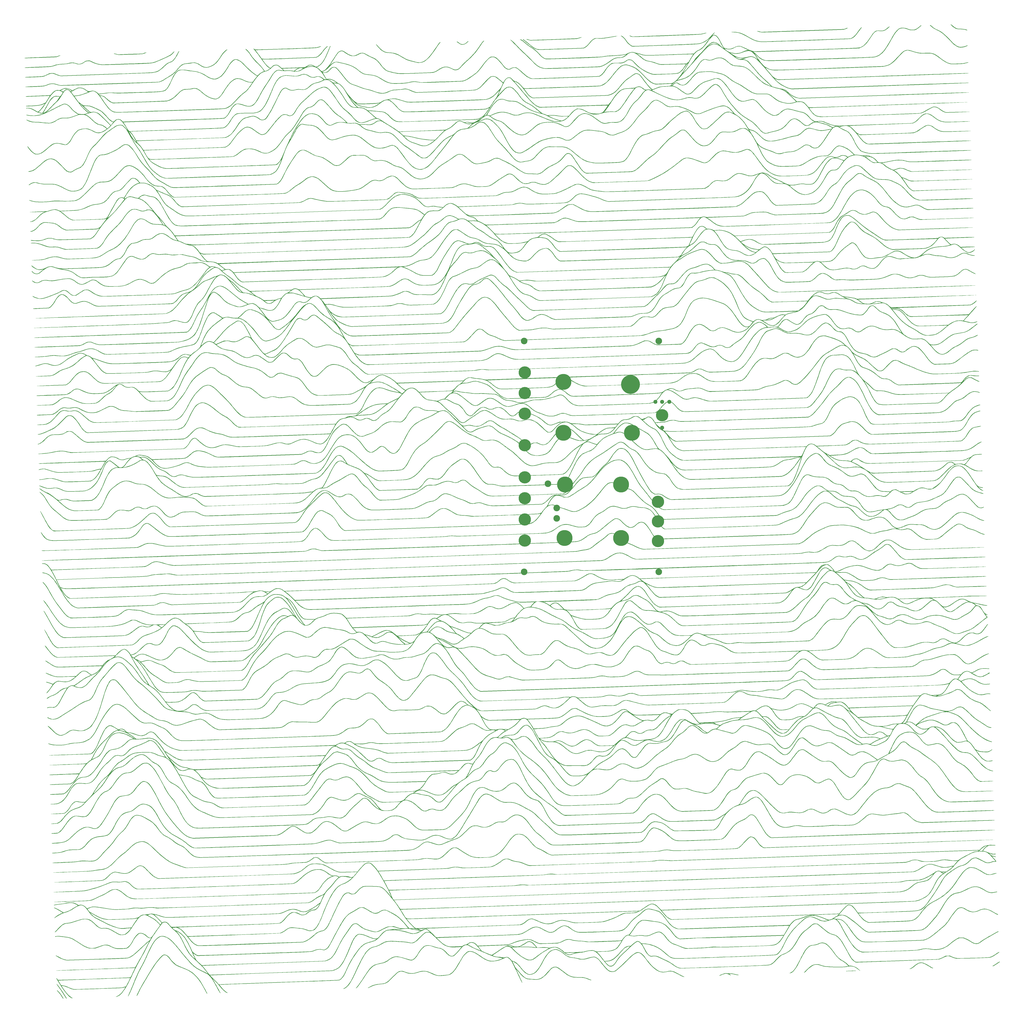
<source format=gbr>
%TF.GenerationSoftware,KiCad,Pcbnew,7.0.2*%
%TF.CreationDate,2023-06-19T12:03:48-04:00*%
%TF.ProjectId,SSI2130_Faceplate,53534932-3133-4305-9f46-616365706c61,rev?*%
%TF.SameCoordinates,Original*%
%TF.FileFunction,Soldermask,Top*%
%TF.FilePolarity,Negative*%
%FSLAX46Y46*%
G04 Gerber Fmt 4.6, Leading zero omitted, Abs format (unit mm)*
G04 Created by KiCad (PCBNEW 7.0.2) date 2023-06-19 12:03:48*
%MOMM*%
%LPD*%
G01*
G04 APERTURE LIST*
%ADD10C,2.100000*%
%ADD11C,6.500000*%
%ADD12C,8.400000*%
%ADD13C,3.500000*%
%ADD14C,10.000000*%
G04 APERTURE END LIST*
%TO.C,G\u002A\u002A\u002A*%
G36*
X362143541Y-334402370D02*
G01*
X362131897Y-334462262D01*
X362079242Y-334471323D01*
X361995703Y-334437628D01*
X362010289Y-334407023D01*
X362128475Y-334390920D01*
X362143541Y-334402370D01*
G37*
G36*
X285264235Y-336984264D02*
G01*
X285725062Y-336996262D01*
X285971620Y-337014077D01*
X286078747Y-337035937D01*
X286016749Y-337059113D01*
X285780188Y-337083979D01*
X285363625Y-337110908D01*
X284761620Y-337140275D01*
X283968736Y-337172454D01*
X283326352Y-337195830D01*
X282417055Y-337226251D01*
X281697496Y-337246747D01*
X281157657Y-337257307D01*
X280787519Y-337257925D01*
X280577065Y-337248592D01*
X280516279Y-337229298D01*
X280595142Y-337200034D01*
X280624623Y-337193445D01*
X280924216Y-337150142D01*
X281383843Y-337109058D01*
X281963537Y-337071536D01*
X282623333Y-337038917D01*
X283323266Y-337012538D01*
X284023371Y-336993744D01*
X284683682Y-336983872D01*
X285264235Y-336984264D01*
G37*
G36*
X-137572222Y-347334606D02*
G01*
X-137358732Y-347495875D01*
X-137070560Y-347763224D01*
X-136698894Y-348149564D01*
X-136304607Y-348593359D01*
X-135972805Y-348998802D01*
X-135971631Y-349000331D01*
X-135752974Y-349298699D01*
X-135489565Y-349678619D01*
X-135203762Y-350105287D01*
X-134917923Y-350543893D01*
X-134654406Y-350959632D01*
X-134435570Y-351317697D01*
X-134283772Y-351583279D01*
X-134221370Y-351721572D01*
X-134220916Y-351725858D01*
X-134299140Y-351797831D01*
X-134359119Y-351807332D01*
X-134470112Y-351728703D01*
X-134646725Y-351514387D01*
X-134858026Y-351203848D01*
X-134950689Y-351052518D01*
X-135520940Y-350147134D01*
X-136114638Y-349328223D01*
X-136796997Y-348507192D01*
X-136957109Y-348326830D01*
X-137296153Y-347929912D01*
X-137529682Y-347619829D01*
X-137655201Y-347408984D01*
X-137670212Y-347309776D01*
X-137572222Y-347334606D01*
G37*
G36*
X362095922Y-332250829D02*
G01*
X362104088Y-332317458D01*
X362025495Y-332442012D01*
X361816664Y-332611984D01*
X361593867Y-332749824D01*
X361280367Y-332937433D01*
X360874283Y-333200869D01*
X360442953Y-333495859D01*
X360248907Y-333634079D01*
X359726932Y-334005111D01*
X359329607Y-334268871D01*
X359025003Y-334442525D01*
X358781192Y-334543235D01*
X358566248Y-334588164D01*
X358461320Y-334595031D01*
X358310214Y-334592612D01*
X358269515Y-334561685D01*
X358356761Y-334482945D01*
X358589490Y-334337084D01*
X358817874Y-334202525D01*
X359220768Y-333955770D01*
X359701546Y-333644880D01*
X360176921Y-333324144D01*
X360334305Y-333214168D01*
X360790552Y-332900370D01*
X361224111Y-332618060D01*
X361600340Y-332388360D01*
X361884598Y-332232392D01*
X362042244Y-332171276D01*
X362044961Y-332171118D01*
X362095922Y-332250829D01*
G37*
G36*
X-137724896Y-343979982D02*
G01*
X-137625552Y-344080962D01*
X-137459114Y-344286047D01*
X-137208971Y-344612676D01*
X-136858507Y-345078287D01*
X-136776387Y-345187661D01*
X-135660774Y-346726962D01*
X-134539476Y-348383269D01*
X-133643925Y-349781138D01*
X-133340246Y-350264969D01*
X-133058006Y-350713364D01*
X-132821636Y-351087597D01*
X-132655570Y-351348947D01*
X-132609238Y-351421027D01*
X-132482154Y-351628000D01*
X-132463623Y-351719010D01*
X-132550096Y-351743727D01*
X-132586086Y-351745314D01*
X-132758789Y-351657896D01*
X-132976158Y-351396980D01*
X-133078357Y-351237185D01*
X-133488137Y-350572229D01*
X-133979304Y-349802080D01*
X-134522303Y-348970961D01*
X-135087577Y-348123097D01*
X-135645569Y-347302708D01*
X-136166724Y-346554020D01*
X-136621485Y-345921257D01*
X-136721526Y-345786111D01*
X-137106779Y-345256293D01*
X-137419764Y-344799038D01*
X-137645301Y-344437991D01*
X-137768205Y-344196802D01*
X-137786489Y-344127267D01*
X-137788752Y-344020574D01*
X-137773758Y-343965665D01*
X-137724896Y-343979982D01*
G37*
G36*
X80447227Y155979872D02*
G01*
X80441810Y155908551D01*
X80326530Y155758810D01*
X80086128Y155507890D01*
X79921885Y155344897D01*
X79371717Y154847367D01*
X78870489Y154500456D01*
X78370858Y154279479D01*
X77825487Y154159754D01*
X77603788Y154136272D01*
X77210313Y154117637D01*
X76862971Y154124632D01*
X76646754Y154153766D01*
X76384427Y154242370D01*
X76122202Y154364901D01*
X75819195Y154545272D01*
X75434525Y154807401D01*
X75031075Y155098962D01*
X74652666Y155382302D01*
X74422125Y155572857D01*
X74321358Y155689455D01*
X74332278Y155750929D01*
X74386868Y155769557D01*
X74601285Y155725617D01*
X74942643Y155536038D01*
X75339632Y155255651D01*
X75841000Y154891849D01*
X76239257Y154642361D01*
X76580491Y154488311D01*
X76910785Y154410821D01*
X77276227Y154391010D01*
X77440805Y154394940D01*
X77988510Y154457853D01*
X78470589Y154617406D01*
X78938047Y154898442D01*
X79441894Y155325807D01*
X79535036Y155414992D01*
X79886132Y155727258D01*
X80175524Y155928538D01*
X80358035Y155995528D01*
X80447227Y155979872D01*
G37*
G36*
X140259674Y157926638D02*
G01*
X140014799Y157827111D01*
X139638474Y157694532D01*
X139191821Y157549865D01*
X138924841Y157468746D01*
X137934463Y157175753D01*
X125892784Y156727159D01*
X124256863Y156666972D01*
X122690542Y156610838D01*
X121205279Y156559100D01*
X119812527Y156512100D01*
X118523742Y156470181D01*
X117350380Y156433686D01*
X116303896Y156402961D01*
X115395746Y156378345D01*
X114637384Y156360184D01*
X114040268Y156348820D01*
X113615852Y156344597D01*
X113375592Y156347857D01*
X113335714Y156351021D01*
X113000984Y156416901D01*
X112556734Y156529510D01*
X112081787Y156668300D01*
X111921991Y156719556D01*
X111512842Y156860070D01*
X111279356Y156956364D01*
X111204449Y157017589D01*
X111271036Y157052896D01*
X111292740Y157056608D01*
X111510359Y157047124D01*
X111854635Y156986074D01*
X112262598Y156885454D01*
X112400782Y156845516D01*
X113239742Y156593448D01*
X125632188Y157026201D01*
X138024635Y157458955D01*
X139012136Y157768607D01*
X139461284Y157901017D01*
X139870389Y158006610D01*
X140182343Y158071382D01*
X140301883Y158084897D01*
X140604129Y158091535D01*
X140259674Y157926638D01*
G37*
G36*
X-135903382Y148413662D02*
G01*
X-135974004Y148339230D01*
X-136126678Y148260527D01*
X-136418543Y148133096D01*
X-136801193Y147977543D01*
X-137058555Y147877630D01*
X-137996642Y147519897D01*
X-146465476Y147195409D01*
X-147974408Y147137894D01*
X-149295670Y147088317D01*
X-150441423Y147046426D01*
X-151423830Y147011975D01*
X-152255054Y146984713D01*
X-152947258Y146964392D01*
X-153512601Y146950763D01*
X-153963248Y146943576D01*
X-154311360Y146942583D01*
X-154569100Y146947534D01*
X-154748630Y146958181D01*
X-154862112Y146974272D01*
X-154921707Y146995562D01*
X-154939580Y147021799D01*
X-154939582Y147021862D01*
X-154923185Y147049358D01*
X-154863941Y147075158D01*
X-154749760Y147099939D01*
X-154568558Y147124375D01*
X-154308243Y147149145D01*
X-153956731Y147174924D01*
X-153501932Y147202386D01*
X-152931761Y147232209D01*
X-152234128Y147265069D01*
X-151396946Y147301641D01*
X-150408127Y147342602D01*
X-149255585Y147388628D01*
X-147927231Y147440395D01*
X-146426013Y147498005D01*
X-137907173Y147823204D01*
X-137167203Y148123515D01*
X-136794420Y148260846D01*
X-136447996Y148364610D01*
X-136161581Y148428723D01*
X-135968825Y148447100D01*
X-135903382Y148413662D01*
G37*
G36*
X336323639Y164862011D02*
G01*
X336596057Y164682715D01*
X336968075Y164387789D01*
X337248592Y164145477D01*
X337929325Y163589622D01*
X338572774Y163157860D01*
X338897474Y162983154D01*
X339239390Y162825626D01*
X339526324Y162719712D01*
X339818229Y162652683D01*
X340175062Y162611805D01*
X340656779Y162584349D01*
X340805347Y162578024D01*
X341577625Y162535827D01*
X342336010Y162475322D01*
X343042754Y162400977D01*
X343660108Y162317257D01*
X344150323Y162228628D01*
X344458844Y162145781D01*
X344751545Y161991399D01*
X344848470Y161818802D01*
X344849134Y161682950D01*
X344805749Y161647529D01*
X344669768Y161711639D01*
X344498483Y161812307D01*
X344187592Y161933919D01*
X343693648Y162044816D01*
X343033422Y162142627D01*
X342223686Y162224983D01*
X341281215Y162289511D01*
X341031775Y162302341D01*
X340308525Y162349263D01*
X339733295Y162420279D01*
X339254395Y162528770D01*
X338820130Y162688116D01*
X338378809Y162911698D01*
X338141415Y163050510D01*
X337810028Y163272018D01*
X337448698Y163548403D01*
X337084767Y163853845D01*
X336745577Y164162526D01*
X336458470Y164448624D01*
X336250788Y164686321D01*
X336149872Y164849797D01*
X336170570Y164911640D01*
X336323639Y164862011D01*
G37*
G36*
X-90261620Y149973161D02*
G01*
X-90368986Y149883034D01*
X-90597984Y149758820D01*
X-90914659Y149615393D01*
X-91285056Y149467628D01*
X-91675224Y149330398D01*
X-92051204Y149218577D01*
X-92219974Y149177567D01*
X-92432891Y149149708D01*
X-92823512Y149118017D01*
X-93369594Y149083278D01*
X-94048893Y149046271D01*
X-94839167Y149007780D01*
X-95718172Y148968588D01*
X-96663665Y148929477D01*
X-97653403Y148891230D01*
X-98665143Y148854629D01*
X-99676642Y148820458D01*
X-100665657Y148789498D01*
X-101609945Y148762532D01*
X-102487263Y148740343D01*
X-103275368Y148723714D01*
X-103952016Y148713426D01*
X-104494965Y148710264D01*
X-104881970Y148715008D01*
X-105068658Y148725494D01*
X-105419493Y148781446D01*
X-105857940Y148874733D01*
X-106328418Y148990717D01*
X-106775350Y149114760D01*
X-107143156Y149232225D01*
X-107376256Y149328476D01*
X-107391422Y149337222D01*
X-107464799Y149413899D01*
X-107376459Y149444940D01*
X-107158593Y149433696D01*
X-106843391Y149383517D01*
X-106463044Y149297754D01*
X-106136097Y149206565D01*
X-105327032Y148960928D01*
X-98855073Y149158453D01*
X-92383113Y149355978D01*
X-91474530Y149696088D01*
X-91052312Y149842267D01*
X-90674278Y149951938D01*
X-90396409Y150009807D01*
X-90309838Y150014327D01*
X-90261620Y149973161D01*
G37*
G36*
X281373349Y162863324D02*
G01*
X281165834Y162755707D01*
X280833760Y162606991D01*
X280440276Y162445119D01*
X280338697Y162405481D01*
X279548846Y162100907D01*
X258012448Y161335243D01*
X255944173Y161262101D01*
X253924675Y161191448D01*
X251963391Y161123584D01*
X250069763Y161058807D01*
X248253228Y160997417D01*
X246523228Y160939714D01*
X244889202Y160885997D01*
X243360587Y160836566D01*
X241946825Y160791719D01*
X240657354Y160751757D01*
X239501613Y160716979D01*
X238489044Y160687683D01*
X237629085Y160664171D01*
X236931175Y160646739D01*
X236404754Y160635691D01*
X236059262Y160631322D01*
X235904137Y160633934D01*
X235903780Y160633973D01*
X235548562Y160692085D01*
X235099726Y160790746D01*
X234617730Y160913752D01*
X234163032Y161044901D01*
X233796089Y161167990D01*
X233606533Y161249666D01*
X233521580Y161322363D01*
X233597812Y161352310D01*
X233801865Y161343125D01*
X234100372Y161298424D01*
X234459967Y161221819D01*
X234847285Y161116928D01*
X234856053Y161114274D01*
X235665119Y160868636D01*
X257651717Y161636425D01*
X279638315Y162404214D01*
X280340382Y162703898D01*
X280722947Y162852069D01*
X281072048Y162961247D01*
X281316790Y163009504D01*
X281330299Y163010089D01*
X281618149Y163016595D01*
X281373349Y162863324D01*
G37*
G36*
X217528315Y-338327937D02*
G01*
X217815577Y-338371911D01*
X218239615Y-338402083D01*
X218737484Y-338415166D01*
X219129674Y-338411575D01*
X219855498Y-338411453D01*
X220411280Y-338455071D01*
X220784905Y-338532581D01*
X221074458Y-338611296D01*
X221504826Y-338718616D01*
X222021257Y-338841288D01*
X222568996Y-338966058D01*
X222651812Y-338984432D01*
X223182696Y-339102841D01*
X223535261Y-339186095D01*
X223726705Y-339241129D01*
X223774229Y-339274881D01*
X223695033Y-339294287D01*
X223506316Y-339306285D01*
X223455260Y-339308476D01*
X223068735Y-339289454D01*
X222521203Y-339210792D01*
X221841072Y-339077065D01*
X221408745Y-338978853D01*
X220744984Y-338828605D01*
X220231130Y-338730596D01*
X219825741Y-338678879D01*
X219487374Y-338667511D01*
X219305281Y-338677079D01*
X218690453Y-338728112D01*
X219202363Y-339060449D01*
X219473878Y-339244110D01*
X219592635Y-339351640D01*
X219578322Y-339408204D01*
X219493138Y-339432138D01*
X219276448Y-339400656D01*
X218972236Y-339270170D01*
X218792826Y-339165884D01*
X218206877Y-338850535D01*
X217614189Y-338635271D01*
X217076371Y-338540895D01*
X216936881Y-338539196D01*
X216602945Y-338589676D01*
X216140883Y-338712125D01*
X215601692Y-338889546D01*
X215036371Y-339104939D01*
X214495914Y-339341310D01*
X214416838Y-339379125D01*
X214072301Y-339525538D01*
X213757787Y-339624828D01*
X213591732Y-339651808D01*
X213465992Y-339642327D01*
X213470449Y-339594811D01*
X213622192Y-339490216D01*
X213859341Y-339353647D01*
X214331920Y-339112810D01*
X214889819Y-338865747D01*
X215472921Y-338635697D01*
X216021105Y-338445897D01*
X216474255Y-338319586D01*
X216598722Y-338294770D01*
X217114222Y-338269465D01*
X217528315Y-338327937D01*
G37*
G36*
X206012187Y160142448D02*
G01*
X205549787Y159992573D01*
X204994622Y159831963D01*
X204449846Y159690094D01*
X204327958Y159661148D01*
X204204217Y159633989D01*
X204069289Y159608384D01*
X203914108Y159583916D01*
X203729605Y159560170D01*
X203506712Y159536732D01*
X203236362Y159513186D01*
X202909486Y159489115D01*
X202517016Y159464106D01*
X202049883Y159437743D01*
X201499021Y159409609D01*
X200855360Y159379292D01*
X200109832Y159346372D01*
X199253371Y159310437D01*
X198276907Y159271070D01*
X197171372Y159227857D01*
X195927699Y159180383D01*
X194536818Y159128230D01*
X192989662Y159070984D01*
X191277164Y159008230D01*
X189390254Y158939552D01*
X187319865Y158864536D01*
X185506792Y158799010D01*
X183184504Y158715420D01*
X181054687Y158639369D01*
X179109961Y158570641D01*
X177342946Y158509020D01*
X175746263Y158454290D01*
X174312533Y158406234D01*
X173034377Y158364636D01*
X171904414Y158329281D01*
X170915267Y158299950D01*
X170059554Y158276431D01*
X169329898Y158258504D01*
X168718919Y158245956D01*
X168219236Y158238568D01*
X167823472Y158236126D01*
X167524246Y158238414D01*
X167314180Y158245213D01*
X167185893Y158256311D01*
X167157305Y158261550D01*
X166792050Y158377157D01*
X166383012Y158548751D01*
X166193361Y158644295D01*
X165920203Y158814127D01*
X165820281Y158923049D01*
X165875562Y158968600D01*
X166068013Y158948320D01*
X166379601Y158859745D01*
X166746540Y158719793D01*
X167432540Y158432180D01*
X185558429Y159096230D01*
X203684318Y159760279D01*
X204675504Y160030136D01*
X205166556Y160154076D01*
X205654506Y160260789D01*
X206063859Y160334405D01*
X206215146Y160353810D01*
X206763601Y160407629D01*
X206012187Y160142448D01*
G37*
G36*
X320975446Y-332656008D02*
G01*
X321261018Y-332697053D01*
X321555230Y-332776267D01*
X321907085Y-332908262D01*
X322365585Y-333107651D01*
X322637137Y-333231222D01*
X323200820Y-333505341D01*
X323795159Y-333820435D01*
X324346542Y-334136097D01*
X324753773Y-334393071D01*
X325216866Y-334693374D01*
X325716709Y-334995555D01*
X326171771Y-335251048D01*
X326337666Y-335336586D01*
X326686041Y-335511317D01*
X326872877Y-335617091D01*
X326916492Y-335672427D01*
X326835200Y-335695850D01*
X326700700Y-335703722D01*
X326545542Y-335698367D01*
X326374710Y-335661130D01*
X326163731Y-335579495D01*
X325888132Y-335440951D01*
X325523443Y-335232982D01*
X325045189Y-334943075D01*
X324428898Y-334558717D01*
X324287383Y-334469700D01*
X323746502Y-334149875D01*
X323115532Y-333808334D01*
X322490724Y-333496003D01*
X322162831Y-333345559D01*
X321660569Y-333131507D01*
X321287513Y-332991636D01*
X320993220Y-332912239D01*
X320727242Y-332879611D01*
X320448334Y-332879689D01*
X319914562Y-332933809D01*
X319404067Y-333064666D01*
X318887155Y-333287744D01*
X318334133Y-333618526D01*
X317715308Y-334072500D01*
X317000985Y-334665147D01*
X316965447Y-334695908D01*
X316485144Y-335081211D01*
X315974338Y-335438261D01*
X315472662Y-335743880D01*
X315019752Y-335974893D01*
X314655241Y-336108122D01*
X314511008Y-336131179D01*
X314371166Y-336128815D01*
X314336049Y-336096979D01*
X314423662Y-336020099D01*
X314652015Y-335882599D01*
X315039116Y-335668903D01*
X315056377Y-335659518D01*
X315580346Y-335341738D01*
X316148116Y-334944509D01*
X316666366Y-334533977D01*
X316762400Y-334450286D01*
X317547282Y-333795624D01*
X318260127Y-333300797D01*
X318929220Y-332952618D01*
X319582849Y-332737905D01*
X320249299Y-332643473D01*
X320649511Y-332638521D01*
X320975446Y-332656008D01*
G37*
G36*
X325385798Y164508040D02*
G01*
X325682528Y164323000D01*
X326084209Y164003687D01*
X326262951Y163847727D01*
X326966255Y163260259D01*
X327650104Y162780637D01*
X328386768Y162363263D01*
X329248516Y161962534D01*
X329255031Y161959735D01*
X330023811Y161600419D01*
X330768934Y161188061D01*
X331509208Y160707413D01*
X332263440Y160143230D01*
X333050440Y159480264D01*
X333889015Y158703268D01*
X334797973Y157796995D01*
X335796123Y156746198D01*
X336124646Y156390847D01*
X336941937Y155529246D01*
X337674172Y154818510D01*
X338343219Y154240483D01*
X338970949Y153777009D01*
X339579228Y153409935D01*
X339921135Y153238963D01*
X340291519Y153079676D01*
X340609123Y152984577D01*
X340954008Y152937466D01*
X341406232Y152922137D01*
X341489407Y152921572D01*
X342425185Y152970753D01*
X343287908Y153140166D01*
X344166359Y153448406D01*
X344320516Y153514577D01*
X344706147Y153683380D01*
X344944053Y153780986D01*
X345070221Y153815257D01*
X345120637Y153794052D01*
X345131292Y153725232D01*
X345132268Y153691881D01*
X345045482Y153578269D01*
X344805415Y153429455D01*
X344451982Y153261947D01*
X344025101Y153092259D01*
X343564688Y152936903D01*
X343110659Y152812391D01*
X342894061Y152766017D01*
X342146730Y152659597D01*
X341432628Y152622462D01*
X340816725Y152656928D01*
X340639236Y152685763D01*
X340026378Y152876138D01*
X339338170Y153207480D01*
X338612803Y153656114D01*
X337888467Y154198357D01*
X337203350Y154810532D01*
X337187858Y154825738D01*
X336880829Y155135085D01*
X336481371Y155548198D01*
X336031647Y156020915D01*
X335573829Y156509075D01*
X335353455Y156746885D01*
X334214247Y157937825D01*
X333142320Y158963579D01*
X332118304Y159839217D01*
X331122833Y160579810D01*
X330136538Y161200427D01*
X329140050Y161716138D01*
X328735971Y161895698D01*
X328242572Y162122469D01*
X327737756Y162383008D01*
X327302309Y162634611D01*
X327148936Y162734625D01*
X326802601Y162986085D01*
X326421535Y163282874D01*
X326038589Y163596795D01*
X325686615Y163899653D01*
X325398464Y164163251D01*
X325206987Y164359391D01*
X325144462Y164455071D01*
X325203336Y164553751D01*
X325385798Y164508040D01*
G37*
G36*
X65595646Y155467037D02*
G01*
X65616627Y155411196D01*
X65534137Y155275290D01*
X65335398Y155027825D01*
X65272022Y154951963D01*
X65015934Y154627658D01*
X64703189Y154204398D01*
X64384646Y153751870D01*
X64241576Y153540141D01*
X63238157Y152051059D01*
X62322427Y150736190D01*
X61491341Y149591513D01*
X60741850Y148613009D01*
X60070909Y147796658D01*
X59475467Y147138440D01*
X59126811Y146792870D01*
X58399652Y146134151D01*
X57760597Y145616298D01*
X57175444Y145221937D01*
X56609995Y144933687D01*
X56030048Y144734170D01*
X55401404Y144606009D01*
X54689862Y144531826D01*
X54675046Y144530807D01*
X54137064Y144499937D01*
X53731544Y144495995D01*
X53392170Y144523852D01*
X53052621Y144588377D01*
X52718841Y144674453D01*
X52346749Y144774448D01*
X51832763Y144909561D01*
X51228976Y145066252D01*
X50587485Y145230978D01*
X50144273Y145343720D01*
X49205162Y145594266D01*
X48408001Y145840747D01*
X47696707Y146107075D01*
X47015196Y146417156D01*
X46307385Y146794903D01*
X45517190Y147264223D01*
X45248856Y147430717D01*
X44104981Y148110338D01*
X43053243Y148653300D01*
X42053256Y149072746D01*
X41064640Y149381815D01*
X40047015Y149593649D01*
X38959996Y149721388D01*
X38058873Y149770434D01*
X37283861Y149824833D01*
X36628649Y149944427D01*
X36018706Y150147129D01*
X35509123Y150383281D01*
X34808648Y150786589D01*
X34159741Y151262978D01*
X33517362Y151849365D01*
X32862846Y152552527D01*
X32379134Y153105787D01*
X32015149Y153527393D01*
X31757791Y153835213D01*
X31593960Y154047113D01*
X31510556Y154180961D01*
X31494480Y154254627D01*
X31532632Y154285979D01*
X31587282Y154292416D01*
X31743354Y154215395D01*
X32004877Y153983129D01*
X32362758Y153604322D01*
X32650289Y153274787D01*
X33514282Y152324093D01*
X34332098Y151557104D01*
X35113469Y150965501D01*
X35824024Y150561588D01*
X36342314Y150339294D01*
X36842186Y150182561D01*
X37381776Y150079403D01*
X38019230Y150017832D01*
X38586605Y149992045D01*
X39382154Y149936960D01*
X40231298Y149826645D01*
X41058409Y149673704D01*
X41787856Y149490739D01*
X42004612Y149422440D01*
X42554127Y149223430D01*
X43083311Y148999063D01*
X43632466Y148728836D01*
X44241896Y148392244D01*
X44951905Y147968783D01*
X45368329Y147711135D01*
X46318282Y147138901D01*
X47154799Y146682818D01*
X47913693Y146325904D01*
X48630783Y146051179D01*
X49275412Y145858756D01*
X49646611Y145761737D01*
X50159402Y145627415D01*
X50761963Y145469382D01*
X51402466Y145301227D01*
X51850548Y145183483D01*
X52529199Y145009044D01*
X53057253Y144884645D01*
X53475798Y144803260D01*
X53825921Y144757860D01*
X54148710Y144741418D01*
X54417432Y144744475D01*
X55187887Y144807220D01*
X55870691Y144955344D01*
X56513819Y145208369D01*
X57165246Y145585818D01*
X57872949Y146107216D01*
X57982013Y146195055D01*
X58498915Y146638882D01*
X59018458Y147135889D01*
X59553132Y147701495D01*
X60115428Y148351122D01*
X60717834Y149100189D01*
X61372841Y149964117D01*
X62092937Y150958326D01*
X62890613Y152098236D01*
X63581366Y153108272D01*
X64051252Y153798739D01*
X64424851Y154340529D01*
X64716564Y154751549D01*
X64940787Y155049706D01*
X65111918Y155252902D01*
X65244357Y155379045D01*
X65352501Y155446040D01*
X65450748Y155471790D01*
X65483974Y155474312D01*
X65595646Y155467037D01*
G37*
G36*
X158947971Y158588177D02*
G01*
X158431688Y158453831D01*
X157747996Y158308090D01*
X156889064Y158149514D01*
X155847066Y157976663D01*
X154614170Y157788099D01*
X154523665Y157774738D01*
X153593568Y157638291D01*
X152834156Y157529167D01*
X152218344Y157444900D01*
X151719046Y157383026D01*
X151309178Y157341082D01*
X150961655Y157316605D01*
X150649391Y157307129D01*
X150345302Y157310193D01*
X150022303Y157323329D01*
X149735948Y157339211D01*
X149074295Y157374509D01*
X148570915Y157388551D01*
X148184715Y157375974D01*
X147874599Y157331416D01*
X147599474Y157249512D01*
X147318245Y157124898D01*
X147059469Y156989892D01*
X146529779Y156656566D01*
X146007005Y156223699D01*
X145464969Y155666099D01*
X144877496Y154958572D01*
X144673421Y154693467D01*
X143863723Y153753997D01*
X143001882Y153001734D01*
X142251617Y152523306D01*
X141615331Y152181053D01*
X129721041Y151748011D01*
X127877328Y151681215D01*
X126223149Y151622052D01*
X124748197Y151570266D01*
X123442165Y151525595D01*
X122294743Y151487779D01*
X121295621Y151456561D01*
X120434493Y151431679D01*
X119701051Y151412875D01*
X119084984Y151399889D01*
X118575985Y151392460D01*
X118163746Y151390331D01*
X117837957Y151393240D01*
X117588311Y151400929D01*
X117404497Y151413138D01*
X117276211Y151429607D01*
X117253091Y151434048D01*
X116576574Y151621836D01*
X115848169Y151901956D01*
X115165893Y152234343D01*
X114874763Y152406286D01*
X114639145Y152571446D01*
X114286038Y152837952D01*
X113850828Y153178199D01*
X113368902Y153564577D01*
X112946566Y153910636D01*
X112379103Y154377593D01*
X111758856Y154883021D01*
X111143703Y155380068D01*
X110591518Y155821879D01*
X110330743Y156028200D01*
X109875016Y156391516D01*
X109564454Y156652611D01*
X109382984Y156827593D01*
X109314537Y156932577D01*
X109343040Y156983672D01*
X109370082Y156991287D01*
X109446696Y156996280D01*
X109538975Y156975337D01*
X109663115Y156916529D01*
X109835310Y156807925D01*
X110071759Y156637595D01*
X110388655Y156393608D01*
X110802195Y156064035D01*
X111328575Y155636943D01*
X111983990Y155100404D01*
X112392537Y154764854D01*
X113098809Y154185436D01*
X113672774Y153718126D01*
X114135934Y153347192D01*
X114509789Y153056902D01*
X114815842Y152831524D01*
X115075592Y152655328D01*
X115310543Y152512580D01*
X115542196Y152387549D01*
X115792051Y152264504D01*
X115843258Y152240098D01*
X116044189Y152142323D01*
X116221606Y152054549D01*
X116386878Y151976587D01*
X116551375Y151908247D01*
X116726462Y151849337D01*
X116923512Y151799669D01*
X117153891Y151759050D01*
X117428968Y151727293D01*
X117760112Y151704205D01*
X118158693Y151689596D01*
X118636078Y151683277D01*
X119203637Y151685056D01*
X119872738Y151694744D01*
X120654750Y151712150D01*
X121561042Y151737083D01*
X122602981Y151769354D01*
X123791939Y151808772D01*
X125139282Y151855147D01*
X126656381Y151908288D01*
X128354602Y151968006D01*
X129564348Y152010376D01*
X141425532Y152424578D01*
X142101504Y152793504D01*
X142952456Y153361044D01*
X143778897Y154118967D01*
X144570987Y155058195D01*
X144603930Y155102245D01*
X145241217Y155893641D01*
X145856557Y156518200D01*
X146478363Y157002645D01*
X146884878Y157247211D01*
X147146998Y157380018D01*
X147397517Y157480002D01*
X147668137Y157550486D01*
X147990560Y157594792D01*
X148396486Y157616240D01*
X148917616Y157618154D01*
X149585654Y157603853D01*
X150127540Y157586977D01*
X150561210Y157582605D01*
X151039184Y157598874D01*
X151581074Y157638232D01*
X152206493Y157703128D01*
X152935057Y157796005D01*
X153786376Y157919312D01*
X154780065Y158075496D01*
X155935738Y158267002D01*
X156902172Y158432105D01*
X157452424Y158521337D01*
X158010921Y158602276D01*
X158503866Y158664712D01*
X158794188Y158693904D01*
X159492663Y158749796D01*
X158947971Y158588177D01*
G37*
G36*
X288938012Y163252998D02*
G01*
X288965359Y163224784D01*
X288907726Y163127378D01*
X288751767Y162913074D01*
X288525650Y162619890D01*
X288400911Y162462866D01*
X288126548Y162109739D01*
X287780106Y161647830D01*
X287402948Y161133073D01*
X287036438Y160621398D01*
X286980860Y160542576D01*
X286277340Y159599170D01*
X285611303Y158829258D01*
X284963164Y158214653D01*
X284313341Y157737164D01*
X283642246Y157378600D01*
X283516394Y157324755D01*
X283457262Y157302359D01*
X283386554Y157281088D01*
X283296548Y157260604D01*
X283179526Y157240573D01*
X283027766Y157220661D01*
X282833551Y157200532D01*
X282589159Y157179850D01*
X282286873Y157158282D01*
X281918970Y157135493D01*
X281477732Y157111145D01*
X280955439Y157084906D01*
X280344372Y157056439D01*
X279636810Y157025411D01*
X278825034Y156991484D01*
X277901323Y156954326D01*
X276857960Y156913599D01*
X275687222Y156868971D01*
X274381392Y156820105D01*
X272932750Y156766666D01*
X271333574Y156708320D01*
X269576145Y156644730D01*
X267652745Y156575563D01*
X265555652Y156500483D01*
X263277149Y156419154D01*
X260809514Y156331244D01*
X259789434Y156294932D01*
X257638801Y156218723D01*
X255535818Y156144861D01*
X253489623Y156073641D01*
X251509356Y156005358D01*
X249604157Y155940308D01*
X247783163Y155878787D01*
X246055513Y155821088D01*
X244430348Y155767508D01*
X242916806Y155718342D01*
X241524025Y155673884D01*
X240261144Y155634431D01*
X239137304Y155600278D01*
X238161642Y155571720D01*
X237343299Y155549051D01*
X236691412Y155532568D01*
X236215120Y155522566D01*
X235923564Y155519340D01*
X235837045Y155521045D01*
X234848214Y155619424D01*
X233935255Y155769075D01*
X233063432Y155982417D01*
X232198011Y156271866D01*
X231304256Y156649839D01*
X230347432Y157128753D01*
X229292803Y157721024D01*
X228708579Y158069226D01*
X227455300Y158791836D01*
X226283695Y159394234D01*
X225209147Y159869382D01*
X224247043Y160210243D01*
X223726005Y160348309D01*
X223250975Y160438106D01*
X222650443Y160526664D01*
X221998718Y160604206D01*
X221370114Y160660962D01*
X221323272Y160664296D01*
X220806626Y160703242D01*
X220364160Y160742292D01*
X220032739Y160777753D01*
X219849232Y160805932D01*
X219825456Y160814381D01*
X219874952Y160850434D01*
X220085810Y160876594D01*
X220419640Y160892908D01*
X220838052Y160899422D01*
X221302654Y160896180D01*
X221775056Y160883226D01*
X222216867Y160860607D01*
X222589699Y160828367D01*
X222723200Y160810965D01*
X223520368Y160671723D01*
X224270833Y160495949D01*
X225004106Y160271279D01*
X225749701Y159985346D01*
X226537130Y159625788D01*
X227395907Y159180238D01*
X228355545Y158636333D01*
X229378897Y158022525D01*
X230474117Y157386184D01*
X231476754Y156880273D01*
X232429937Y156488315D01*
X233376796Y156193833D01*
X234360460Y155980347D01*
X234969951Y155886461D01*
X235101112Y155869429D01*
X235234213Y155854106D01*
X235377165Y155840713D01*
X235537879Y155829470D01*
X235724267Y155820600D01*
X235944240Y155814323D01*
X236205707Y155810860D01*
X236516579Y155810433D01*
X236884768Y155813262D01*
X237318185Y155819569D01*
X237824741Y155829576D01*
X238412346Y155843502D01*
X239088910Y155861568D01*
X239862346Y155883998D01*
X240740562Y155911009D01*
X241731472Y155942826D01*
X242842986Y155979668D01*
X244083013Y156021757D01*
X245459466Y156069313D01*
X246980255Y156122558D01*
X248653291Y156181713D01*
X250486484Y156247000D01*
X252487746Y156318638D01*
X254664988Y156396850D01*
X257026119Y156481856D01*
X259579053Y156573877D01*
X259631663Y156575774D01*
X283118541Y157422637D01*
X283754880Y157764272D01*
X284533379Y158274380D01*
X285307107Y158959050D01*
X286050717Y159793903D01*
X286515465Y160419350D01*
X287062765Y161198227D01*
X287553498Y161871363D01*
X287978116Y162426770D01*
X288327071Y162852457D01*
X288590818Y163136434D01*
X288759808Y163266711D01*
X288788534Y163274003D01*
X288938012Y163252998D01*
G37*
G36*
X-72981131Y150374300D02*
G01*
X-73113496Y150144455D01*
X-73291857Y149798432D01*
X-73481946Y149403243D01*
X-73519723Y149321206D01*
X-73995384Y148376662D01*
X-74533922Y147475537D01*
X-75110422Y146652333D01*
X-75699967Y145941557D01*
X-76277642Y145377716D01*
X-76489208Y145208904D01*
X-76847084Y144993046D01*
X-77254844Y144815511D01*
X-77374699Y144777710D01*
X-77855397Y144603859D01*
X-78421009Y144334758D01*
X-79005174Y144005989D01*
X-79541532Y143653132D01*
X-79716400Y143522172D01*
X-79983842Y143295905D01*
X-80341242Y142969739D01*
X-80740548Y142588526D01*
X-81108549Y142222734D01*
X-81747907Y141615265D01*
X-82428578Y141043060D01*
X-83109535Y140536611D01*
X-83749749Y140126412D01*
X-84308195Y139842957D01*
X-84313239Y139840862D01*
X-84640634Y139725181D01*
X-85099351Y139589321D01*
X-85624434Y139451518D01*
X-86072070Y139346996D01*
X-87271369Y139085045D01*
X-111456627Y138240477D01*
X-135641885Y137395909D01*
X-136551134Y137645037D01*
X-137077388Y137807697D01*
X-137675558Y138020703D01*
X-138238525Y138245257D01*
X-138384652Y138309128D01*
X-139179504Y138621647D01*
X-139889038Y138792223D01*
X-140559386Y138819134D01*
X-141236680Y138700662D01*
X-141967054Y138435082D01*
X-142547846Y138153820D01*
X-143065599Y137901352D01*
X-143648616Y137644656D01*
X-144194176Y137428265D01*
X-144346423Y137373998D01*
X-145236314Y137068806D01*
X-149907237Y136870456D01*
X-151001411Y136824525D01*
X-151912286Y136787811D01*
X-152656351Y136760167D01*
X-153250086Y136741441D01*
X-153709978Y136731488D01*
X-154052509Y136730157D01*
X-154294165Y136737300D01*
X-154451428Y136752768D01*
X-154540784Y136776412D01*
X-154578716Y136808083D01*
X-154583613Y136828259D01*
X-154568303Y136866182D01*
X-154508342Y136899272D01*
X-154386955Y136928702D01*
X-154187368Y136955651D01*
X-153892805Y136981292D01*
X-153486493Y137006802D01*
X-152951656Y137033354D01*
X-152271519Y137062126D01*
X-151429306Y137094294D01*
X-150408243Y137131032D01*
X-150116817Y137141287D01*
X-148948205Y137183079D01*
X-147957385Y137222196D01*
X-147122249Y137262358D01*
X-146420694Y137307284D01*
X-145830611Y137360696D01*
X-145329895Y137426309D01*
X-144896440Y137507846D01*
X-144508140Y137609025D01*
X-144142888Y137733566D01*
X-143778579Y137885189D01*
X-143393105Y138067613D01*
X-142964362Y138284557D01*
X-142791213Y138373866D01*
X-141601110Y138988906D01*
X-140501780Y139027295D01*
X-139402450Y139065685D01*
X-138285045Y138586462D01*
X-137764414Y138371666D01*
X-137228037Y138164585D01*
X-136747392Y137992114D01*
X-136459967Y137899738D01*
X-135752294Y137692237D01*
X-111815957Y138501536D01*
X-109170217Y138590983D01*
X-106716628Y138674012D01*
X-104447459Y138751019D01*
X-102354978Y138822400D01*
X-100431452Y138888552D01*
X-98669150Y138949874D01*
X-97060339Y139006760D01*
X-95597289Y139059608D01*
X-94272267Y139108816D01*
X-93077539Y139154779D01*
X-92005376Y139197894D01*
X-91048044Y139238561D01*
X-90197812Y139277172D01*
X-89446947Y139314126D01*
X-88787718Y139349822D01*
X-88212393Y139384653D01*
X-87713238Y139419018D01*
X-87282523Y139453314D01*
X-86912517Y139487937D01*
X-86595486Y139523285D01*
X-86323697Y139559754D01*
X-86089421Y139597740D01*
X-85884924Y139637641D01*
X-85702474Y139679853D01*
X-85534339Y139724774D01*
X-85372789Y139772801D01*
X-85210089Y139824329D01*
X-85052820Y139875146D01*
X-84165919Y140250336D01*
X-83238995Y140815121D01*
X-82278932Y141564676D01*
X-81292613Y142494172D01*
X-81238603Y142549531D01*
X-80514499Y143236761D01*
X-79762175Y143844807D01*
X-79013543Y144352533D01*
X-78300511Y144738808D01*
X-77654988Y144982496D01*
X-77511850Y145017808D01*
X-77006551Y145218139D01*
X-76467028Y145600302D01*
X-75904233Y146151301D01*
X-75329118Y146858139D01*
X-74752642Y147707818D01*
X-74185753Y148687341D01*
X-73825400Y149392031D01*
X-73567392Y149906798D01*
X-73369752Y150262298D01*
X-73215876Y150483858D01*
X-73089159Y150596804D01*
X-73018281Y150623155D01*
X-72790731Y150664776D01*
X-72981131Y150374300D01*
G37*
G36*
X-80429212Y-328457005D02*
G01*
X-79880221Y-328581977D01*
X-79379983Y-328797993D01*
X-78901163Y-329125765D01*
X-78416426Y-329585998D01*
X-77898436Y-330199402D01*
X-77591570Y-330606681D01*
X-77085982Y-331244713D01*
X-76469539Y-331936042D01*
X-75796261Y-332620752D01*
X-75647649Y-332762875D01*
X-75197264Y-333185520D01*
X-74846948Y-333499754D01*
X-74552500Y-333735684D01*
X-74269719Y-333923415D01*
X-73954405Y-334093051D01*
X-73562356Y-334274698D01*
X-73187046Y-334438803D01*
X-72617686Y-334681060D01*
X-72013621Y-334930439D01*
X-71448007Y-335157147D01*
X-71004703Y-335327438D01*
X-69768495Y-335816424D01*
X-68601744Y-336338853D01*
X-67532143Y-336880156D01*
X-66587386Y-337425765D01*
X-65795166Y-337961114D01*
X-65398362Y-338276657D01*
X-64474378Y-339133857D01*
X-63533555Y-340125096D01*
X-62623797Y-341195178D01*
X-61793005Y-342288909D01*
X-61339301Y-342953584D01*
X-61170823Y-343225559D01*
X-60937022Y-343621420D01*
X-60651582Y-344116379D01*
X-60328185Y-344685641D01*
X-59980515Y-345304417D01*
X-59622258Y-345947916D01*
X-59267096Y-346591345D01*
X-58928713Y-347209914D01*
X-58620795Y-347778833D01*
X-58357023Y-348273307D01*
X-58151082Y-348668550D01*
X-58016656Y-348939767D01*
X-57967429Y-349062168D01*
X-57967416Y-349062454D01*
X-58045706Y-349134790D01*
X-58106789Y-349144542D01*
X-58216725Y-349062274D01*
X-58378090Y-348837467D01*
X-58562455Y-348510949D01*
X-58599937Y-348436321D01*
X-58882963Y-347880397D01*
X-59238326Y-347211534D01*
X-59642573Y-346471342D01*
X-60072248Y-345701434D01*
X-60503895Y-344943423D01*
X-60914062Y-344238920D01*
X-61279292Y-343629538D01*
X-61572886Y-343161863D01*
X-62699887Y-341574030D01*
X-63894673Y-340169030D01*
X-65167850Y-338938040D01*
X-66530028Y-337872239D01*
X-67991811Y-336962807D01*
X-69563807Y-336200922D01*
X-70292687Y-335910331D01*
X-71459063Y-335465569D01*
X-72446360Y-335071286D01*
X-73267442Y-334721765D01*
X-73935174Y-334411292D01*
X-74462420Y-334134147D01*
X-74862044Y-333884619D01*
X-74879757Y-333872163D01*
X-75508437Y-333368525D01*
X-76193405Y-332714407D01*
X-76905683Y-331940241D01*
X-77616295Y-331076460D01*
X-77913365Y-330686089D01*
X-78374614Y-330090562D01*
X-78770663Y-329641548D01*
X-79132206Y-329310053D01*
X-79489940Y-329067080D01*
X-79779676Y-328923125D01*
X-80253371Y-328781323D01*
X-80742428Y-328740024D01*
X-81173464Y-328801492D01*
X-81349921Y-328874604D01*
X-81545413Y-329025716D01*
X-81843405Y-329308670D01*
X-82221884Y-329698789D01*
X-82658841Y-330171398D01*
X-83132264Y-330701823D01*
X-83620141Y-331265389D01*
X-84100462Y-331837420D01*
X-84551215Y-332393241D01*
X-84950391Y-332908179D01*
X-84963073Y-332925044D01*
X-85540934Y-333719872D01*
X-86184354Y-334649283D01*
X-86865525Y-335670996D01*
X-87556634Y-336742728D01*
X-88229872Y-337822196D01*
X-88736110Y-338661581D01*
X-89547761Y-340031223D01*
X-90264415Y-341242817D01*
X-90893753Y-342309949D01*
X-91443454Y-343246202D01*
X-91921201Y-344065161D01*
X-92334673Y-344780408D01*
X-92691550Y-345405530D01*
X-92999515Y-345954110D01*
X-93266247Y-346439731D01*
X-93499427Y-346875978D01*
X-93706737Y-347276435D01*
X-93895855Y-347654687D01*
X-94074464Y-348024316D01*
X-94250244Y-348398908D01*
X-94288462Y-348481521D01*
X-94560110Y-349057527D01*
X-94811331Y-349566906D01*
X-95028152Y-349983176D01*
X-95196600Y-350279848D01*
X-95302700Y-350430437D01*
X-95323702Y-350443846D01*
X-95412450Y-350377505D01*
X-95396194Y-350221580D01*
X-95296548Y-349935284D01*
X-95113307Y-349503049D01*
X-94860801Y-348953323D01*
X-94553362Y-348314554D01*
X-94205318Y-347615190D01*
X-93831000Y-346883678D01*
X-93444740Y-346148465D01*
X-93060865Y-345438001D01*
X-92693706Y-344780732D01*
X-92407575Y-344288664D01*
X-91967227Y-343546832D01*
X-91466026Y-342699127D01*
X-90943519Y-341812648D01*
X-90439252Y-340954495D01*
X-89992771Y-340191765D01*
X-89968996Y-340151038D01*
X-88980556Y-338479382D01*
X-88061051Y-336972057D01*
X-87197757Y-335610819D01*
X-86377947Y-334377430D01*
X-85588900Y-333253649D01*
X-84817890Y-332221234D01*
X-84052192Y-331261946D01*
X-83279081Y-330357545D01*
X-82665436Y-329681392D01*
X-82162404Y-329167615D01*
X-81738594Y-328803311D01*
X-81362642Y-328571309D01*
X-81003186Y-328454438D01*
X-80628862Y-328435524D01*
X-80429212Y-328457005D01*
G37*
G36*
X268708050Y-322151290D02*
G01*
X269383173Y-322311507D01*
X269803344Y-322466711D01*
X270303087Y-322754303D01*
X270882225Y-323209332D01*
X271530227Y-323820588D01*
X272236561Y-324576866D01*
X272990694Y-325466959D01*
X273782097Y-326479658D01*
X274508018Y-327473251D01*
X275309783Y-328550070D01*
X276068157Y-329453228D01*
X276800601Y-330199580D01*
X277524574Y-330805983D01*
X278257536Y-331289294D01*
X278705295Y-331525478D01*
X279342388Y-331879384D01*
X280045790Y-332349633D01*
X280759091Y-332894645D01*
X281425876Y-333472840D01*
X281684150Y-333721215D01*
X282325722Y-334360778D01*
X283152092Y-334370159D01*
X284122650Y-334464338D01*
X285055473Y-334729511D01*
X285968675Y-335173531D01*
X286880370Y-335804252D01*
X287328963Y-336181111D01*
X287739143Y-336555719D01*
X287996928Y-336818011D01*
X288109552Y-336976153D01*
X288087646Y-337037614D01*
X287942092Y-336990731D01*
X287683335Y-336828087D01*
X287343436Y-336571397D01*
X287096472Y-336366369D01*
X286377253Y-335791092D01*
X285716643Y-335357358D01*
X285067542Y-335036930D01*
X284588924Y-334863068D01*
X283995137Y-334717395D01*
X283373872Y-334656694D01*
X282677365Y-334680348D01*
X281857855Y-334787739D01*
X281642585Y-334825003D01*
X280683127Y-334968276D01*
X279588041Y-335082672D01*
X278420138Y-335164251D01*
X277242229Y-335209069D01*
X276117127Y-335213184D01*
X275652057Y-335200975D01*
X274322093Y-335150189D01*
X273172564Y-335101769D01*
X272183960Y-335053452D01*
X271336769Y-335002977D01*
X270611481Y-334948082D01*
X269988584Y-334886503D01*
X269448569Y-334815978D01*
X268971923Y-334734246D01*
X268539136Y-334639044D01*
X268130697Y-334528109D01*
X267727093Y-334399180D01*
X267308817Y-334249994D01*
X267244693Y-334226136D01*
X266203151Y-333917646D01*
X265224426Y-333796516D01*
X264299791Y-333863344D01*
X263420517Y-334118727D01*
X262609533Y-334542774D01*
X261532946Y-335310836D01*
X260468957Y-336214688D01*
X259498987Y-337181782D01*
X259065101Y-337633865D01*
X258744415Y-337925595D01*
X258534037Y-338059473D01*
X258471642Y-338068443D01*
X258434126Y-337988335D01*
X258530378Y-337799324D01*
X258740986Y-337521098D01*
X259046534Y-337173340D01*
X259427611Y-336775741D01*
X259864803Y-336347984D01*
X260338697Y-335909759D01*
X260829878Y-335480750D01*
X261318934Y-335080647D01*
X261711222Y-334783240D01*
X262360335Y-334338627D01*
X262927173Y-334018748D01*
X263465554Y-333801779D01*
X264029296Y-333665895D01*
X264651483Y-333590900D01*
X265302688Y-333556367D01*
X265847733Y-333576185D01*
X266363398Y-333661359D01*
X266926459Y-333822893D01*
X267372961Y-333980992D01*
X267900049Y-334167065D01*
X268402797Y-334320470D01*
X268911830Y-334445855D01*
X269457775Y-334547863D01*
X270071256Y-334631141D01*
X270782901Y-334700335D01*
X271623335Y-334760090D01*
X272623186Y-334815051D01*
X272987580Y-334832657D01*
X274517645Y-334890695D01*
X275971529Y-334918083D01*
X277325813Y-334915201D01*
X278557082Y-334882432D01*
X279641916Y-334820154D01*
X280556899Y-334728749D01*
X280716847Y-334707093D01*
X281147520Y-334642320D01*
X281511517Y-334581256D01*
X281757635Y-334532805D01*
X281825508Y-334514263D01*
X281835104Y-334432419D01*
X281700453Y-334244844D01*
X281416366Y-333945196D01*
X281146136Y-333684512D01*
X280361532Y-332986660D01*
X279627603Y-332428458D01*
X278896342Y-331975596D01*
X278398456Y-331720875D01*
X277740037Y-331335005D01*
X277026004Y-330781917D01*
X276275146Y-330080042D01*
X275506248Y-329247809D01*
X274738099Y-328303646D01*
X274274043Y-327675169D01*
X273393369Y-326480092D01*
X272555223Y-325427603D01*
X271766489Y-324524894D01*
X271034047Y-323779157D01*
X270364779Y-323197583D01*
X269765566Y-322787367D01*
X269444026Y-322627104D01*
X268880151Y-322448428D01*
X268256530Y-322372070D01*
X268101539Y-322367048D01*
X267745953Y-322366897D01*
X267459626Y-322392351D01*
X267181286Y-322458274D01*
X266849665Y-322579535D01*
X266403493Y-322770996D01*
X266363221Y-322788815D01*
X265194492Y-323236180D01*
X264089057Y-323511583D01*
X263069443Y-323620182D01*
X262607319Y-323650724D01*
X262253590Y-323718833D01*
X261917251Y-323846673D01*
X261701025Y-323953418D01*
X260944934Y-324437160D01*
X260219835Y-325075361D01*
X259576026Y-325823412D01*
X259545227Y-325865145D01*
X259199438Y-326372983D01*
X258782509Y-327045983D01*
X258304211Y-327866410D01*
X257774319Y-328816527D01*
X257202604Y-329878596D01*
X256598843Y-331034879D01*
X255972808Y-332267641D01*
X255565361Y-333087761D01*
X255012277Y-334157008D01*
X254476845Y-335074530D01*
X253931314Y-335883380D01*
X253347931Y-336626608D01*
X253099358Y-336913379D01*
X252519016Y-337516344D01*
X251999470Y-337946897D01*
X251523235Y-338216674D01*
X251072831Y-338337307D01*
X250946767Y-338346001D01*
X250496892Y-338357436D01*
X251039286Y-338130021D01*
X251612509Y-337836516D01*
X252168736Y-337438093D01*
X252718027Y-336921953D01*
X253270442Y-336275298D01*
X253836042Y-335485330D01*
X254424889Y-334539253D01*
X255047042Y-333424267D01*
X255634239Y-332284868D01*
X256020095Y-331523119D01*
X256467622Y-330656395D01*
X256940472Y-329754049D01*
X257402295Y-328885439D01*
X257816740Y-328119918D01*
X257824434Y-328105885D01*
X258210440Y-327407875D01*
X258526180Y-326854451D01*
X258793574Y-326412717D01*
X259034542Y-326049772D01*
X259271005Y-325732715D01*
X259524882Y-325428649D01*
X259818095Y-325104673D01*
X259839273Y-325081888D01*
X260400882Y-324508361D01*
X260896980Y-324080417D01*
X261370059Y-323775306D01*
X261862613Y-323570281D01*
X262417131Y-323442593D01*
X263031574Y-323372852D01*
X264373321Y-323175742D01*
X265632621Y-322797606D01*
X266278093Y-322518710D01*
X266693111Y-322341275D01*
X267120006Y-322194018D01*
X267442266Y-322113826D01*
X268033932Y-322081339D01*
X268708050Y-322151290D01*
G37*
G36*
X-75444463Y150461405D02*
G01*
X-75551828Y150278412D01*
X-75752213Y150018191D01*
X-76018839Y149710162D01*
X-76324924Y149383746D01*
X-76643691Y149068362D01*
X-76948359Y148793430D01*
X-77212147Y148588370D01*
X-77260118Y148556764D01*
X-77705289Y148297538D01*
X-78306444Y147979987D01*
X-79032971Y147617763D01*
X-79854256Y147224519D01*
X-80739685Y146813910D01*
X-81658645Y146399588D01*
X-82580522Y145995208D01*
X-83474702Y145614421D01*
X-84310573Y145270883D01*
X-85057521Y144978245D01*
X-85684933Y144750162D01*
X-86078407Y144623878D01*
X-86342161Y144548688D01*
X-86599284Y144480379D01*
X-86861152Y144418238D01*
X-87139142Y144361556D01*
X-87444630Y144309619D01*
X-87788991Y144261717D01*
X-88183602Y144217138D01*
X-88639840Y144175170D01*
X-89169080Y144135102D01*
X-89782698Y144096224D01*
X-90492070Y144057822D01*
X-91308573Y144019185D01*
X-92243583Y143979604D01*
X-93308475Y143938365D01*
X-94514626Y143894757D01*
X-95873414Y143848069D01*
X-97396211Y143797589D01*
X-99094396Y143742606D01*
X-100979345Y143682408D01*
X-101290010Y143672531D01*
X-103118852Y143614596D01*
X-104759207Y143563117D01*
X-106222480Y143517881D01*
X-107520071Y143478678D01*
X-108663385Y143445296D01*
X-109663825Y143417521D01*
X-110532793Y143395144D01*
X-111281692Y143377952D01*
X-111921925Y143365734D01*
X-112464894Y143358277D01*
X-112922003Y143355370D01*
X-113304655Y143356802D01*
X-113624252Y143362360D01*
X-113892197Y143371833D01*
X-114119892Y143385010D01*
X-114318741Y143401677D01*
X-114500148Y143421625D01*
X-114539495Y143426514D01*
X-115731306Y143632394D01*
X-116919235Y143953260D01*
X-118142274Y144402065D01*
X-119439416Y144991757D01*
X-119803721Y145174921D01*
X-120077525Y145302775D01*
X-120325602Y145377295D01*
X-120614110Y145409164D01*
X-121009203Y145409065D01*
X-121212519Y145402446D01*
X-121595625Y145382979D01*
X-121905482Y145345382D01*
X-122183484Y145272659D01*
X-122471033Y145147822D01*
X-122809523Y144953876D01*
X-123240355Y144673832D01*
X-123629371Y144410438D01*
X-124319902Y144019714D01*
X-125036309Y143787392D01*
X-125846675Y143691659D01*
X-125875921Y143690571D01*
X-126282218Y143690651D01*
X-126643538Y143731777D01*
X-127035020Y143827743D01*
X-127531800Y143992340D01*
X-127544475Y143996834D01*
X-128615326Y144276441D01*
X-129691156Y144356217D01*
X-130774776Y144236238D01*
X-131323242Y144100529D01*
X-131642477Y144015378D01*
X-131983396Y143944060D01*
X-132378721Y143882467D01*
X-132861173Y143826488D01*
X-133463476Y143772016D01*
X-134218350Y143714942D01*
X-134610838Y143687703D01*
X-135403451Y143631974D01*
X-136030459Y143582406D01*
X-136525965Y143534358D01*
X-136924071Y143483188D01*
X-137258884Y143424256D01*
X-137564504Y143352924D01*
X-137875035Y143264549D01*
X-137996821Y143226971D01*
X-138508621Y143071617D01*
X-139120650Y142893039D01*
X-139739539Y142718216D01*
X-140077110Y142625865D01*
X-141217096Y142319036D01*
X-147986621Y142043978D01*
X-149325213Y141989967D01*
X-150477612Y141944483D01*
X-151457433Y141907278D01*
X-152278291Y141878105D01*
X-152953800Y141856714D01*
X-153497576Y141842859D01*
X-153923232Y141836291D01*
X-154244385Y141836762D01*
X-154474648Y141844025D01*
X-154627636Y141857831D01*
X-154716964Y141877934D01*
X-154756246Y141904084D01*
X-154761442Y141920618D01*
X-154744839Y141951143D01*
X-154683825Y141979326D01*
X-154564949Y142006003D01*
X-154374758Y142032012D01*
X-154099799Y142058188D01*
X-153726621Y142085368D01*
X-153241769Y142114390D01*
X-152631794Y142146089D01*
X-151883241Y142181302D01*
X-150982657Y142220866D01*
X-149916591Y142265619D01*
X-148671590Y142316396D01*
X-147897160Y142347536D01*
X-146554001Y142401552D01*
X-145394877Y142448889D01*
X-144403976Y142490603D01*
X-143565482Y142527753D01*
X-142863581Y142561397D01*
X-142282461Y142592592D01*
X-141806306Y142622397D01*
X-141419302Y142651869D01*
X-141105635Y142682066D01*
X-140849491Y142714047D01*
X-140635056Y142748868D01*
X-140446514Y142787589D01*
X-140268054Y142831267D01*
X-140135552Y142866752D01*
X-139678826Y142997608D01*
X-139241329Y143133055D01*
X-138897775Y143249660D01*
X-138816861Y143280365D01*
X-138199823Y143487560D01*
X-137485494Y143653021D01*
X-136647413Y143780951D01*
X-135659118Y143875553D01*
X-134719400Y143931143D01*
X-133987253Y143968525D01*
X-133404815Y144008453D01*
X-132921831Y144057313D01*
X-132488047Y144121488D01*
X-132053209Y144207362D01*
X-131567063Y144321318D01*
X-131481781Y144342430D01*
X-130746429Y144509850D01*
X-130108949Y144612075D01*
X-129523333Y144645920D01*
X-128943569Y144608202D01*
X-128323649Y144495734D01*
X-127617561Y144305334D01*
X-126779294Y144033817D01*
X-126717371Y144012680D01*
X-126128744Y143908087D01*
X-125465743Y143954585D01*
X-124771235Y144141231D01*
X-124088090Y144457085D01*
X-123543705Y144822655D01*
X-122923765Y145246835D01*
X-122307131Y145518218D01*
X-121622553Y145663015D01*
X-121160001Y145699595D01*
X-120297906Y145736487D01*
X-118886658Y145070408D01*
X-117900775Y144626904D01*
X-117026585Y144284861D01*
X-116213913Y144028275D01*
X-115412579Y143841142D01*
X-114641788Y143716505D01*
X-114472935Y143695650D01*
X-114295096Y143677823D01*
X-114097258Y143663266D01*
X-113868400Y143652218D01*
X-113597508Y143644920D01*
X-113273563Y143641611D01*
X-112885549Y143642533D01*
X-112422449Y143647927D01*
X-111873245Y143658030D01*
X-111226922Y143673085D01*
X-110472460Y143693333D01*
X-109598844Y143719012D01*
X-108595056Y143750364D01*
X-107450081Y143787629D01*
X-106152899Y143831047D01*
X-104692496Y143880859D01*
X-103057852Y143937305D01*
X-101237952Y144000626D01*
X-100601816Y144022827D01*
X-98721508Y144088611D01*
X-97030287Y144148131D01*
X-95517353Y144201907D01*
X-94171909Y144250460D01*
X-92983154Y144294310D01*
X-91940292Y144333977D01*
X-91032522Y144369981D01*
X-90249047Y144402844D01*
X-89579067Y144433084D01*
X-89011784Y144461223D01*
X-88536400Y144487780D01*
X-88142115Y144513277D01*
X-87818132Y144538232D01*
X-87553651Y144563167D01*
X-87337874Y144588602D01*
X-87160002Y144615056D01*
X-87009237Y144643051D01*
X-86874779Y144673107D01*
X-86818921Y144686887D01*
X-86285025Y144843873D01*
X-85603233Y145079339D01*
X-84803640Y145380551D01*
X-83916343Y145734779D01*
X-82971434Y146129289D01*
X-81999012Y146551351D01*
X-81029169Y146988233D01*
X-80092002Y147427202D01*
X-79217605Y147855529D01*
X-78691201Y148125323D01*
X-78129641Y148424068D01*
X-77702670Y148667609D01*
X-77364974Y148888120D01*
X-77071238Y149117772D01*
X-76776147Y149388741D01*
X-76451726Y149715333D01*
X-76067386Y150093919D01*
X-75755596Y150366542D01*
X-75537731Y150515530D01*
X-75456898Y150537751D01*
X-75444463Y150461405D01*
G37*
G36*
X-47367247Y151528563D02*
G01*
X-47328076Y151494433D01*
X-47412297Y151404103D01*
X-47636186Y151233911D01*
X-47797546Y151117260D01*
X-48334466Y150669975D01*
X-48918768Y150076171D01*
X-49518703Y149373013D01*
X-50102524Y148597663D01*
X-50628318Y147803782D01*
X-51183316Y146948985D01*
X-51778477Y146112110D01*
X-52383682Y145331624D01*
X-52968814Y144645992D01*
X-53503757Y144093679D01*
X-53610529Y143994953D01*
X-54318010Y143446634D01*
X-55163940Y142936581D01*
X-56086930Y142494918D01*
X-57025598Y142151770D01*
X-57735992Y141970517D01*
X-58447250Y141914584D01*
X-59239071Y141998912D01*
X-60062688Y142211208D01*
X-60869329Y142539179D01*
X-61555799Y142933368D01*
X-62150742Y143328842D01*
X-62620202Y143626755D01*
X-63000295Y143847385D01*
X-63327137Y144011009D01*
X-63636843Y144137904D01*
X-63807494Y144197568D01*
X-64428151Y144375507D01*
X-64973933Y144455422D01*
X-65527151Y144441489D01*
X-66170116Y144337881D01*
X-66248995Y144321372D01*
X-66682497Y144241990D01*
X-67249023Y144156711D01*
X-67882162Y144074637D01*
X-68515503Y144004867D01*
X-68660456Y143990936D01*
X-69263882Y143931875D01*
X-69711296Y143877887D01*
X-70046172Y143819678D01*
X-70311984Y143747948D01*
X-70552201Y143653398D01*
X-70795818Y143534218D01*
X-71535711Y143088096D01*
X-72238060Y142525023D01*
X-72935933Y141816168D01*
X-73408293Y141256765D01*
X-74145161Y140370136D01*
X-74828108Y139622519D01*
X-75498448Y138977059D01*
X-76197500Y138396901D01*
X-76966578Y137845190D01*
X-77846998Y137285069D01*
X-77889689Y137259202D01*
X-78465937Y136906544D01*
X-79102012Y136510602D01*
X-79720632Y136119832D01*
X-80244361Y135782791D01*
X-81111619Y135247637D01*
X-81904388Y134829348D01*
X-82683867Y134497856D01*
X-83269113Y134296711D01*
X-83342482Y134275878D01*
X-83431909Y134255795D01*
X-83544731Y134236161D01*
X-83688281Y134216668D01*
X-83869897Y134197014D01*
X-84096915Y134176892D01*
X-84376671Y134155998D01*
X-84716500Y134134026D01*
X-85123739Y134110673D01*
X-85605724Y134085632D01*
X-86169790Y134058600D01*
X-86823273Y134029271D01*
X-87573511Y133997340D01*
X-88427839Y133962503D01*
X-89393591Y133924455D01*
X-90478105Y133882891D01*
X-91688718Y133837504D01*
X-93032763Y133787992D01*
X-94517578Y133734050D01*
X-96150499Y133675371D01*
X-97938861Y133611653D01*
X-99890001Y133542588D01*
X-102011255Y133467873D01*
X-104309959Y133387203D01*
X-106793447Y133300272D01*
X-109469058Y133206777D01*
X-109629645Y133201168D01*
X-112382972Y133105168D01*
X-114943208Y133016230D01*
X-117317133Y132934150D01*
X-119511526Y132858729D01*
X-121533164Y132789764D01*
X-123388826Y132727053D01*
X-125085291Y132670394D01*
X-126629337Y132619584D01*
X-128027743Y132574423D01*
X-129287286Y132534708D01*
X-130414745Y132500238D01*
X-131416899Y132470810D01*
X-132300526Y132446223D01*
X-133072405Y132426274D01*
X-133739315Y132410761D01*
X-134308032Y132399485D01*
X-134785337Y132392239D01*
X-135178007Y132388825D01*
X-135492821Y132389041D01*
X-135736557Y132392683D01*
X-135915994Y132399551D01*
X-136037909Y132409441D01*
X-136068264Y132413582D01*
X-136434518Y132485250D01*
X-136930150Y132601417D01*
X-137493679Y132746802D01*
X-138063626Y132906126D01*
X-138137471Y132927800D01*
X-138679883Y133086216D01*
X-139083241Y133194228D01*
X-139400104Y133258738D01*
X-139683032Y133286650D01*
X-139984584Y133284865D01*
X-140357321Y133260288D01*
X-140549998Y133244643D01*
X-141118753Y133185831D01*
X-141554659Y133107831D01*
X-141924821Y132995797D01*
X-142203086Y132878929D01*
X-142885722Y132603633D01*
X-143685423Y132344959D01*
X-144519423Y132127864D01*
X-145059916Y132017432D01*
X-145308802Y131987408D01*
X-145732643Y131952745D01*
X-146306483Y131914821D01*
X-147005366Y131875011D01*
X-147804340Y131834694D01*
X-148678447Y131795244D01*
X-149602734Y131758038D01*
X-150078313Y131740621D01*
X-151136236Y131703965D01*
X-152010928Y131675702D01*
X-152718980Y131655801D01*
X-153276983Y131644224D01*
X-153701529Y131640937D01*
X-154009208Y131645907D01*
X-154216613Y131659098D01*
X-154340333Y131680475D01*
X-154396961Y131710005D01*
X-154405633Y131731578D01*
X-154383382Y131765941D01*
X-154303727Y131797315D01*
X-154151117Y131826825D01*
X-153910000Y131855599D01*
X-153564820Y131884766D01*
X-153100027Y131915450D01*
X-152500068Y131948781D01*
X-151749389Y131985886D01*
X-150832440Y132027891D01*
X-149733665Y132075924D01*
X-149539977Y132084242D01*
X-148388214Y132133592D01*
X-147414778Y132176712D01*
X-146598216Y132216705D01*
X-145917074Y132256677D01*
X-145349898Y132299732D01*
X-144875235Y132348975D01*
X-144471630Y132407510D01*
X-144117627Y132478442D01*
X-143791776Y132564874D01*
X-143472621Y132669914D01*
X-143138707Y132796663D01*
X-142768582Y132948228D01*
X-142346922Y133125140D01*
X-141967458Y133278331D01*
X-141656495Y133381565D01*
X-141352390Y133446728D01*
X-140993500Y133485703D01*
X-140518186Y133510373D01*
X-140309390Y133517949D01*
X-139776933Y133532046D01*
X-139382371Y133526566D01*
X-139063965Y133494038D01*
X-138759973Y133426987D01*
X-138408661Y133317941D01*
X-138271132Y133271230D01*
X-137748617Y133103293D01*
X-137163086Y132932341D01*
X-136635433Y132793559D01*
X-136603175Y132785813D01*
X-135774185Y132588364D01*
X-109740054Y133497495D01*
X-83705923Y134406627D01*
X-82763778Y134762693D01*
X-82129898Y135039506D01*
X-81415167Y135414661D01*
X-80687227Y135852520D01*
X-80651333Y135875655D01*
X-80117148Y136218035D01*
X-79484617Y136618628D01*
X-78826290Y137031742D01*
X-78214712Y137411685D01*
X-78109649Y137476437D01*
X-77596020Y137799141D01*
X-77100884Y138122103D01*
X-76668609Y138415560D01*
X-76343561Y138649748D01*
X-76243445Y138728401D01*
X-75807563Y139117204D01*
X-75280352Y139635644D01*
X-74690613Y140253457D01*
X-74067148Y140940377D01*
X-73438757Y141666140D01*
X-73368369Y141749663D01*
X-72990438Y142178216D01*
X-72593938Y142592397D01*
X-72226862Y142943999D01*
X-71945990Y143178432D01*
X-71488954Y143497653D01*
X-71087734Y143732789D01*
X-70690798Y143901724D01*
X-70246617Y144022342D01*
X-69703662Y144112529D01*
X-69039074Y144187334D01*
X-68427469Y144254996D01*
X-67788965Y144337454D01*
X-67198552Y144424361D01*
X-66731219Y144505372D01*
X-66724883Y144506617D01*
X-65731195Y144657553D01*
X-64855732Y144683445D01*
X-64053484Y144574812D01*
X-63279440Y144322171D01*
X-62488591Y143916038D01*
X-61808925Y143470973D01*
X-60938316Y142926587D01*
X-60075695Y142522092D01*
X-59246877Y142266181D01*
X-58477672Y142167543D01*
X-58013551Y142193051D01*
X-57497044Y142305867D01*
X-56871521Y142503900D01*
X-56196407Y142764538D01*
X-55531127Y143065168D01*
X-55029562Y143328536D01*
X-54425490Y143740621D01*
X-53767487Y144312899D01*
X-53077622Y145020571D01*
X-52377967Y145838833D01*
X-51690591Y146742883D01*
X-51037566Y147707920D01*
X-50816792Y148062760D01*
X-50335314Y148806248D01*
X-49829629Y149499677D01*
X-49318709Y150123133D01*
X-48821530Y150656699D01*
X-48357063Y151080459D01*
X-47944283Y151374496D01*
X-47602164Y151518894D01*
X-47513532Y151530155D01*
X-47367247Y151528563D01*
G37*
G36*
X107703581Y-264458229D02*
G01*
X108368076Y-264526323D01*
X108933741Y-264641678D01*
X108988606Y-264657700D01*
X109723927Y-264965572D01*
X110511360Y-265454787D01*
X111340482Y-266116714D01*
X112200872Y-266942723D01*
X113082106Y-267924186D01*
X113399168Y-268309828D01*
X114214190Y-269288684D01*
X114957362Y-270104704D01*
X115646871Y-270773640D01*
X116300900Y-271311244D01*
X116937637Y-271733268D01*
X117575264Y-272055464D01*
X117850918Y-272166003D01*
X118725944Y-272534943D01*
X119679558Y-273013598D01*
X120649866Y-273569332D01*
X121314340Y-273992371D01*
X122252005Y-274571157D01*
X123148559Y-275022545D01*
X124040376Y-275370980D01*
X124629049Y-275572335D01*
X152263226Y-274636589D01*
X155338672Y-274532172D01*
X158218083Y-274433830D01*
X160905326Y-274341416D01*
X163404269Y-274254785D01*
X165718779Y-274173790D01*
X167852725Y-274098286D01*
X169809973Y-274028125D01*
X171594392Y-273963163D01*
X173209850Y-273903253D01*
X174660213Y-273848247D01*
X175949350Y-273798003D01*
X177081129Y-273752370D01*
X178059416Y-273711206D01*
X178888081Y-273674363D01*
X179570990Y-273641695D01*
X180112010Y-273613056D01*
X180515012Y-273588300D01*
X180783860Y-273567281D01*
X180892916Y-273554916D01*
X181430754Y-273464356D01*
X182064275Y-273339975D01*
X182696457Y-273201473D01*
X183029082Y-273121221D01*
X184384929Y-272864895D01*
X185726099Y-272778702D01*
X187016423Y-272864209D01*
X187426225Y-272930621D01*
X187710351Y-272983925D01*
X187975248Y-273032272D01*
X188230980Y-273075577D01*
X188487607Y-273113750D01*
X188755193Y-273146702D01*
X189043800Y-273174347D01*
X189363490Y-273196595D01*
X189724325Y-273213360D01*
X190136368Y-273224553D01*
X190609683Y-273230086D01*
X191154329Y-273229871D01*
X191780370Y-273223821D01*
X192497869Y-273211846D01*
X193316887Y-273193860D01*
X194247487Y-273169773D01*
X195299731Y-273139499D01*
X196483682Y-273102949D01*
X197809402Y-273060035D01*
X199286953Y-273010669D01*
X200926398Y-272954764D01*
X202737799Y-272892230D01*
X204731218Y-272822981D01*
X206408376Y-272764614D01*
X208530642Y-272691099D01*
X210462547Y-272624581D01*
X212213572Y-272564282D01*
X213793207Y-272509430D01*
X215210934Y-272459245D01*
X216476243Y-272412955D01*
X217598616Y-272369781D01*
X218587539Y-272328949D01*
X219452500Y-272289682D01*
X220202983Y-272251203D01*
X220848474Y-272212737D01*
X221398459Y-272173509D01*
X221862422Y-272132742D01*
X222249851Y-272089660D01*
X222570232Y-272043487D01*
X222833047Y-271993447D01*
X223047786Y-271938764D01*
X223223933Y-271878663D01*
X223370973Y-271812367D01*
X223498392Y-271739100D01*
X223615676Y-271658086D01*
X223732311Y-271568549D01*
X223857782Y-271469714D01*
X224001575Y-271360803D01*
X224057023Y-271320846D01*
X224388779Y-271076832D01*
X224687540Y-270833499D01*
X224982584Y-270561659D01*
X225303191Y-270232125D01*
X225678640Y-269815709D01*
X226138211Y-269283225D01*
X226342640Y-269042433D01*
X226801082Y-268526592D01*
X227316262Y-267989797D01*
X227856329Y-267461471D01*
X228389427Y-266971041D01*
X228883705Y-266547934D01*
X229307308Y-266221573D01*
X229593601Y-266039220D01*
X230114452Y-265870457D01*
X230684982Y-265878422D01*
X231284995Y-266052443D01*
X231894294Y-266381851D01*
X232492683Y-266855977D01*
X233059964Y-267464149D01*
X233527231Y-268117302D01*
X234071641Y-268911940D01*
X234662729Y-269652741D01*
X235273693Y-270312400D01*
X235877727Y-270863618D01*
X236448028Y-271279093D01*
X236831223Y-271482523D01*
X237309931Y-271687462D01*
X298573678Y-269548085D01*
X303407385Y-269379452D01*
X308043096Y-269218058D01*
X312480735Y-269063908D01*
X316720221Y-268917004D01*
X320761476Y-268777348D01*
X324604421Y-268644943D01*
X328248977Y-268519791D01*
X331695067Y-268401896D01*
X334942611Y-268291259D01*
X337991532Y-268187884D01*
X340841749Y-268091774D01*
X343493184Y-268002929D01*
X345945759Y-267921354D01*
X348199396Y-267847050D01*
X350254015Y-267780021D01*
X352109538Y-267720270D01*
X353765887Y-267667799D01*
X355222983Y-267622609D01*
X356480745Y-267584704D01*
X357539098Y-267554087D01*
X358397961Y-267530760D01*
X359057257Y-267514726D01*
X359516906Y-267505987D01*
X359776831Y-267504547D01*
X359840915Y-267508647D01*
X359741263Y-267520009D01*
X359441801Y-267538024D01*
X358942603Y-267562688D01*
X358243750Y-267593997D01*
X357345318Y-267631951D01*
X356247383Y-267676545D01*
X354950026Y-267727777D01*
X353453322Y-267785644D01*
X351757348Y-267850144D01*
X349862184Y-267921272D01*
X347767907Y-267999027D01*
X345474593Y-268083406D01*
X342982321Y-268174405D01*
X340291168Y-268272023D01*
X337401211Y-268376255D01*
X334312529Y-268487100D01*
X331025199Y-268604555D01*
X327539297Y-268728616D01*
X323854902Y-268859281D01*
X319972093Y-268996547D01*
X315890944Y-269140411D01*
X311611536Y-269290871D01*
X307133945Y-269447922D01*
X302458248Y-269611564D01*
X298406821Y-269753094D01*
X236969237Y-271897604D01*
X236457984Y-271627608D01*
X235722225Y-271158470D01*
X235010881Y-270536458D01*
X234310197Y-269747391D01*
X233606418Y-268777089D01*
X233427999Y-268503944D01*
X232902311Y-267775779D01*
X232337619Y-267159310D01*
X231756120Y-266671552D01*
X231180009Y-266329521D01*
X230631481Y-266150234D01*
X230328545Y-266127722D01*
X230069125Y-266170545D01*
X229779694Y-266289445D01*
X229446148Y-266496159D01*
X229054385Y-266802431D01*
X228590301Y-267220000D01*
X228039791Y-267760606D01*
X227388755Y-268435990D01*
X226804122Y-269061705D01*
X226097020Y-269816659D01*
X225496285Y-270434650D01*
X224981336Y-270933261D01*
X224531596Y-271330076D01*
X224126485Y-271642680D01*
X223745423Y-271888656D01*
X223367832Y-272085587D01*
X223156453Y-272178423D01*
X223084644Y-272207247D01*
X223008125Y-272233863D01*
X222917580Y-272258705D01*
X222803689Y-272282213D01*
X222657136Y-272304823D01*
X222468602Y-272326972D01*
X222228771Y-272349098D01*
X221928324Y-272371638D01*
X221557943Y-272395028D01*
X221108311Y-272419707D01*
X220570110Y-272446111D01*
X219934022Y-272474678D01*
X219190730Y-272505845D01*
X218330915Y-272540049D01*
X217345261Y-272577728D01*
X216224448Y-272619318D01*
X214959161Y-272665257D01*
X213540080Y-272715981D01*
X211957888Y-272771930D01*
X210203268Y-272833538D01*
X208266902Y-272901245D01*
X206259249Y-272971308D01*
X204084035Y-273047170D01*
X202099062Y-273116196D01*
X200294691Y-273178487D01*
X198661283Y-273234140D01*
X197189201Y-273283254D01*
X195868805Y-273325927D01*
X194690457Y-273362259D01*
X193644517Y-273392347D01*
X192721348Y-273416292D01*
X191911309Y-273434190D01*
X191204764Y-273446141D01*
X190592071Y-273452243D01*
X190063596Y-273452595D01*
X189609695Y-273447296D01*
X189220734Y-273436445D01*
X188887070Y-273420138D01*
X188599068Y-273398477D01*
X188347086Y-273371559D01*
X188121488Y-273339483D01*
X187912635Y-273302347D01*
X187710887Y-273260249D01*
X187506604Y-273213290D01*
X187305536Y-273165254D01*
X186810118Y-273088020D01*
X186180451Y-273050381D01*
X185477884Y-273050195D01*
X184763765Y-273085321D01*
X184099443Y-273153615D01*
X183546264Y-273252935D01*
X183363312Y-273302919D01*
X183201329Y-273354522D01*
X183050241Y-273402633D01*
X182902911Y-273447611D01*
X182752199Y-273489814D01*
X182590966Y-273529600D01*
X182412075Y-273567328D01*
X182208386Y-273603357D01*
X181972760Y-273638043D01*
X181698059Y-273671747D01*
X181377144Y-273704826D01*
X181002875Y-273737639D01*
X180568116Y-273770544D01*
X180065725Y-273803900D01*
X179488565Y-273838064D01*
X178829498Y-273873395D01*
X178081383Y-273910252D01*
X177237083Y-273948993D01*
X176289459Y-273989977D01*
X175231372Y-274033561D01*
X174055682Y-274080104D01*
X172755252Y-274129966D01*
X171322943Y-274183503D01*
X169751615Y-274241073D01*
X168034130Y-274303037D01*
X166163350Y-274369752D01*
X164132134Y-274441576D01*
X161933346Y-274518869D01*
X159559845Y-274601988D01*
X157004494Y-274691291D01*
X154260153Y-274787136D01*
X152742131Y-274840167D01*
X124680765Y-275820681D01*
X123877270Y-275585891D01*
X123428276Y-275438733D01*
X122969086Y-275252093D01*
X122468775Y-275010056D01*
X121896421Y-274696706D01*
X121221101Y-274296127D01*
X120496667Y-273845947D01*
X119952843Y-273520652D01*
X119351309Y-273189345D01*
X118768934Y-272892938D01*
X118324492Y-272689740D01*
X117875547Y-272499393D01*
X117464865Y-272322164D01*
X117146237Y-272181433D01*
X117003769Y-272115707D01*
X116412900Y-271767432D01*
X115757198Y-271270847D01*
X115066666Y-270653726D01*
X114371309Y-269943843D01*
X113701131Y-269168972D01*
X113384646Y-268765562D01*
X112936574Y-268213694D01*
X112407042Y-267624910D01*
X111831183Y-267033061D01*
X111244130Y-266471997D01*
X110681015Y-265975570D01*
X110176972Y-265577629D01*
X109847173Y-265357231D01*
X109112991Y-264998108D01*
X108342236Y-264779524D01*
X107483175Y-264689407D01*
X106984177Y-264689317D01*
X106520302Y-264708253D01*
X106187308Y-264744060D01*
X105916072Y-264813295D01*
X105637474Y-264932516D01*
X105353759Y-265079882D01*
X104917227Y-265368222D01*
X104406399Y-265794095D01*
X103852182Y-266324943D01*
X103285485Y-266928207D01*
X102737218Y-267571327D01*
X102238288Y-268221744D01*
X101900404Y-268717658D01*
X100803956Y-270349550D01*
X99718541Y-271787751D01*
X98638031Y-273037831D01*
X97556302Y-274105361D01*
X96467228Y-274995911D01*
X95364683Y-275715054D01*
X94242544Y-276268359D01*
X93196921Y-276633087D01*
X92925506Y-276707021D01*
X92668263Y-276767866D01*
X92398806Y-276818191D01*
X92090744Y-276860572D01*
X91717689Y-276897579D01*
X91253255Y-276931784D01*
X90671051Y-276965758D01*
X89944690Y-277002074D01*
X89047783Y-277043304D01*
X88937099Y-277048271D01*
X88008906Y-277088856D01*
X87251400Y-277118821D01*
X86635539Y-277138032D01*
X86132287Y-277146353D01*
X85712602Y-277143647D01*
X85347446Y-277129780D01*
X85007781Y-277104616D01*
X84664566Y-277068020D01*
X84340848Y-277026824D01*
X83607356Y-276915310D01*
X82924950Y-276777933D01*
X82271075Y-276604199D01*
X81623176Y-276383618D01*
X80958701Y-276105695D01*
X80255095Y-275759940D01*
X79489806Y-275335859D01*
X78640280Y-274822960D01*
X77683961Y-274210751D01*
X76598297Y-273488738D01*
X76295011Y-273283739D01*
X75760695Y-272927126D01*
X75257748Y-272601616D01*
X74818638Y-272327442D01*
X74475836Y-272124836D01*
X74261810Y-272014030D01*
X74249276Y-272008983D01*
X73729695Y-271891655D01*
X73123189Y-271881750D01*
X72507747Y-271973541D01*
X71961356Y-272161297D01*
X71923936Y-272179798D01*
X71644469Y-272356575D01*
X71244721Y-272659397D01*
X70744211Y-273071285D01*
X70162463Y-273575266D01*
X69518999Y-274154362D01*
X68833342Y-274791599D01*
X68125013Y-275469999D01*
X67999449Y-275592402D01*
X67452997Y-276110136D01*
X66983686Y-276511889D01*
X66540833Y-276835498D01*
X66073754Y-277118805D01*
X65671946Y-277330169D01*
X65107832Y-277594043D01*
X64608898Y-277774386D01*
X64116629Y-277881947D01*
X63572511Y-277927482D01*
X62918029Y-277921744D01*
X62549157Y-277904027D01*
X61912509Y-277859823D01*
X61205580Y-277797394D01*
X60527601Y-277726088D01*
X60111827Y-277674332D01*
X58587756Y-277554738D01*
X57115879Y-277616867D01*
X55895607Y-277817424D01*
X55356664Y-277934466D01*
X54784987Y-278051221D01*
X54273997Y-278148854D01*
X54094868Y-278180490D01*
X53902813Y-278200288D01*
X53526531Y-278225608D01*
X52964957Y-278256493D01*
X52217026Y-278292983D01*
X51281674Y-278335121D01*
X50157838Y-278382946D01*
X48844452Y-278436503D01*
X47340453Y-278495831D01*
X45644775Y-278560973D01*
X43756356Y-278631969D01*
X41674130Y-278708863D01*
X39397034Y-278791695D01*
X36924002Y-278880505D01*
X34253971Y-278975338D01*
X31385876Y-279076232D01*
X29163650Y-279153837D01*
X5010526Y-279994907D01*
X4422329Y-279776716D01*
X3771853Y-279501928D01*
X3156492Y-279164755D01*
X2526775Y-278734214D01*
X1833229Y-278179327D01*
X1726374Y-278088371D01*
X1124555Y-277607047D01*
X605360Y-277274785D01*
X135363Y-277077762D01*
X-318860Y-277002151D01*
X-790734Y-277034125D01*
X-813131Y-277037909D01*
X-1149448Y-277116035D01*
X-1453529Y-277241699D01*
X-1774965Y-277443118D01*
X-2163352Y-277748511D01*
X-2366972Y-277922005D01*
X-2994295Y-278401975D01*
X-3740334Y-278873111D01*
X-4527442Y-279288612D01*
X-4938424Y-279471807D01*
X-5099266Y-279534803D01*
X-5262519Y-279586856D01*
X-5451073Y-279630081D01*
X-5687816Y-279666587D01*
X-5995637Y-279698489D01*
X-6397423Y-279727898D01*
X-6916066Y-279756926D01*
X-7574453Y-279787685D01*
X-8395473Y-279822286D01*
X-9003177Y-279846873D01*
X-9971221Y-279886942D01*
X-10766400Y-279923283D01*
X-11415761Y-279958166D01*
X-11946349Y-279993862D01*
X-12385212Y-280032642D01*
X-12759396Y-280076776D01*
X-13095945Y-280128533D01*
X-13421907Y-280190183D01*
X-13637385Y-280235865D01*
X-14242265Y-280357238D01*
X-14939708Y-280480463D01*
X-15623279Y-280587361D01*
X-15974874Y-280635145D01*
X-16194878Y-280655468D01*
X-16566216Y-280680033D01*
X-17091870Y-280708955D01*
X-17774818Y-280742343D01*
X-18618042Y-280780312D01*
X-19624521Y-280822974D01*
X-20797234Y-280870442D01*
X-22139162Y-280922827D01*
X-23653285Y-280980243D01*
X-25342583Y-281042802D01*
X-27210035Y-281110617D01*
X-29258622Y-281183801D01*
X-31491323Y-281262465D01*
X-33911120Y-281346723D01*
X-36520990Y-281436687D01*
X-39323914Y-281532469D01*
X-42322874Y-281634182D01*
X-43260565Y-281665847D01*
X-69345742Y-282545882D01*
X-70204274Y-282316404D01*
X-70598424Y-282199423D01*
X-71123418Y-282027012D01*
X-71724414Y-281818034D01*
X-72346568Y-281591352D01*
X-72685568Y-281463015D01*
X-73291027Y-281233233D01*
X-73901054Y-281006969D01*
X-74462276Y-280803668D01*
X-74921314Y-280642769D01*
X-75117968Y-280577097D01*
X-76104219Y-280221685D01*
X-77059034Y-279798716D01*
X-78012716Y-279290541D01*
X-78995569Y-278679510D01*
X-80037896Y-277947973D01*
X-81170000Y-277078282D01*
X-81290777Y-276981863D01*
X-82823528Y-275721560D01*
X-84236090Y-274487723D01*
X-85590535Y-273224473D01*
X-86843238Y-271983615D01*
X-87814761Y-271039705D01*
X-88709333Y-270265138D01*
X-89540789Y-269651052D01*
X-90322965Y-269188580D01*
X-91069696Y-268868861D01*
X-91794817Y-268683030D01*
X-92050517Y-268647494D01*
X-92894978Y-268635279D01*
X-93803326Y-268760922D01*
X-94709413Y-269010327D01*
X-95547085Y-269369400D01*
X-95619133Y-269407851D01*
X-96479094Y-269944527D01*
X-97413203Y-270658215D01*
X-98414353Y-271543180D01*
X-99133542Y-272243635D01*
X-100030090Y-273120256D01*
X-100867304Y-273877287D01*
X-101698174Y-274560615D01*
X-102519642Y-275175946D01*
X-103381590Y-275825399D01*
X-104233344Y-276531221D01*
X-105108578Y-277323429D01*
X-106040967Y-278232047D01*
X-106679304Y-278884431D01*
X-107540751Y-279764055D01*
X-108297372Y-280503222D01*
X-108968715Y-281118102D01*
X-109574329Y-281624864D01*
X-110133758Y-282039676D01*
X-110666551Y-282378705D01*
X-111192256Y-282658123D01*
X-111307239Y-282712433D01*
X-111899556Y-282968488D01*
X-112461437Y-283167211D01*
X-113043242Y-283320638D01*
X-113695332Y-283440803D01*
X-114468067Y-283539740D01*
X-114987046Y-283591734D01*
X-115675246Y-283665772D01*
X-116421167Y-283762583D01*
X-117146570Y-283871027D01*
X-117773216Y-283979968D01*
X-117924243Y-284009847D01*
X-118136803Y-284052730D01*
X-118341932Y-284091382D01*
X-118552456Y-284126530D01*
X-118781199Y-284158906D01*
X-119040985Y-284189240D01*
X-119344639Y-284218261D01*
X-119704985Y-284246698D01*
X-120134847Y-284275282D01*
X-120647051Y-284304743D01*
X-121254420Y-284335810D01*
X-121969778Y-284369213D01*
X-122805951Y-284405683D01*
X-123775761Y-284445948D01*
X-124892034Y-284490739D01*
X-126167596Y-284540785D01*
X-127615267Y-284596817D01*
X-129247875Y-284659565D01*
X-129533258Y-284670512D01*
X-131407667Y-284741560D01*
X-133085416Y-284803359D01*
X-134569627Y-284855998D01*
X-135863425Y-284899562D01*
X-136969930Y-284934142D01*
X-137892265Y-284959824D01*
X-138633553Y-284976699D01*
X-139196917Y-284984854D01*
X-139585478Y-284984378D01*
X-139802359Y-284975357D01*
X-139854361Y-284962344D01*
X-139769386Y-284939473D01*
X-139511064Y-284912745D01*
X-139076493Y-284882027D01*
X-138462775Y-284847185D01*
X-137667012Y-284808086D01*
X-136686302Y-284764595D01*
X-135517748Y-284716579D01*
X-134158450Y-284663905D01*
X-132605508Y-284606439D01*
X-130856023Y-284544047D01*
X-130538672Y-284532935D01*
X-128876193Y-284474495D01*
X-127398618Y-284421467D01*
X-126090952Y-284372862D01*
X-124938205Y-284327689D01*
X-123925380Y-284284962D01*
X-123037484Y-284243691D01*
X-122259525Y-284202888D01*
X-121576508Y-284161563D01*
X-120973441Y-284118731D01*
X-120435329Y-284073399D01*
X-119947179Y-284024580D01*
X-119493997Y-283971287D01*
X-119060790Y-283912529D01*
X-118632564Y-283847319D01*
X-118194326Y-283774668D01*
X-117731081Y-283693587D01*
X-117685419Y-283685444D01*
X-117071187Y-283585202D01*
X-116341361Y-283480684D01*
X-115579747Y-283383123D01*
X-114870147Y-283303756D01*
X-114747375Y-283291589D01*
X-113910496Y-283192098D01*
X-113149373Y-283055811D01*
X-112443855Y-282870492D01*
X-111773791Y-282623905D01*
X-111119031Y-282303816D01*
X-110459423Y-281897988D01*
X-109774816Y-281394187D01*
X-109045059Y-280780176D01*
X-108250002Y-280043722D01*
X-107369493Y-279172587D01*
X-106516772Y-278294072D01*
X-105660730Y-277424151D01*
X-104866133Y-276672273D01*
X-104080355Y-275992211D01*
X-103250764Y-275337729D01*
X-102633459Y-274882765D01*
X-101976939Y-274391935D01*
X-101342498Y-273876830D01*
X-100690643Y-273302980D01*
X-99981878Y-272635908D01*
X-99367346Y-272031909D01*
X-98393640Y-271098188D01*
X-97499427Y-270325074D01*
X-96662476Y-269700976D01*
X-95860556Y-269214304D01*
X-95071438Y-268853466D01*
X-94272891Y-268606868D01*
X-93442686Y-268462922D01*
X-92558590Y-268410035D01*
X-92419693Y-268409240D01*
X-91908902Y-268415888D01*
X-91532872Y-268442309D01*
X-91226567Y-268499360D01*
X-90924947Y-268597898D01*
X-90674164Y-268700632D01*
X-90315041Y-268862127D01*
X-89975024Y-269034807D01*
X-89636755Y-269232422D01*
X-89282880Y-269468722D01*
X-88896044Y-269757455D01*
X-88458888Y-270112372D01*
X-87954060Y-270547222D01*
X-87364202Y-271075756D01*
X-86671959Y-271711721D01*
X-85859975Y-272468869D01*
X-85547049Y-272762443D01*
X-84294326Y-273929179D01*
X-83161991Y-274960717D01*
X-82134230Y-275868312D01*
X-81195225Y-276663218D01*
X-80329161Y-277356691D01*
X-79520225Y-277959986D01*
X-78752598Y-278484359D01*
X-78010466Y-278941064D01*
X-77278014Y-279341356D01*
X-76539426Y-279696490D01*
X-75778886Y-280017722D01*
X-74980579Y-280316306D01*
X-74885308Y-280349815D01*
X-74234539Y-280581435D01*
X-73517456Y-280843306D01*
X-72815702Y-281105246D01*
X-72210918Y-281337069D01*
X-72142681Y-281363810D01*
X-71564205Y-281579566D01*
X-70943560Y-281791822D01*
X-70358163Y-281975105D01*
X-69915750Y-282096611D01*
X-68952955Y-282332368D01*
X-43567380Y-281475918D01*
X-40807081Y-281382732D01*
X-38239069Y-281295840D01*
X-35855743Y-281214872D01*
X-33649504Y-281139461D01*
X-31612749Y-281069238D01*
X-29737876Y-281003835D01*
X-28017287Y-280942883D01*
X-26443379Y-280886015D01*
X-25008550Y-280832861D01*
X-23705201Y-280783052D01*
X-22525729Y-280736222D01*
X-21462535Y-280692002D01*
X-20508015Y-280650023D01*
X-19654570Y-280609917D01*
X-18894598Y-280571314D01*
X-18220498Y-280533849D01*
X-17624670Y-280497150D01*
X-17099511Y-280460851D01*
X-16637421Y-280424584D01*
X-16230799Y-280387978D01*
X-15872043Y-280350668D01*
X-15553553Y-280312283D01*
X-15267728Y-280272455D01*
X-15006965Y-280230817D01*
X-14763664Y-280186999D01*
X-14530224Y-280140634D01*
X-14299044Y-280091352D01*
X-14103752Y-280048041D01*
X-13780958Y-279980292D01*
X-13448196Y-279921739D01*
X-13080276Y-279870067D01*
X-12652003Y-279822964D01*
X-12138187Y-279778116D01*
X-11513633Y-279733208D01*
X-10753153Y-279685928D01*
X-9831552Y-279633961D01*
X-9261834Y-279603337D01*
X-8290434Y-279551172D01*
X-7496827Y-279506594D01*
X-6859049Y-279467381D01*
X-6355132Y-279431308D01*
X-5963113Y-279396152D01*
X-5661024Y-279359690D01*
X-5426901Y-279319699D01*
X-5238778Y-279273956D01*
X-5074689Y-279220236D01*
X-4934518Y-279165336D01*
X-3962661Y-278682228D01*
X-3005749Y-278046977D01*
X-2524403Y-277660287D01*
X-2061361Y-277286144D01*
X-1670620Y-277037311D01*
X-1293170Y-276888250D01*
X-869999Y-276813417D01*
X-517423Y-276791603D01*
X-899Y-276806980D01*
X467016Y-276902360D01*
X926027Y-277095853D01*
X1415843Y-277405570D01*
X1976172Y-277849619D01*
X2170592Y-278017550D01*
X2892260Y-278609780D01*
X3551767Y-279058847D01*
X4192680Y-279391355D01*
X4776193Y-279608764D01*
X4840801Y-279628078D01*
X4910876Y-279645583D01*
X4994099Y-279661073D01*
X5098154Y-279674345D01*
X5230723Y-279685191D01*
X5399489Y-279693407D01*
X5612134Y-279698787D01*
X5876340Y-279701127D01*
X6199792Y-279700220D01*
X6590170Y-279695863D01*
X7055158Y-279687848D01*
X7602438Y-279675971D01*
X8239693Y-279660027D01*
X8974606Y-279639810D01*
X9814859Y-279615115D01*
X10768134Y-279585738D01*
X11842115Y-279551471D01*
X13044483Y-279512110D01*
X14382922Y-279467451D01*
X15865114Y-279417287D01*
X17498743Y-279361413D01*
X19291489Y-279299624D01*
X21251036Y-279231716D01*
X23385067Y-279157481D01*
X25701265Y-279076715D01*
X28207309Y-278989213D01*
X29011569Y-278961119D01*
X32038755Y-278854919D01*
X34866244Y-278754790D01*
X37494246Y-278660724D01*
X39922975Y-278572713D01*
X42152638Y-278490748D01*
X44183450Y-278414821D01*
X46015618Y-278344923D01*
X47649356Y-278281047D01*
X49084874Y-278223184D01*
X50322382Y-278171326D01*
X51362092Y-278125464D01*
X52204215Y-278085591D01*
X52848961Y-278051698D01*
X53296541Y-278023777D01*
X53547166Y-278001820D01*
X53570439Y-277998644D01*
X54081335Y-277911284D01*
X54684826Y-277793362D01*
X55280039Y-277665022D01*
X55508115Y-277611698D01*
X56622850Y-277410763D01*
X57845443Y-277310019D01*
X59109417Y-277311636D01*
X60348295Y-277417784D01*
X60555440Y-277446951D01*
X61188998Y-277525767D01*
X61908649Y-277590474D01*
X62605427Y-277632224D01*
X62963733Y-277642531D01*
X63503882Y-277644652D01*
X63900283Y-277630702D01*
X64208977Y-277593804D01*
X64486002Y-277527080D01*
X64787400Y-277423652D01*
X64806961Y-277416325D01*
X65422510Y-277145953D01*
X66030356Y-276793168D01*
X66663415Y-276334989D01*
X67354601Y-275748439D01*
X67835029Y-275302352D01*
X68720724Y-274466046D01*
X69514525Y-273733741D01*
X70207920Y-273112846D01*
X70792395Y-272610769D01*
X71259437Y-272234919D01*
X71600535Y-271992700D01*
X71712215Y-271928490D01*
X71977131Y-271814221D01*
X72265973Y-271739922D01*
X72636946Y-271695179D01*
X73148255Y-271669576D01*
X73161477Y-271669151D01*
X73528117Y-271660203D01*
X73836030Y-271667180D01*
X74112869Y-271702015D01*
X74386290Y-271776638D01*
X74683946Y-271902982D01*
X75033492Y-272092980D01*
X75462580Y-272358561D01*
X75998865Y-272711660D01*
X76670003Y-273164208D01*
X76746409Y-273215940D01*
X77849246Y-273952571D01*
X78819668Y-274575913D01*
X79681738Y-275097239D01*
X80459518Y-275527821D01*
X81177069Y-275878931D01*
X81858451Y-276161841D01*
X82527729Y-276387822D01*
X83208961Y-276568148D01*
X83926211Y-276714091D01*
X84371024Y-276787862D01*
X84786593Y-276831100D01*
X85364844Y-276861669D01*
X86068896Y-276880137D01*
X86861871Y-276887070D01*
X87706887Y-276883035D01*
X88567066Y-276868599D01*
X89405526Y-276844328D01*
X90185389Y-276810791D01*
X90869774Y-276768552D01*
X91421801Y-276718179D01*
X91730429Y-276674752D01*
X92749229Y-276464235D01*
X93624737Y-276214685D01*
X94413019Y-275903108D01*
X95170136Y-275506507D01*
X95952154Y-275001890D01*
X96149742Y-274862176D01*
X96975311Y-274214580D01*
X97801250Y-273452361D01*
X98640163Y-272561129D01*
X99504656Y-271526492D01*
X100407329Y-270334060D01*
X101360789Y-268969440D01*
X101525378Y-268724470D01*
X102295276Y-267638308D01*
X103053000Y-266698456D01*
X103789442Y-265913695D01*
X104495491Y-265292811D01*
X105162038Y-264844590D01*
X105779973Y-264577813D01*
X105843991Y-264560078D01*
X106368854Y-264472850D01*
X107012945Y-264439653D01*
X107703581Y-264458229D01*
G37*
G36*
X230747483Y-254140533D02*
G01*
X231265327Y-254243692D01*
X231749022Y-254454177D01*
X232218038Y-254788618D01*
X232691843Y-255263640D01*
X233189908Y-255895873D01*
X233714086Y-256674228D01*
X234161160Y-257385392D01*
X234678485Y-258222942D01*
X235237378Y-259139446D01*
X235809160Y-260087468D01*
X236365155Y-261019576D01*
X236876681Y-261888336D01*
X237125742Y-262316890D01*
X237735612Y-263286802D01*
X238381559Y-264156570D01*
X239044181Y-264905189D01*
X239704078Y-265511656D01*
X240341847Y-265954966D01*
X240615746Y-266095310D01*
X241076481Y-266302732D01*
X300366249Y-264258293D01*
X304514097Y-264115303D01*
X308466683Y-263979128D01*
X312228623Y-263849621D01*
X315804534Y-263726634D01*
X319199029Y-263610019D01*
X322416725Y-263499630D01*
X325462241Y-263395319D01*
X328340190Y-263296939D01*
X331055189Y-263204342D01*
X333611856Y-263117381D01*
X336014804Y-263035909D01*
X338268651Y-262959778D01*
X340378013Y-262888841D01*
X342347507Y-262822951D01*
X344181747Y-262761960D01*
X345885350Y-262705721D01*
X347462933Y-262654086D01*
X348919110Y-262606909D01*
X350258500Y-262564041D01*
X351485718Y-262525336D01*
X352605379Y-262490646D01*
X353622101Y-262459824D01*
X354540498Y-262432722D01*
X355365188Y-262409193D01*
X356100786Y-262389090D01*
X356751909Y-262372265D01*
X357323172Y-262358572D01*
X357819192Y-262347861D01*
X358244586Y-262339988D01*
X358603968Y-262334803D01*
X358901955Y-262332160D01*
X359143164Y-262331911D01*
X359332210Y-262333908D01*
X359473710Y-262338006D01*
X359572279Y-262344055D01*
X359632535Y-262351909D01*
X359659092Y-262361421D01*
X359661312Y-262365499D01*
X359647317Y-262376602D01*
X359601496Y-262388302D01*
X359519234Y-262400768D01*
X359395913Y-262414173D01*
X359226919Y-262428688D01*
X359007632Y-262444481D01*
X358733439Y-262461726D01*
X358399721Y-262480593D01*
X358001864Y-262501252D01*
X357535251Y-262523874D01*
X356995265Y-262548631D01*
X356377290Y-262575693D01*
X355676709Y-262605231D01*
X354888908Y-262637416D01*
X354009267Y-262672419D01*
X353033173Y-262710410D01*
X351956008Y-262751561D01*
X350773156Y-262796042D01*
X349480001Y-262844024D01*
X348071926Y-262895678D01*
X346544315Y-262951176D01*
X344892552Y-263010686D01*
X343112020Y-263074383D01*
X341198103Y-263142434D01*
X339146184Y-263215012D01*
X336951648Y-263292288D01*
X334609878Y-263374430D01*
X332116258Y-263461613D01*
X329466171Y-263554005D01*
X326655001Y-263651778D01*
X323678131Y-263755104D01*
X320530947Y-263864150D01*
X317208830Y-263979091D01*
X313707165Y-264100096D01*
X310021334Y-264227336D01*
X306146723Y-264360982D01*
X302078714Y-264501205D01*
X300374663Y-264559920D01*
X241082719Y-266602697D01*
X240413655Y-266301846D01*
X239974228Y-266068064D01*
X239533208Y-265751516D01*
X239040217Y-265315054D01*
X238923813Y-265203172D01*
X238617078Y-264896154D01*
X238337622Y-264592822D01*
X238068824Y-264269349D01*
X237794059Y-263901906D01*
X237496700Y-263466666D01*
X237160125Y-262939802D01*
X236767709Y-262297486D01*
X236302826Y-261515888D01*
X236043745Y-261075187D01*
X235399651Y-259986354D01*
X234790955Y-258976407D01*
X234226698Y-258059511D01*
X233715919Y-257249833D01*
X233267659Y-256561538D01*
X232890957Y-256008795D01*
X232594853Y-255605772D01*
X232424345Y-255403068D01*
X231893027Y-254934981D01*
X231327745Y-254605895D01*
X230767305Y-254435438D01*
X230473622Y-254416463D01*
X230151738Y-254443098D01*
X229887208Y-254516939D01*
X229629512Y-254665228D01*
X229328126Y-254915206D01*
X229038279Y-255190440D01*
X228076258Y-256022554D01*
X227031066Y-256733973D01*
X225950946Y-257293693D01*
X225459419Y-257490324D01*
X224700173Y-257813713D01*
X223879464Y-258246492D01*
X223067239Y-258747280D01*
X222333444Y-259274698D01*
X222050757Y-259506852D01*
X221413820Y-260109054D01*
X220711125Y-260869088D01*
X219962118Y-261763840D01*
X219186241Y-262770199D01*
X218489960Y-263739428D01*
X217903666Y-264557523D01*
X217383079Y-265226042D01*
X216902778Y-265773441D01*
X216437339Y-266228174D01*
X215961341Y-266618697D01*
X215833930Y-266712352D01*
X215658731Y-266840527D01*
X215502803Y-266953874D01*
X215353368Y-267053773D01*
X215197644Y-267141607D01*
X215022852Y-267218757D01*
X214816212Y-267286606D01*
X214564943Y-267346533D01*
X214256263Y-267399921D01*
X213877394Y-267448152D01*
X213415556Y-267492606D01*
X212857968Y-267534665D01*
X212191849Y-267575710D01*
X211404419Y-267617125D01*
X210482899Y-267660289D01*
X209414507Y-267706585D01*
X208186464Y-267757393D01*
X206785989Y-267814094D01*
X205200302Y-267878073D01*
X204959798Y-267887810D01*
X202914529Y-267968882D01*
X201060072Y-268038473D01*
X199387574Y-268096716D01*
X197888182Y-268143744D01*
X196553044Y-268179690D01*
X195373309Y-268204689D01*
X194340125Y-268218872D01*
X193444638Y-268222373D01*
X192677999Y-268215327D01*
X192031354Y-268197865D01*
X191495851Y-268170121D01*
X191062640Y-268132229D01*
X190821601Y-268100677D01*
X190177178Y-267953912D01*
X189521428Y-267703856D01*
X188833709Y-267338147D01*
X188093380Y-266844420D01*
X187279797Y-266210314D01*
X186413611Y-265460663D01*
X185887029Y-264997070D01*
X185334922Y-264528314D01*
X184802682Y-264091769D01*
X184335702Y-263724812D01*
X184044077Y-263509610D01*
X183483112Y-263148499D01*
X182830032Y-262783561D01*
X182119983Y-262429381D01*
X181388109Y-262100539D01*
X180669557Y-261811619D01*
X179999473Y-261577203D01*
X179413001Y-261411874D01*
X178945288Y-261330213D01*
X178778426Y-261324808D01*
X178409807Y-261417361D01*
X177965605Y-261656191D01*
X177478551Y-262019440D01*
X176981373Y-262485252D01*
X176880402Y-262592262D01*
X176570579Y-262947123D01*
X176281205Y-263326003D01*
X175988404Y-263765458D01*
X175668308Y-264302049D01*
X175297042Y-264972333D01*
X175162073Y-265223763D01*
X174634008Y-266112395D01*
X174046057Y-266924524D01*
X173424906Y-267629453D01*
X172797242Y-268196481D01*
X172267716Y-268553140D01*
X172167918Y-268606256D01*
X172061627Y-268655719D01*
X171940662Y-268701990D01*
X171796842Y-268745529D01*
X171621986Y-268786798D01*
X171407912Y-268826257D01*
X171146442Y-268864365D01*
X170829392Y-268901586D01*
X170448582Y-268938378D01*
X169995831Y-268975203D01*
X169462958Y-269012522D01*
X168841783Y-269050795D01*
X168124123Y-269090483D01*
X167301800Y-269132047D01*
X166366629Y-269175947D01*
X165310433Y-269222645D01*
X164125029Y-269272601D01*
X162802235Y-269326274D01*
X161333873Y-269384128D01*
X159711759Y-269446622D01*
X157927714Y-269514216D01*
X155973557Y-269587372D01*
X153841105Y-269666550D01*
X151522179Y-269752212D01*
X149943381Y-269810395D01*
X147304662Y-269907258D01*
X144858244Y-269996305D01*
X142596587Y-270077694D01*
X140512149Y-270151582D01*
X138597390Y-270218128D01*
X136844769Y-270277489D01*
X135246747Y-270329822D01*
X133795781Y-270375286D01*
X132484334Y-270414036D01*
X131304862Y-270446233D01*
X130249827Y-270472033D01*
X129311687Y-270491592D01*
X128482902Y-270505072D01*
X127755932Y-270512626D01*
X127123236Y-270514414D01*
X126577273Y-270510593D01*
X126110504Y-270501321D01*
X125715387Y-270486755D01*
X125384382Y-270467054D01*
X125109950Y-270442375D01*
X124884548Y-270412874D01*
X124700636Y-270378711D01*
X124554369Y-270341152D01*
X124027546Y-270155435D01*
X123531251Y-269914042D01*
X123031245Y-269593864D01*
X122493286Y-269171796D01*
X121883135Y-268624731D01*
X121574441Y-268330211D01*
X120601348Y-267395457D01*
X119756053Y-266599210D01*
X119029932Y-265933722D01*
X118414367Y-265391247D01*
X117900735Y-264964039D01*
X117480415Y-264644349D01*
X117443244Y-264618038D01*
X116646537Y-264004313D01*
X115859608Y-263284780D01*
X115064718Y-262440198D01*
X114244127Y-261451323D01*
X113380094Y-260298915D01*
X113107284Y-259914901D01*
X112215504Y-258692533D01*
X111382277Y-257650024D01*
X110599104Y-256778806D01*
X109857482Y-256070311D01*
X109148911Y-255515976D01*
X108464888Y-255107232D01*
X108224659Y-254994790D01*
X107472845Y-254703560D01*
X106815065Y-254532123D01*
X106194037Y-254469488D01*
X105626388Y-254496286D01*
X104938599Y-254650170D01*
X104179439Y-254964817D01*
X103374102Y-255425846D01*
X102547781Y-256018877D01*
X101743180Y-256713059D01*
X100896689Y-257400427D01*
X100030948Y-257889889D01*
X99141876Y-258182962D01*
X98225395Y-258281165D01*
X97629775Y-258243366D01*
X97142122Y-258196981D01*
X96694277Y-258195207D01*
X96257850Y-258247500D01*
X95804445Y-258363319D01*
X95305675Y-258552122D01*
X94733144Y-258823368D01*
X94058463Y-259186514D01*
X93253238Y-259651019D01*
X93058194Y-259766303D01*
X92047478Y-260312231D01*
X91114435Y-260700262D01*
X90228648Y-260940768D01*
X89359700Y-261044125D01*
X89305918Y-261046246D01*
X88355409Y-261031527D01*
X87448821Y-260909176D01*
X86506445Y-260666562D01*
X86130650Y-260543065D01*
X85742366Y-260414867D01*
X85425506Y-260331973D01*
X85118043Y-260286584D01*
X84757948Y-260270900D01*
X84283195Y-260277125D01*
X84065576Y-260283433D01*
X83553956Y-260301279D01*
X83188408Y-260325574D01*
X82915089Y-260368424D01*
X82680152Y-260441938D01*
X82429753Y-260558225D01*
X82129590Y-260718752D01*
X81645826Y-261002334D01*
X81174026Y-261325396D01*
X80688966Y-261709725D01*
X80165420Y-262177109D01*
X79578163Y-262749336D01*
X78901968Y-263448192D01*
X78608598Y-263759882D01*
X77805294Y-264592293D01*
X77088641Y-265275672D01*
X76435968Y-265828469D01*
X75824602Y-266269129D01*
X75231874Y-266616100D01*
X74903517Y-266774618D01*
X74603908Y-266899591D01*
X74153657Y-267075316D01*
X73591208Y-267287377D01*
X72955006Y-267521362D01*
X72283496Y-267762853D01*
X72008387Y-267860163D01*
X71289182Y-268119194D01*
X70549079Y-268396244D01*
X69837605Y-268672031D01*
X69204284Y-268927272D01*
X68698640Y-269142684D01*
X68598504Y-269187817D01*
X67899719Y-269504963D01*
X67346260Y-269747304D01*
X66903070Y-269926422D01*
X66535093Y-270053896D01*
X66207271Y-270141306D01*
X65884550Y-270200234D01*
X65531873Y-270242259D01*
X65357490Y-270258440D01*
X64971616Y-270286686D01*
X64623643Y-270294379D01*
X64283038Y-270275517D01*
X63919275Y-270224099D01*
X63501824Y-270134122D01*
X63000155Y-269999585D01*
X62383740Y-269814486D01*
X61622052Y-269572825D01*
X61237675Y-269448540D01*
X60620747Y-269251796D01*
X60045776Y-269074756D01*
X59548194Y-268927834D01*
X59163430Y-268821447D01*
X58926914Y-268766012D01*
X58903785Y-268762377D01*
X58523959Y-268768035D01*
X58036119Y-268854364D01*
X57506573Y-269003986D01*
X57001628Y-269199527D01*
X56743890Y-269328396D01*
X56475060Y-269502060D01*
X56110383Y-269769612D01*
X55702644Y-270091124D01*
X55390036Y-270352501D01*
X54404029Y-271149793D01*
X53465153Y-271791771D01*
X52528558Y-272298258D01*
X51549399Y-272689078D01*
X50482829Y-272984049D01*
X49284000Y-273202996D01*
X48789876Y-273269709D01*
X48612120Y-273284486D01*
X48274938Y-273304336D01*
X47776638Y-273329320D01*
X47115531Y-273359500D01*
X46289923Y-273394936D01*
X45298126Y-273435690D01*
X44138449Y-273481823D01*
X42809199Y-273533397D01*
X41308687Y-273590471D01*
X39635221Y-273653110D01*
X37787111Y-273721371D01*
X35762665Y-273795319D01*
X33560193Y-273875011D01*
X31178004Y-273960513D01*
X28614406Y-274051883D01*
X25867710Y-274149182D01*
X22936224Y-274252472D01*
X19818256Y-274361816D01*
X16512118Y-274477272D01*
X13016117Y-274598903D01*
X9328562Y-274726771D01*
X5447762Y-274860935D01*
X1372028Y-275001457D01*
X-2900333Y-275148400D01*
X-7060985Y-275291194D01*
X-11024456Y-275427062D01*
X-14793030Y-275556183D01*
X-18371693Y-275678712D01*
X-21765430Y-275794806D01*
X-24979225Y-275904619D01*
X-28018064Y-276008309D01*
X-30886930Y-276106030D01*
X-33590809Y-276197938D01*
X-36134687Y-276284188D01*
X-38523547Y-276364937D01*
X-40762375Y-276440342D01*
X-42856155Y-276510556D01*
X-44809872Y-276575736D01*
X-46628511Y-276636039D01*
X-48317057Y-276691618D01*
X-49880495Y-276742630D01*
X-51323809Y-276789233D01*
X-52651984Y-276831579D01*
X-53870006Y-276869826D01*
X-54982859Y-276904129D01*
X-55995528Y-276934643D01*
X-56912997Y-276961525D01*
X-57740252Y-276984931D01*
X-58482277Y-277005017D01*
X-59144057Y-277021937D01*
X-59730577Y-277035848D01*
X-60246822Y-277046904D01*
X-60697777Y-277055263D01*
X-61088426Y-277061081D01*
X-61423755Y-277064512D01*
X-61708748Y-277065712D01*
X-61948390Y-277064838D01*
X-62147666Y-277062044D01*
X-62311560Y-277057487D01*
X-62445057Y-277051322D01*
X-62553144Y-277043706D01*
X-62640803Y-277034793D01*
X-62684217Y-277029096D01*
X-63170810Y-276953409D01*
X-63647345Y-276868872D01*
X-64034945Y-276789822D01*
X-64144368Y-276763729D01*
X-64869652Y-276496476D01*
X-65649634Y-276057200D01*
X-66465537Y-275459890D01*
X-67298589Y-274718542D01*
X-68130014Y-273847144D01*
X-68264450Y-273693330D01*
X-69205978Y-272693776D01*
X-70154434Y-271874732D01*
X-71134819Y-271217522D01*
X-72172140Y-270703474D01*
X-72380441Y-270619391D01*
X-73408687Y-270146606D01*
X-74457984Y-269531014D01*
X-75465049Y-268811161D01*
X-75806542Y-268532665D01*
X-76600866Y-267876666D01*
X-77297991Y-267339837D01*
X-77938040Y-266895941D01*
X-78561137Y-266518744D01*
X-79207405Y-266182009D01*
X-79851661Y-265887679D01*
X-80267114Y-265700467D01*
X-80603727Y-265524948D01*
X-80908224Y-265328636D01*
X-81227326Y-265079049D01*
X-81607757Y-264743701D01*
X-81942727Y-264433849D01*
X-82561223Y-263827515D01*
X-83100836Y-263228420D01*
X-83623925Y-262564350D01*
X-83963375Y-262093895D01*
X-84701275Y-261085679D01*
X-85427999Y-260172141D01*
X-86122695Y-259377693D01*
X-86764512Y-258726744D01*
X-87080942Y-258444187D01*
X-87321362Y-258266921D01*
X-87707718Y-258012346D01*
X-88209881Y-257698031D01*
X-88797725Y-257341544D01*
X-89441119Y-256960455D01*
X-90109939Y-256572331D01*
X-90774055Y-256194741D01*
X-91403341Y-255845254D01*
X-91967667Y-255541438D01*
X-92436905Y-255300862D01*
X-92631709Y-255207338D01*
X-93171020Y-254999955D01*
X-93785543Y-254832247D01*
X-94423425Y-254711930D01*
X-95032809Y-254646715D01*
X-95561840Y-254644319D01*
X-95958642Y-254712445D01*
X-96434676Y-254948511D01*
X-96962953Y-255339497D01*
X-97516392Y-255856723D01*
X-98067914Y-256471511D01*
X-98590436Y-257155184D01*
X-99056877Y-257879064D01*
X-99214834Y-258160663D01*
X-99978868Y-259517898D01*
X-100718401Y-260694016D01*
X-101445010Y-261704619D01*
X-102170277Y-262565307D01*
X-102905784Y-263291682D01*
X-103226663Y-263565457D01*
X-104172720Y-264418188D01*
X-105135425Y-265449640D01*
X-106120588Y-266666429D01*
X-106932294Y-267782767D01*
X-107960689Y-269187372D01*
X-108988015Y-270450777D01*
X-109995973Y-271551024D01*
X-110425661Y-271974961D01*
X-111421751Y-272963287D01*
X-112452594Y-274057043D01*
X-113454656Y-275187478D01*
X-114051004Y-275897815D01*
X-114754542Y-276711092D01*
X-115413562Y-277371965D01*
X-116063263Y-277911455D01*
X-116738842Y-278360584D01*
X-117035204Y-278527815D01*
X-117356231Y-278694496D01*
X-117623648Y-278809042D01*
X-117894156Y-278885605D01*
X-118224462Y-278938340D01*
X-118671271Y-278981398D01*
X-118935846Y-279002181D01*
X-119788245Y-279038987D01*
X-120677672Y-279029455D01*
X-121264534Y-278994223D01*
X-122216398Y-278942265D01*
X-123268283Y-278936359D01*
X-124354304Y-278973599D01*
X-125408577Y-279051078D01*
X-126365222Y-279165890D01*
X-126796175Y-279238238D01*
X-127074440Y-279287404D01*
X-127370496Y-279331758D01*
X-127702267Y-279372504D01*
X-128087682Y-279410842D01*
X-128544666Y-279447977D01*
X-129091145Y-279485111D01*
X-129745047Y-279523446D01*
X-130524297Y-279564185D01*
X-131446823Y-279608532D01*
X-132530549Y-279657687D01*
X-133793403Y-279712856D01*
X-134008681Y-279722124D01*
X-135265110Y-279775700D01*
X-136336206Y-279820218D01*
X-137236425Y-279855932D01*
X-137980218Y-279883097D01*
X-138582038Y-279901970D01*
X-139056336Y-279912804D01*
X-139417565Y-279915856D01*
X-139680177Y-279911380D01*
X-139858625Y-279899632D01*
X-139967361Y-279880866D01*
X-140020837Y-279855339D01*
X-140033638Y-279828512D01*
X-140016987Y-279796528D01*
X-139955299Y-279767167D01*
X-139834494Y-279739496D01*
X-139640494Y-279712580D01*
X-139359219Y-279685482D01*
X-138976591Y-279657269D01*
X-138478530Y-279627003D01*
X-137850957Y-279593752D01*
X-137079791Y-279556578D01*
X-136150956Y-279514548D01*
X-135050372Y-279466724D01*
X-133769344Y-279412400D01*
X-132440225Y-279355763D01*
X-131294871Y-279305187D01*
X-130317169Y-279259644D01*
X-129491011Y-279218104D01*
X-128800286Y-279179537D01*
X-128228885Y-279142915D01*
X-127760697Y-279107207D01*
X-127379611Y-279071384D01*
X-127069518Y-279034417D01*
X-126814307Y-278995278D01*
X-126605954Y-278954698D01*
X-125347738Y-278740524D01*
X-124060061Y-278629885D01*
X-122818079Y-278627505D01*
X-122167008Y-278675595D01*
X-121495071Y-278728760D01*
X-120769643Y-278755709D01*
X-120031529Y-278757809D01*
X-119321534Y-278736422D01*
X-118680464Y-278692914D01*
X-118149124Y-278628648D01*
X-117768317Y-278544990D01*
X-117715622Y-278526739D01*
X-116981879Y-278175997D01*
X-116244459Y-277674120D01*
X-115488956Y-277009165D01*
X-114700961Y-276169193D01*
X-114310487Y-275704672D01*
X-113080250Y-274259327D01*
X-111837783Y-272932844D01*
X-110909140Y-272021145D01*
X-110169810Y-271289594D01*
X-109462711Y-270525321D01*
X-108759077Y-269693982D01*
X-108030146Y-268761233D01*
X-107247154Y-267692727D01*
X-107041118Y-267402530D01*
X-106288855Y-266387988D01*
X-105507526Y-265428231D01*
X-104726452Y-264556251D01*
X-103974961Y-263805037D01*
X-103384475Y-263288618D01*
X-102610021Y-262580026D01*
X-101837922Y-261704085D01*
X-101061694Y-260652238D01*
X-100274854Y-259415929D01*
X-99730368Y-258465388D01*
X-99083300Y-257364505D01*
X-98456355Y-256449900D01*
X-97839850Y-255710084D01*
X-97224103Y-255133572D01*
X-96599430Y-254708872D01*
X-96534412Y-254673410D01*
X-96256594Y-254533364D01*
X-96023725Y-254448586D01*
X-95771406Y-254407339D01*
X-95435236Y-254397892D01*
X-95063113Y-254405331D01*
X-94315846Y-254471029D01*
X-93533632Y-254617187D01*
X-92796476Y-254825469D01*
X-92230264Y-255054523D01*
X-92052645Y-255147758D01*
X-91728957Y-255323519D01*
X-91287430Y-255566239D01*
X-90756288Y-255860359D01*
X-90163760Y-256190313D01*
X-89715235Y-256441189D01*
X-88770839Y-256983470D01*
X-87962554Y-257482680D01*
X-87260541Y-257966159D01*
X-86634954Y-258461243D01*
X-86055954Y-258995270D01*
X-85493700Y-259595579D01*
X-84918348Y-260289505D01*
X-84300057Y-261104388D01*
X-83673798Y-261975714D01*
X-82992308Y-262882945D01*
X-82313481Y-263662770D01*
X-81753751Y-264220851D01*
X-81309763Y-264628979D01*
X-80953079Y-264928132D01*
X-80632698Y-265153805D01*
X-80297614Y-265341492D01*
X-79896826Y-265526687D01*
X-79845323Y-265548953D01*
X-78771492Y-266074594D01*
X-77677277Y-266726032D01*
X-76640368Y-267454756D01*
X-76111688Y-267880218D01*
X-75197195Y-268620534D01*
X-74339725Y-269231361D01*
X-73483586Y-269748427D01*
X-72573083Y-270207450D01*
X-72271491Y-270343367D01*
X-71731362Y-270592591D01*
X-71197862Y-270859152D01*
X-70727436Y-271113566D01*
X-70376535Y-271326354D01*
X-70335015Y-271354735D01*
X-69851341Y-271729842D01*
X-69284060Y-272230214D01*
X-68669532Y-272821087D01*
X-68044112Y-273467696D01*
X-67527644Y-274039123D01*
X-67026034Y-274557449D01*
X-66423196Y-275093922D01*
X-65782156Y-275597463D01*
X-65165936Y-276016988D01*
X-64887684Y-276178822D01*
X-64454789Y-276369198D01*
X-63912489Y-276526088D01*
X-63233379Y-276655542D01*
X-62390050Y-276763612D01*
X-62112033Y-276791704D01*
X-62011458Y-276799052D01*
X-61876426Y-276804665D01*
X-61702074Y-276808386D01*
X-61483538Y-276810060D01*
X-61215957Y-276809527D01*
X-60894467Y-276806630D01*
X-60514206Y-276801215D01*
X-60070311Y-276793123D01*
X-59557921Y-276782199D01*
X-58972170Y-276768283D01*
X-58308197Y-276751219D01*
X-57561141Y-276730852D01*
X-56726137Y-276707023D01*
X-55798323Y-276679577D01*
X-54772837Y-276648355D01*
X-53644814Y-276613201D01*
X-52409394Y-276573958D01*
X-51061713Y-276530469D01*
X-49596909Y-276482578D01*
X-48010119Y-276430127D01*
X-46296480Y-276372959D01*
X-44451130Y-276310917D01*
X-42469206Y-276243844D01*
X-40345844Y-276171585D01*
X-38076184Y-276093981D01*
X-35655361Y-276010875D01*
X-33078513Y-275922111D01*
X-30340777Y-275827531D01*
X-27437291Y-275726981D01*
X-24363192Y-275620301D01*
X-21113618Y-275507333D01*
X-17683705Y-275387924D01*
X-14068592Y-275261915D01*
X-10263414Y-275129148D01*
X-6263311Y-274989469D01*
X-6190952Y-274986941D01*
X-2205292Y-274847748D01*
X1585512Y-274715403D01*
X5186479Y-274589689D01*
X8602625Y-274470392D01*
X11838971Y-274357296D01*
X14900536Y-274250188D01*
X17792337Y-274148850D01*
X20519394Y-274053072D01*
X23086725Y-273962634D01*
X25499349Y-273877326D01*
X27762285Y-273796929D01*
X29880552Y-273721230D01*
X31859168Y-273650014D01*
X33703151Y-273583066D01*
X35417521Y-273520172D01*
X37007296Y-273461116D01*
X38477495Y-273405683D01*
X39833137Y-273353659D01*
X41079239Y-273304829D01*
X42220823Y-273258977D01*
X43262904Y-273215890D01*
X44210503Y-273175352D01*
X45068639Y-273137148D01*
X45842329Y-273101064D01*
X46536593Y-273066883D01*
X47156448Y-273034393D01*
X47706915Y-273003377D01*
X48193012Y-272973621D01*
X48619757Y-272944911D01*
X48992169Y-272917031D01*
X49315266Y-272889766D01*
X49594068Y-272862902D01*
X49833593Y-272836223D01*
X50038860Y-272809515D01*
X50214888Y-272782562D01*
X50366696Y-272755152D01*
X50499300Y-272727067D01*
X50617721Y-272698093D01*
X50726978Y-272668016D01*
X50832090Y-272636620D01*
X50938073Y-272603692D01*
X51049949Y-272569015D01*
X51172734Y-272532375D01*
X51178156Y-272530804D01*
X51930893Y-272252212D01*
X52759878Y-271839211D01*
X53622235Y-271318047D01*
X54475088Y-270714964D01*
X55275561Y-270056208D01*
X55390427Y-269952418D01*
X56210690Y-269315985D01*
X57077759Y-268860917D01*
X57976097Y-268594114D01*
X58606708Y-268523374D01*
X58878715Y-268531869D01*
X59216501Y-268579139D01*
X59640256Y-268670557D01*
X60170169Y-268811491D01*
X60826431Y-269007314D01*
X61629233Y-269263397D01*
X62598763Y-269585108D01*
X62601348Y-269585977D01*
X63408750Y-269833251D01*
X64121438Y-269988682D01*
X64780518Y-270048836D01*
X65427091Y-270010276D01*
X66102259Y-269869568D01*
X66847123Y-269623276D01*
X67702788Y-269267964D01*
X67997355Y-269134967D01*
X68587490Y-268876350D01*
X69306333Y-268579549D01*
X70092582Y-268268800D01*
X70884933Y-267968341D01*
X71610891Y-267706315D01*
X72277954Y-267470375D01*
X72933622Y-267233466D01*
X73535838Y-267011153D01*
X74042550Y-266819004D01*
X74411702Y-266672584D01*
X74472198Y-266647237D01*
X75095344Y-266347088D01*
X75709697Y-265974925D01*
X76339010Y-265511770D01*
X77007033Y-264938644D01*
X77737519Y-264236569D01*
X78554218Y-263386568D01*
X78558004Y-263382509D01*
X79406070Y-262501890D01*
X80164691Y-261777636D01*
X80850259Y-261196414D01*
X81479170Y-260744889D01*
X82067819Y-260409725D01*
X82388895Y-260266726D01*
X82727904Y-260150609D01*
X83091778Y-260073301D01*
X83541043Y-260025104D01*
X84060829Y-259998867D01*
X84530072Y-259986562D01*
X84898728Y-259993649D01*
X85228226Y-260029060D01*
X85580001Y-260101726D01*
X86015484Y-260220576D01*
X86424260Y-260342453D01*
X87570846Y-260640639D01*
X88580610Y-260799420D01*
X89459599Y-260819346D01*
X90213866Y-260700964D01*
X90253437Y-260690003D01*
X91459305Y-260262294D01*
X92680505Y-259665667D01*
X93468130Y-259192629D01*
X94335980Y-258675375D01*
X95128696Y-258306437D01*
X95890081Y-258073342D01*
X96663943Y-257963620D01*
X97494087Y-257964799D01*
X97722124Y-257981523D01*
X98559685Y-257984957D01*
X99342036Y-257837576D01*
X100097177Y-257528410D01*
X100853102Y-257046491D01*
X101513670Y-256496041D01*
X102316752Y-255820660D01*
X103160616Y-255216507D01*
X103986409Y-254724135D01*
X104342499Y-254547035D01*
X104706390Y-254394584D01*
X105038732Y-254301226D01*
X105419051Y-254250323D01*
X105872678Y-254226910D01*
X106688577Y-254252006D01*
X107468020Y-254387427D01*
X108223757Y-254642458D01*
X108968536Y-255026381D01*
X109715108Y-255548481D01*
X110476224Y-256218042D01*
X111264633Y-257044349D01*
X112093085Y-258036685D01*
X112974330Y-259204332D01*
X113264395Y-259609231D01*
X114040518Y-260677656D01*
X114746663Y-261589370D01*
X115402791Y-262366305D01*
X116028861Y-263030386D01*
X116644831Y-263603544D01*
X117270661Y-264107706D01*
X117531224Y-264297083D01*
X118091798Y-264720241D01*
X118737881Y-265252528D01*
X119423391Y-265852468D01*
X120102244Y-266478579D01*
X120728358Y-267089382D01*
X121255648Y-267643398D01*
X121284119Y-267675023D01*
X122223891Y-268604763D01*
X123204689Y-269342372D01*
X124128915Y-269846483D01*
X124445319Y-269987164D01*
X124705538Y-270087819D01*
X124954948Y-270156417D01*
X125238929Y-270200929D01*
X125602859Y-270229327D01*
X126092113Y-270249577D01*
X126494858Y-270262029D01*
X126782002Y-270263867D01*
X127251273Y-270258242D01*
X127891408Y-270245566D01*
X128691148Y-270226260D01*
X129639230Y-270200738D01*
X130724395Y-270169416D01*
X131935380Y-270132711D01*
X133260927Y-270091038D01*
X134689774Y-270044814D01*
X136210659Y-269994454D01*
X137812322Y-269940376D01*
X139483502Y-269882994D01*
X141212939Y-269822726D01*
X142989370Y-269759987D01*
X144801537Y-269695194D01*
X146638177Y-269628763D01*
X148488030Y-269561109D01*
X150339836Y-269492649D01*
X152182331Y-269423799D01*
X154004258Y-269354976D01*
X155794354Y-269286595D01*
X157541358Y-269219072D01*
X159234010Y-269152823D01*
X160861049Y-269088266D01*
X162411214Y-269025816D01*
X163873244Y-268965888D01*
X165235879Y-268908899D01*
X166487857Y-268855266D01*
X167617917Y-268805404D01*
X168614799Y-268759730D01*
X169467242Y-268718660D01*
X170163984Y-268682609D01*
X170693767Y-268651994D01*
X171045327Y-268627232D01*
X171202004Y-268609911D01*
X171788826Y-268431906D01*
X172357631Y-268129725D01*
X172918914Y-267692164D01*
X173483170Y-267108022D01*
X174060893Y-266366091D01*
X174662577Y-265455172D01*
X175298716Y-264364059D01*
X175467351Y-264056302D01*
X175937989Y-263284314D01*
X176463191Y-262590774D01*
X177018936Y-261998957D01*
X177581201Y-261532142D01*
X178125963Y-261213604D01*
X178538959Y-261080068D01*
X178939985Y-261072620D01*
X179497411Y-261164940D01*
X180196524Y-261353264D01*
X181022612Y-261633824D01*
X181656584Y-261878267D01*
X182392526Y-262198024D01*
X183096310Y-262557690D01*
X183795401Y-262976052D01*
X184517265Y-263471893D01*
X185289368Y-264064002D01*
X186139178Y-264771161D01*
X187024829Y-265549899D01*
X187823703Y-266237025D01*
X188531886Y-266779487D01*
X189176229Y-267194438D01*
X189783580Y-267499031D01*
X190380789Y-267710415D01*
X190427244Y-267723352D01*
X190658784Y-267779168D01*
X190923587Y-267827043D01*
X191232795Y-267866894D01*
X191597549Y-267898641D01*
X192028992Y-267922200D01*
X192538266Y-267937491D01*
X193136510Y-267944430D01*
X193834870Y-267942938D01*
X194644486Y-267932931D01*
X195576498Y-267914328D01*
X196642050Y-267887045D01*
X197852285Y-267851003D01*
X199218341Y-267806119D01*
X200751364Y-267752311D01*
X202462494Y-267689496D01*
X204255385Y-267621705D01*
X214303406Y-267237668D01*
X215046140Y-266837691D01*
X215830244Y-266318020D01*
X216616386Y-265602015D01*
X217405883Y-264688357D01*
X217977119Y-263907428D01*
X218956333Y-262537662D01*
X219890565Y-261346493D01*
X220793509Y-260321317D01*
X221678857Y-259449531D01*
X222560303Y-258718532D01*
X223451541Y-258115716D01*
X224366262Y-257628481D01*
X225152694Y-257302981D01*
X226297679Y-256799284D01*
X227378972Y-256141131D01*
X228426923Y-255309115D01*
X228780958Y-254983240D01*
X229309179Y-254539372D01*
X229799298Y-254263462D01*
X230290162Y-254138863D01*
X230747483Y-254140533D01*
G37*
G36*
X-90536284Y-236670110D02*
G01*
X-89774775Y-237040277D01*
X-89064208Y-237580080D01*
X-88475546Y-238215261D01*
X-87954393Y-238921003D01*
X-87375091Y-239786384D01*
X-86753174Y-240785112D01*
X-86104173Y-241890891D01*
X-85443618Y-243077427D01*
X-84787041Y-244318427D01*
X-84293653Y-245295188D01*
X-83835390Y-246204575D01*
X-83328911Y-247179796D01*
X-82795704Y-248181501D01*
X-82257259Y-249170341D01*
X-81735064Y-250106968D01*
X-81250611Y-250952033D01*
X-80825386Y-251666185D01*
X-80727710Y-251824716D01*
X-80120496Y-252761577D01*
X-79405726Y-253796380D01*
X-78604064Y-254903509D01*
X-77736173Y-256057348D01*
X-76822716Y-257232285D01*
X-75884357Y-258402704D01*
X-74941760Y-259542991D01*
X-74015587Y-260627531D01*
X-73126501Y-261630709D01*
X-72295167Y-262526911D01*
X-71542247Y-263290523D01*
X-71262489Y-263557950D01*
X-70379718Y-264342849D01*
X-69559527Y-264977968D01*
X-68763701Y-265486268D01*
X-67954027Y-265890711D01*
X-67092289Y-266214263D01*
X-66595223Y-266362501D01*
X-65699702Y-266609253D01*
X-43512291Y-265861238D01*
X-21324880Y-265113225D01*
X-20458434Y-264832116D01*
X-20022921Y-264682063D01*
X-19620158Y-264520223D01*
X-19223705Y-264330664D01*
X-18807125Y-264097450D01*
X-18343975Y-263804651D01*
X-17807817Y-263436333D01*
X-17172214Y-262976563D01*
X-16410725Y-262409407D01*
X-16300026Y-262326146D01*
X-15723295Y-261894266D01*
X-15182849Y-261493839D01*
X-14704241Y-261143458D01*
X-14313018Y-260861717D01*
X-14034729Y-260667211D01*
X-13909294Y-260586177D01*
X-13596537Y-260467489D01*
X-13141132Y-260373061D01*
X-12777498Y-260329175D01*
X-12179231Y-260301261D01*
X-11661984Y-260345540D01*
X-11175013Y-260477751D01*
X-10667575Y-260713635D01*
X-10088926Y-261068931D01*
X-9834959Y-261241897D01*
X-9033688Y-261788781D01*
X-8260619Y-262298251D01*
X-7541827Y-262754158D01*
X-6903390Y-263140349D01*
X-6371384Y-263440673D01*
X-5971885Y-263638979D01*
X-5948618Y-263649023D01*
X-5661004Y-263762258D01*
X-5403038Y-263832804D01*
X-5116664Y-263868002D01*
X-4743829Y-263875197D01*
X-4258122Y-263862830D01*
X-3757342Y-263841274D01*
X-3401129Y-263809809D01*
X-3134059Y-263757029D01*
X-2900705Y-263671527D01*
X-2645641Y-263541894D01*
X-2613822Y-263524419D01*
X-2089752Y-263202763D01*
X-1545387Y-262799831D01*
X-958867Y-262296487D01*
X-308327Y-261673595D01*
X428093Y-260912019D01*
X682385Y-260639219D01*
X1137121Y-260155668D01*
X1578501Y-259700655D01*
X1977163Y-259303380D01*
X2303744Y-258993044D01*
X2528881Y-258798847D01*
X2545890Y-258786051D01*
X3140152Y-258396370D01*
X3762245Y-258070412D01*
X4354242Y-257835298D01*
X4814980Y-257723572D01*
X5488152Y-257708898D01*
X6257634Y-257825493D01*
X7081417Y-258060166D01*
X7917492Y-258399727D01*
X8723852Y-258830985D01*
X9084297Y-259064124D01*
X9360624Y-259262020D01*
X9756538Y-259555906D01*
X10234816Y-259917632D01*
X10758237Y-260319048D01*
X11282802Y-260726705D01*
X11933034Y-261234734D01*
X12449811Y-261634347D01*
X12856813Y-261940861D01*
X13177719Y-262169589D01*
X13436209Y-262335847D01*
X13655962Y-262454949D01*
X13860658Y-262542211D01*
X14073974Y-262612946D01*
X14297292Y-262676343D01*
X14823162Y-262791719D01*
X15283238Y-262817214D01*
X15583838Y-262791980D01*
X15776744Y-262760929D01*
X15970142Y-262710072D01*
X16188065Y-262626996D01*
X16454547Y-262499289D01*
X16793621Y-262314541D01*
X17229321Y-262060339D01*
X17785679Y-261724273D01*
X18486730Y-261293930D01*
X18497580Y-261287243D01*
X19708680Y-260548135D01*
X20772651Y-259916750D01*
X21706204Y-259386110D01*
X22526051Y-258949240D01*
X23248903Y-258599163D01*
X23891475Y-258328902D01*
X24470476Y-258131483D01*
X25002620Y-257999928D01*
X25504617Y-257927260D01*
X25993182Y-257906505D01*
X26485025Y-257930683D01*
X26528744Y-257934704D01*
X26960828Y-257981060D01*
X27314734Y-258036868D01*
X27654451Y-258117693D01*
X28043967Y-258239100D01*
X28547272Y-258416655D01*
X28622797Y-258444091D01*
X29296582Y-258649559D01*
X30046840Y-258813448D01*
X30794077Y-258921971D01*
X31458798Y-258961346D01*
X31593094Y-258959123D01*
X32279629Y-258858011D01*
X33055442Y-258607623D01*
X33893082Y-258221086D01*
X34765102Y-257711525D01*
X35644050Y-257092070D01*
X35873741Y-256911893D01*
X36358157Y-256554715D01*
X36932051Y-256180665D01*
X37548992Y-255815552D01*
X38162550Y-255485179D01*
X38726294Y-255215352D01*
X39193794Y-255031877D01*
X39327022Y-254992595D01*
X40318028Y-254811510D01*
X41410295Y-254741740D01*
X42540024Y-254781662D01*
X43643416Y-254929652D01*
X44458893Y-255123182D01*
X45106125Y-255333531D01*
X45812318Y-255598744D01*
X46528182Y-255897179D01*
X47204426Y-256207197D01*
X47791760Y-256507155D01*
X48240894Y-256775412D01*
X48274595Y-256798471D01*
X49420039Y-257674419D01*
X50562408Y-258703000D01*
X51306039Y-259460695D01*
X52256480Y-260399129D01*
X53174809Y-261143730D01*
X54065442Y-261697298D01*
X54932801Y-262062637D01*
X55671382Y-262229478D01*
X55916205Y-262245555D01*
X56345396Y-262254671D01*
X56943453Y-262256965D01*
X57694868Y-262252578D01*
X58584140Y-262241653D01*
X59595761Y-262224331D01*
X60714228Y-262200753D01*
X61842862Y-262173175D01*
X63083900Y-262140937D01*
X64143042Y-262112217D01*
X65038309Y-262084862D01*
X65787727Y-262056713D01*
X66409314Y-262025617D01*
X66921096Y-261989416D01*
X67341095Y-261945955D01*
X67687333Y-261893076D01*
X67977833Y-261828626D01*
X68230617Y-261750446D01*
X68463710Y-261656382D01*
X68695133Y-261544277D01*
X68942909Y-261411974D01*
X69148482Y-261299200D01*
X69415012Y-261148564D01*
X69668522Y-260992561D01*
X69924484Y-260817572D01*
X70198369Y-260609976D01*
X70505647Y-260356150D01*
X70861789Y-260042476D01*
X71282267Y-259655333D01*
X71782552Y-259181097D01*
X72378113Y-258606151D01*
X73084424Y-257916872D01*
X73903908Y-257112468D01*
X74448748Y-256564042D01*
X75047215Y-255939746D01*
X75674318Y-255267563D01*
X76305066Y-254575473D01*
X76914464Y-253891459D01*
X77477524Y-253243501D01*
X77969251Y-252659582D01*
X78364655Y-252167684D01*
X78591036Y-251864596D01*
X79022057Y-251210402D01*
X79507730Y-250393432D01*
X80034438Y-249438899D01*
X80588560Y-248372011D01*
X81156479Y-247217982D01*
X81535778Y-246413216D01*
X82052979Y-245317511D01*
X82517190Y-244381927D01*
X82944060Y-243578733D01*
X83349238Y-242880194D01*
X83748374Y-242258579D01*
X84157119Y-241686159D01*
X84332171Y-241457894D01*
X84921693Y-240786590D01*
X85515887Y-240293918D01*
X86152070Y-239961190D01*
X86867560Y-239769721D01*
X87699674Y-239700824D01*
X87842831Y-239699918D01*
X88253281Y-239705522D01*
X88569776Y-239729938D01*
X88852997Y-239787946D01*
X89163628Y-239894323D01*
X89562354Y-240063849D01*
X89828041Y-240183401D01*
X90640292Y-240545918D01*
X91320071Y-240835553D01*
X91913055Y-241070321D01*
X92464919Y-241268241D01*
X93021341Y-241447329D01*
X93069389Y-241461981D01*
X93414307Y-241562409D01*
X93707142Y-241631317D01*
X93996003Y-241672841D01*
X94329001Y-241691118D01*
X94754246Y-241690282D01*
X95319849Y-241674469D01*
X95478083Y-241669036D01*
X96078053Y-241645974D01*
X96520746Y-241620685D01*
X96848831Y-241586421D01*
X97104980Y-241536441D01*
X97331864Y-241464001D01*
X97572153Y-241362356D01*
X97652883Y-241325321D01*
X98546501Y-240846108D01*
X99456043Y-240239479D01*
X100307287Y-239556557D01*
X100570765Y-239315572D01*
X101380495Y-238622784D01*
X102198100Y-238066608D01*
X103004181Y-237655031D01*
X103779341Y-237396035D01*
X104504179Y-237297608D01*
X105159298Y-237367732D01*
X105244829Y-237391601D01*
X105894259Y-237671474D01*
X106591139Y-238125679D01*
X107318281Y-238739282D01*
X108058494Y-239497352D01*
X108794589Y-240384955D01*
X108991810Y-240646791D01*
X109962348Y-241902708D01*
X110892923Y-242979882D01*
X111800474Y-243891305D01*
X112701944Y-244649966D01*
X113614276Y-245268857D01*
X114554409Y-245760969D01*
X115539286Y-246139291D01*
X116489167Y-246395735D01*
X117032467Y-246559907D01*
X117548086Y-246811600D01*
X118047074Y-247163839D01*
X118540478Y-247629650D01*
X119039348Y-248222060D01*
X119554730Y-248954095D01*
X120097674Y-249838780D01*
X120679228Y-250889142D01*
X121264078Y-252025427D01*
X121834577Y-253117653D01*
X122445161Y-254201448D01*
X123070562Y-255235534D01*
X123685509Y-256178632D01*
X124264733Y-256989465D01*
X124448270Y-257226713D01*
X125175719Y-258028319D01*
X125992553Y-258724121D01*
X126858526Y-259284356D01*
X127733395Y-259679260D01*
X127791173Y-259699021D01*
X127855300Y-259719791D01*
X127923584Y-259738611D01*
X128004063Y-259755274D01*
X128104779Y-259769575D01*
X128233768Y-259781305D01*
X128399073Y-259790257D01*
X128608731Y-259796225D01*
X128870782Y-259799001D01*
X129193267Y-259798377D01*
X129584224Y-259794148D01*
X130051693Y-259786105D01*
X130603715Y-259774042D01*
X131248327Y-259757752D01*
X131993570Y-259737026D01*
X132847482Y-259711658D01*
X133818105Y-259681442D01*
X134913476Y-259646170D01*
X136141637Y-259605634D01*
X137510625Y-259559627D01*
X139028481Y-259507944D01*
X140703244Y-259450376D01*
X142542955Y-259386715D01*
X144555652Y-259316755D01*
X146749374Y-259240290D01*
X149132161Y-259157112D01*
X149999315Y-259126828D01*
X171657359Y-258370434D01*
X172276956Y-258050391D01*
X172749285Y-257786126D01*
X173179463Y-257495185D01*
X173596245Y-257150920D01*
X174028390Y-256726681D01*
X174504657Y-256195817D01*
X175053802Y-255531680D01*
X175222512Y-255320759D01*
X175748509Y-254760318D01*
X176354327Y-254282204D01*
X177000040Y-253908235D01*
X177645723Y-253660225D01*
X178251454Y-253559989D01*
X178438891Y-253563279D01*
X178943750Y-253666033D01*
X179582460Y-253909645D01*
X180349761Y-254291278D01*
X181240394Y-254808096D01*
X182249100Y-255457261D01*
X183301579Y-256186567D01*
X183751658Y-256472176D01*
X184313094Y-256776484D01*
X184919593Y-257067951D01*
X185504862Y-257315037D01*
X186002607Y-257486202D01*
X186073989Y-257505543D01*
X186286239Y-257554156D01*
X186525503Y-257595968D01*
X186802852Y-257630863D01*
X187129357Y-257658724D01*
X187516087Y-257679433D01*
X187974114Y-257692875D01*
X188514507Y-257698931D01*
X189148337Y-257697486D01*
X189886674Y-257688422D01*
X190740589Y-257671624D01*
X191721152Y-257646973D01*
X192839433Y-257614353D01*
X194106503Y-257573648D01*
X195533432Y-257524740D01*
X197131291Y-257467513D01*
X198911148Y-257401850D01*
X200089334Y-257357664D01*
X210931679Y-256949072D01*
X211624053Y-256663542D01*
X212153072Y-256434445D01*
X212616770Y-256204315D01*
X213076839Y-255938559D01*
X213594965Y-255602582D01*
X213951415Y-255358423D01*
X214372355Y-255075408D01*
X214894836Y-254737484D01*
X215447485Y-254390237D01*
X215886060Y-254122749D01*
X216648037Y-253630601D01*
X217290738Y-253130281D01*
X217808381Y-252646322D01*
X219058379Y-251501688D01*
X220342101Y-250552990D01*
X221661967Y-249798629D01*
X222914157Y-249273518D01*
X223305735Y-249133139D01*
X223610859Y-249003821D01*
X223857449Y-248857783D01*
X224073427Y-248667245D01*
X224286712Y-248404430D01*
X224525226Y-248041557D01*
X224816889Y-247550848D01*
X225048040Y-247150449D01*
X225567848Y-246290976D01*
X226146948Y-245408314D01*
X226750789Y-244551181D01*
X227344821Y-243768291D01*
X227894494Y-243108365D01*
X227990145Y-243001910D01*
X228691193Y-242320317D01*
X229397903Y-241820555D01*
X230143194Y-241486317D01*
X230959986Y-241301301D01*
X231518645Y-241254304D01*
X231936929Y-241249456D01*
X232261573Y-241285574D01*
X232581807Y-241380975D01*
X232986863Y-241553981D01*
X232993817Y-241557158D01*
X233451496Y-241779184D01*
X233888817Y-242022053D01*
X234322522Y-242300235D01*
X234769358Y-242628192D01*
X235246069Y-243020392D01*
X235769398Y-243491303D01*
X236356091Y-244055388D01*
X237022891Y-244727116D01*
X237786544Y-245520952D01*
X238663793Y-246451362D01*
X238685091Y-246474111D01*
X239406013Y-247233422D01*
X240158106Y-248005828D01*
X240922769Y-248773663D01*
X241681404Y-249519255D01*
X242415412Y-250224934D01*
X243106191Y-250873031D01*
X243735144Y-251445878D01*
X244283669Y-251925803D01*
X244733166Y-252295137D01*
X245065038Y-252536212D01*
X245068855Y-252538652D01*
X245902170Y-252975918D01*
X246736452Y-253217987D01*
X247594607Y-253268453D01*
X248499546Y-253130910D01*
X248629373Y-253097371D01*
X249694917Y-252857208D01*
X250694770Y-252742090D01*
X251713178Y-252746231D01*
X252563184Y-252827068D01*
X253758900Y-252966801D01*
X254773092Y-253058229D01*
X255618126Y-253102096D01*
X256306369Y-253099140D01*
X256669480Y-253073103D01*
X257417073Y-252929044D01*
X258232530Y-252659617D01*
X259051531Y-252289543D01*
X259728853Y-251897164D01*
X260473153Y-251500438D01*
X261259446Y-251240281D01*
X262048656Y-251121830D01*
X262801707Y-251150224D01*
X263479523Y-251330600D01*
X263606654Y-251387306D01*
X264591693Y-251856970D01*
X265470009Y-252264810D01*
X266226272Y-252604035D01*
X266845147Y-252867852D01*
X267311301Y-253049473D01*
X267507959Y-253115166D01*
X268294673Y-253269843D01*
X269073302Y-253254176D01*
X269860871Y-253063624D01*
X270674407Y-252693648D01*
X271530936Y-252139705D01*
X271731909Y-251988799D01*
X272265873Y-251621489D01*
X272781064Y-251373428D01*
X273341420Y-251223158D01*
X274010882Y-251149223D01*
X274267455Y-251137893D01*
X274639896Y-251131543D01*
X274966773Y-251145206D01*
X275278206Y-251188837D01*
X275604313Y-251272391D01*
X275975213Y-251405828D01*
X276421025Y-251599101D01*
X276971869Y-251862169D01*
X277657864Y-252204987D01*
X277962332Y-252359299D01*
X278842268Y-252803343D01*
X279572877Y-253163865D01*
X280181190Y-253451666D01*
X280694239Y-253677550D01*
X281139060Y-253852317D01*
X281542681Y-253986771D01*
X281932136Y-254091712D01*
X282334458Y-254177944D01*
X282660918Y-254236839D01*
X283137364Y-254303445D01*
X283498820Y-254312951D01*
X283821811Y-254265893D01*
X283904826Y-254245534D01*
X284586640Y-253991122D01*
X285305702Y-253587949D01*
X286015459Y-253068851D01*
X286669355Y-252466663D01*
X287067794Y-252014676D01*
X287236277Y-251801693D01*
X287508502Y-251454794D01*
X287865637Y-250998099D01*
X288288853Y-250455730D01*
X288759317Y-249851807D01*
X289258198Y-249210452D01*
X289497667Y-248902257D01*
X290653778Y-247440688D01*
X291726237Y-246144558D01*
X292727437Y-245003880D01*
X293669770Y-244008666D01*
X294565634Y-243148926D01*
X295427419Y-242414672D01*
X296267519Y-241795916D01*
X297098329Y-241282669D01*
X297932242Y-240864943D01*
X298781652Y-240532749D01*
X299658951Y-240276098D01*
X300398739Y-240116690D01*
X300913210Y-240031893D01*
X301440751Y-239961980D01*
X301895197Y-239917798D01*
X302044519Y-239909489D01*
X302887227Y-239796138D01*
X303800582Y-239520834D01*
X304755461Y-239094959D01*
X305722743Y-238529898D01*
X305931350Y-238390073D01*
X306542139Y-238029209D01*
X307159098Y-237797879D01*
X307851939Y-237674264D01*
X308317242Y-237643280D01*
X308697495Y-237632912D01*
X308992312Y-237641782D01*
X309255753Y-237681977D01*
X309541875Y-237765589D01*
X309904741Y-237904703D01*
X310384635Y-238105572D01*
X310941657Y-238333056D01*
X311607186Y-238591817D01*
X312299691Y-238850802D01*
X312937640Y-239078960D01*
X312967884Y-239089431D01*
X313494711Y-239275259D01*
X313971677Y-239456103D01*
X314410414Y-239642963D01*
X314822552Y-239846846D01*
X315219721Y-240078754D01*
X315613554Y-240349691D01*
X316015678Y-240670663D01*
X316437726Y-241052671D01*
X316891329Y-241506721D01*
X317388116Y-242043816D01*
X317939717Y-242674959D01*
X318557766Y-243411156D01*
X319253891Y-244263407D01*
X320039723Y-245242721D01*
X320926893Y-246360098D01*
X321738079Y-247387001D01*
X322785656Y-248650408D01*
X323801964Y-249746781D01*
X324781058Y-250670727D01*
X325716993Y-251416848D01*
X326603820Y-251979748D01*
X327036495Y-252195084D01*
X327236404Y-252287149D01*
X327413029Y-252370942D01*
X327576339Y-252446550D01*
X327736303Y-252514060D01*
X327902890Y-252573557D01*
X328086068Y-252625131D01*
X328295807Y-252668865D01*
X328542075Y-252704848D01*
X328834842Y-252733166D01*
X329184074Y-252753905D01*
X329599743Y-252767153D01*
X330091817Y-252772996D01*
X330670263Y-252771520D01*
X331345053Y-252762813D01*
X332126153Y-252746959D01*
X333023534Y-252724048D01*
X334047164Y-252694165D01*
X335207010Y-252657396D01*
X336513044Y-252613829D01*
X337975233Y-252563549D01*
X339603546Y-252506644D01*
X341407953Y-252443202D01*
X343398422Y-252373306D01*
X344223187Y-252344460D01*
X346268743Y-252273192D01*
X348123541Y-252208975D01*
X349796692Y-252151583D01*
X351297305Y-252100787D01*
X352634490Y-252056360D01*
X353817356Y-252018073D01*
X354855015Y-251985701D01*
X355756576Y-251959016D01*
X356531149Y-251937790D01*
X357187845Y-251921796D01*
X357735771Y-251910807D01*
X358184040Y-251904594D01*
X358541761Y-251902930D01*
X358818042Y-251905589D01*
X359021996Y-251912343D01*
X359162730Y-251922964D01*
X359249356Y-251937225D01*
X359290984Y-251954898D01*
X359298227Y-251968120D01*
X359282404Y-251989110D01*
X359227352Y-252009554D01*
X359123935Y-252029859D01*
X358963016Y-252050437D01*
X358735462Y-252071695D01*
X358432138Y-252094045D01*
X358043906Y-252117894D01*
X357561634Y-252143654D01*
X356976183Y-252171734D01*
X356278421Y-252202542D01*
X355459211Y-252236490D01*
X354509419Y-252273986D01*
X353419908Y-252315441D01*
X352181543Y-252361263D01*
X350785190Y-252411862D01*
X349221712Y-252467648D01*
X347481975Y-252529031D01*
X345556844Y-252596420D01*
X344337524Y-252638912D01*
X342272950Y-252710866D01*
X340398300Y-252776175D01*
X338703610Y-252834847D01*
X337178915Y-252886887D01*
X335814247Y-252932302D01*
X334599645Y-252971098D01*
X333525143Y-253003281D01*
X332580775Y-253028859D01*
X331756575Y-253047836D01*
X331042582Y-253060220D01*
X330428826Y-253066017D01*
X329905346Y-253065233D01*
X329462174Y-253057874D01*
X329089348Y-253043947D01*
X328776900Y-253023458D01*
X328514867Y-252996413D01*
X328293284Y-252962819D01*
X328102184Y-252922682D01*
X327931604Y-252876007D01*
X327771578Y-252822803D01*
X327612143Y-252763074D01*
X327443331Y-252696829D01*
X327322354Y-252649699D01*
X326628673Y-252350542D01*
X325996953Y-252001603D01*
X325372647Y-251567924D01*
X324701211Y-251014543D01*
X324519479Y-250853293D01*
X324117101Y-250484723D01*
X323733777Y-250115873D01*
X323353037Y-249727830D01*
X322958410Y-249301679D01*
X322533430Y-248818506D01*
X322061626Y-248259395D01*
X321526530Y-247605432D01*
X320911673Y-246837702D01*
X320200586Y-245937291D01*
X319849799Y-245490144D01*
X319165270Y-244621798D01*
X318580117Y-243892931D01*
X318075529Y-243281681D01*
X317632693Y-242766181D01*
X317232796Y-242324573D01*
X316857027Y-241934989D01*
X316486574Y-241575569D01*
X316460256Y-241550882D01*
X315828933Y-240977716D01*
X315284261Y-240529955D01*
X314783469Y-240180527D01*
X314283784Y-239902357D01*
X313742430Y-239668375D01*
X313170670Y-239468818D01*
X312719830Y-239315296D01*
X312145242Y-239107437D01*
X311507743Y-238867893D01*
X310868175Y-238619316D01*
X310584695Y-238506019D01*
X309988302Y-238268020D01*
X309537827Y-238097862D01*
X309195179Y-237985028D01*
X308922267Y-237918999D01*
X308680996Y-237889256D01*
X308433277Y-237885282D01*
X308345663Y-237887761D01*
X307460138Y-238018398D01*
X306595795Y-238346853D01*
X305926352Y-238748236D01*
X304967821Y-239322460D01*
X303927694Y-239770738D01*
X302858427Y-240074761D01*
X301812473Y-240216221D01*
X301707473Y-240220852D01*
X300603396Y-240340178D01*
X299453901Y-240611705D01*
X298317864Y-241016973D01*
X297254167Y-241537530D01*
X296970631Y-241705565D01*
X296296513Y-242147702D01*
X295636045Y-242635011D01*
X294974895Y-243182193D01*
X294298729Y-243803944D01*
X293593212Y-244514963D01*
X292844013Y-245329947D01*
X292036798Y-246263594D01*
X291157232Y-247330604D01*
X290190984Y-248545673D01*
X289755143Y-249104616D01*
X288974414Y-250105017D01*
X288296977Y-250957825D01*
X287708562Y-251677249D01*
X287194899Y-252277496D01*
X286741717Y-252772774D01*
X286334748Y-253177290D01*
X285959720Y-253505252D01*
X285602363Y-253770868D01*
X285248408Y-253988345D01*
X284883585Y-254171890D01*
X284505840Y-254330942D01*
X283895297Y-254507363D01*
X283252547Y-254559225D01*
X282525570Y-254488401D01*
X282150867Y-254415645D01*
X281269113Y-254182763D01*
X280372461Y-253860563D01*
X279412114Y-253430068D01*
X278746829Y-253091753D01*
X277872208Y-252641506D01*
X277050384Y-252241221D01*
X276305284Y-251901385D01*
X275660835Y-251632492D01*
X275140958Y-251445032D01*
X274775722Y-251350489D01*
X274420890Y-251312382D01*
X274078187Y-251331008D01*
X273661933Y-251413305D01*
X273501501Y-251453624D01*
X273140295Y-251559966D01*
X272808629Y-251692034D01*
X272464366Y-251872927D01*
X272065370Y-252125741D01*
X271569506Y-252473573D01*
X271351204Y-252632326D01*
X270730209Y-253001467D01*
X269998529Y-253301171D01*
X269242047Y-253498913D01*
X268948136Y-253542575D01*
X268544614Y-253563710D01*
X268125304Y-253531902D01*
X267664208Y-253439168D01*
X267135334Y-253277526D01*
X266512682Y-253038995D01*
X265770259Y-252715591D01*
X264882069Y-252299335D01*
X264851744Y-252284774D01*
X263070797Y-251429114D01*
X262021384Y-251464243D01*
X260971971Y-251499371D01*
X259844279Y-252158284D01*
X259042346Y-252595302D01*
X258292844Y-252927958D01*
X257557773Y-253162535D01*
X256799138Y-253305314D01*
X255978939Y-253362577D01*
X255059179Y-253340606D01*
X254001859Y-253245682D01*
X253576621Y-253194402D01*
X252659865Y-253102438D01*
X251743754Y-253055674D01*
X250867264Y-253053207D01*
X250069375Y-253094133D01*
X249389065Y-253177549D01*
X248865312Y-253302554D01*
X248862170Y-253303613D01*
X248018467Y-253487798D01*
X247121103Y-253499722D01*
X246210450Y-253343641D01*
X245326881Y-253023813D01*
X245090832Y-252906028D01*
X244709573Y-252662215D01*
X244205084Y-252272533D01*
X243583938Y-251743271D01*
X242852708Y-251080717D01*
X242017964Y-250291159D01*
X241086281Y-249380886D01*
X240064229Y-248356184D01*
X238958381Y-247223343D01*
X237775310Y-245988651D01*
X236966883Y-245133259D01*
X235937703Y-244088686D01*
X234977759Y-243217114D01*
X234089588Y-242520321D01*
X233275728Y-242000086D01*
X232538718Y-241658191D01*
X231881093Y-241496414D01*
X231765785Y-241486213D01*
X231099704Y-241524976D01*
X230375326Y-241705269D01*
X229656851Y-242010525D01*
X229584446Y-242049110D01*
X229106764Y-242377527D01*
X228563305Y-242872326D01*
X227967842Y-243516390D01*
X227334154Y-244292604D01*
X226676016Y-245183852D01*
X226007204Y-246173020D01*
X225341496Y-247242993D01*
X225169756Y-247533787D01*
X224411490Y-248831834D01*
X224781685Y-248757719D01*
X225877971Y-248447653D01*
X226995105Y-247957736D01*
X228104535Y-247301917D01*
X228817814Y-246785640D01*
X229535251Y-246263760D01*
X230277361Y-245791719D01*
X231011334Y-245385946D01*
X231704362Y-245062873D01*
X232323634Y-244838930D01*
X232836341Y-244730548D01*
X232935168Y-244723714D01*
X233487209Y-244796765D01*
X234086531Y-245042068D01*
X234711148Y-245444248D01*
X235339069Y-245987934D01*
X235948310Y-246657755D01*
X236236458Y-247031603D01*
X236354342Y-247211627D01*
X236559648Y-247545886D01*
X236840844Y-248014807D01*
X237186402Y-248598821D01*
X237584792Y-249278354D01*
X238024484Y-250033837D01*
X238493949Y-250845697D01*
X238922218Y-251590649D01*
X239622956Y-252806391D01*
X240240758Y-253862494D01*
X240786925Y-254775723D01*
X241272760Y-255562847D01*
X241709563Y-256240633D01*
X242108637Y-256825848D01*
X242481284Y-257335258D01*
X242838805Y-257785630D01*
X243192500Y-258193733D01*
X243553673Y-258576332D01*
X243788480Y-258810205D01*
X244218665Y-259219553D01*
X244567403Y-259519583D01*
X244888226Y-259748558D01*
X245234668Y-259944741D01*
X245653901Y-260143534D01*
X246327613Y-260425036D01*
X246962304Y-260637275D01*
X247585388Y-260780038D01*
X248224277Y-260853110D01*
X248906385Y-260856280D01*
X249659124Y-260789333D01*
X250509908Y-260652057D01*
X251486148Y-260444238D01*
X252615258Y-260165661D01*
X252916768Y-260087007D01*
X253632147Y-259956578D01*
X254464174Y-259898715D01*
X255343164Y-259913317D01*
X256199434Y-260000283D01*
X256697265Y-260092500D01*
X257133422Y-260187089D01*
X257543236Y-260265757D01*
X257947761Y-260329155D01*
X258368054Y-260377931D01*
X258825166Y-260412733D01*
X259340155Y-260434214D01*
X259934075Y-260443020D01*
X260627983Y-260439802D01*
X261442931Y-260425210D01*
X262399975Y-260399892D01*
X263520172Y-260364500D01*
X264467341Y-260332175D01*
X265854591Y-260281524D01*
X267064726Y-260231940D01*
X268120619Y-260182097D01*
X269045141Y-260130671D01*
X269861161Y-260076334D01*
X270591554Y-260017763D01*
X271259189Y-259953631D01*
X271557319Y-259921245D01*
X272231148Y-259847037D01*
X272790294Y-259791616D01*
X273280078Y-259753502D01*
X273745818Y-259731213D01*
X274232833Y-259723268D01*
X274786441Y-259728187D01*
X275451960Y-259744487D01*
X276219860Y-259768856D01*
X277679007Y-259801432D01*
X279118698Y-259798885D01*
X280621355Y-259760442D01*
X281621383Y-259718211D01*
X284468378Y-259582408D01*
X285404202Y-259219695D01*
X285880010Y-259022130D01*
X286353627Y-258803433D01*
X286748106Y-258599890D01*
X286872141Y-258527367D01*
X287235893Y-258281694D01*
X287712898Y-257929410D01*
X288268401Y-257498419D01*
X288867643Y-257016617D01*
X289475871Y-256511908D01*
X290058323Y-256012189D01*
X290532701Y-255588920D01*
X291467907Y-254822271D01*
X292380246Y-254251340D01*
X293268261Y-253876854D01*
X294130492Y-253699545D01*
X294340041Y-253686174D01*
X294576568Y-253697082D01*
X294974990Y-253736877D01*
X295500002Y-253801099D01*
X296116301Y-253885288D01*
X296788579Y-253984986D01*
X297132628Y-254038929D01*
X297923041Y-254162551D01*
X298557364Y-254254135D01*
X299076290Y-254317367D01*
X299520514Y-254355930D01*
X299930728Y-254373508D01*
X300347629Y-254373785D01*
X300720735Y-254363767D01*
X301308163Y-254330336D01*
X301919654Y-254274086D01*
X302476060Y-254203387D01*
X302839620Y-254139671D01*
X303247986Y-254064918D01*
X303794142Y-253981932D01*
X304416579Y-253899223D01*
X305053788Y-253825304D01*
X305279324Y-253802050D01*
X306439627Y-253682171D01*
X307417627Y-253570209D01*
X308230753Y-253463746D01*
X308896435Y-253360362D01*
X309432101Y-253257639D01*
X309753817Y-253180949D01*
X310577054Y-253033295D01*
X311341946Y-253053660D01*
X312105568Y-253246726D01*
X312496989Y-253405979D01*
X312794192Y-253549996D01*
X313071474Y-253711242D01*
X313359779Y-253913554D01*
X313690051Y-254180765D01*
X314093237Y-254536710D01*
X314600281Y-255005223D01*
X314724298Y-255121500D01*
X315494274Y-255828137D01*
X316166279Y-256402351D01*
X316772557Y-256863519D01*
X317345356Y-257231018D01*
X317916922Y-257524224D01*
X318519502Y-257762513D01*
X319185341Y-257965262D01*
X319654831Y-258084188D01*
X320646391Y-258320919D01*
X340060491Y-257669703D01*
X342394665Y-257591531D01*
X344536996Y-257520085D01*
X346495519Y-257455157D01*
X348278272Y-257396541D01*
X349893288Y-257344027D01*
X351348605Y-257297411D01*
X352652259Y-257256484D01*
X353812286Y-257221039D01*
X354836721Y-257190870D01*
X355733602Y-257165768D01*
X356510963Y-257145525D01*
X357176843Y-257129936D01*
X357739275Y-257118793D01*
X358206297Y-257111889D01*
X358585944Y-257109016D01*
X358886253Y-257109967D01*
X359115259Y-257114534D01*
X359281000Y-257122512D01*
X359391510Y-257133692D01*
X359454826Y-257147867D01*
X359478985Y-257164830D01*
X359479842Y-257168882D01*
X359464633Y-257187533D01*
X359412313Y-257205928D01*
X359314823Y-257224398D01*
X359164105Y-257243274D01*
X358952097Y-257262890D01*
X358670743Y-257283576D01*
X358311980Y-257305664D01*
X357867752Y-257329487D01*
X357329998Y-257355376D01*
X356690660Y-257383663D01*
X355941676Y-257414679D01*
X355074989Y-257448756D01*
X354082539Y-257486228D01*
X352956267Y-257527426D01*
X351688114Y-257572679D01*
X350270020Y-257622322D01*
X348693925Y-257676686D01*
X346951771Y-257736103D01*
X345035498Y-257800903D01*
X342937048Y-257871421D01*
X340648360Y-257947987D01*
X340170826Y-257963929D01*
X320856559Y-258608583D01*
X319798041Y-258383002D01*
X319010684Y-258199260D01*
X318329868Y-257998059D01*
X317720140Y-257759451D01*
X317146053Y-257463485D01*
X316572157Y-257090211D01*
X315963005Y-256619680D01*
X315283145Y-256031941D01*
X314745733Y-255539676D01*
X314054164Y-254909986D01*
X313469530Y-254412194D01*
X312965843Y-254028764D01*
X312517116Y-253742160D01*
X312097356Y-253534844D01*
X311680577Y-253389280D01*
X311483513Y-253338417D01*
X311118616Y-253261857D01*
X310841124Y-253238481D01*
X310560118Y-253270213D01*
X310184678Y-253358976D01*
X310155799Y-253366515D01*
X309501550Y-253522112D01*
X308803013Y-253655123D01*
X308020549Y-253771497D01*
X307114528Y-253877180D01*
X306127893Y-253970945D01*
X305412049Y-254042920D01*
X304627131Y-254137385D01*
X303852637Y-254243836D01*
X303168069Y-254351773D01*
X302948455Y-254390919D01*
X302155931Y-254523300D01*
X301417544Y-254610262D01*
X300694757Y-254650967D01*
X299949034Y-254644572D01*
X299141839Y-254590237D01*
X298234635Y-254487118D01*
X297188885Y-254334376D01*
X296693835Y-254254357D01*
X294383061Y-253872590D01*
X293700649Y-254051943D01*
X293011201Y-254276767D01*
X292366009Y-254587007D01*
X291720051Y-255009198D01*
X291028307Y-255569875D01*
X290838130Y-255739140D01*
X290062997Y-256423789D01*
X289295019Y-257072053D01*
X288561612Y-257662373D01*
X287890194Y-258173191D01*
X287308179Y-258582950D01*
X286889158Y-258844285D01*
X286426614Y-259082182D01*
X285877907Y-259328459D01*
X285349039Y-259536060D01*
X285263353Y-259565954D01*
X284953293Y-259667458D01*
X284671666Y-259746317D01*
X284382032Y-259807574D01*
X284047946Y-259856275D01*
X283632966Y-259897465D01*
X283100650Y-259936186D01*
X282414556Y-259977483D01*
X282204147Y-259989396D01*
X281153751Y-260034705D01*
X280004722Y-260060914D01*
X278857570Y-260066593D01*
X277853663Y-260051460D01*
X275032323Y-260032370D01*
X272265996Y-260136871D01*
X269835550Y-260329864D01*
X269006868Y-260401725D01*
X268071942Y-260465158D01*
X267011017Y-260521112D01*
X265804333Y-260570535D01*
X264432140Y-260614375D01*
X263292525Y-260643924D01*
X262182469Y-260669655D01*
X261247514Y-260688677D01*
X260462832Y-260699798D01*
X259803598Y-260701829D01*
X259244988Y-260693576D01*
X258762175Y-260673849D01*
X258330337Y-260641457D01*
X257924645Y-260595208D01*
X257520277Y-260533913D01*
X257092406Y-260456378D01*
X256616208Y-260361415D01*
X256376731Y-260312096D01*
X255146360Y-260157103D01*
X253896961Y-260198548D01*
X252621605Y-260436742D01*
X252430489Y-260488654D01*
X251176944Y-260808961D01*
X250058721Y-261017711D01*
X249044872Y-261114494D01*
X248104444Y-261098896D01*
X247206486Y-260970507D01*
X246320051Y-260728915D01*
X245464554Y-260395993D01*
X244819174Y-260068780D01*
X244227685Y-259668220D01*
X243646422Y-259159841D01*
X243031717Y-258509175D01*
X242937125Y-258400864D01*
X242609298Y-258012158D01*
X242290821Y-257610717D01*
X241969983Y-257178298D01*
X241635077Y-256696660D01*
X241274392Y-256147561D01*
X240876220Y-255512758D01*
X240428851Y-254774009D01*
X239920576Y-253913070D01*
X239339685Y-252911699D01*
X238717083Y-251826255D01*
X238112192Y-250769940D01*
X237594177Y-249871783D01*
X237152485Y-249115275D01*
X236776567Y-248483906D01*
X236455874Y-247961166D01*
X236179854Y-247530547D01*
X235937959Y-247175539D01*
X235719638Y-246879632D01*
X235514341Y-246626316D01*
X235311520Y-246399084D01*
X235126412Y-246207290D01*
X234730918Y-245854788D01*
X234276551Y-245520700D01*
X233815650Y-245237785D01*
X233400557Y-245038803D01*
X233136943Y-244962109D01*
X232783287Y-244981304D01*
X232305013Y-245114958D01*
X231730674Y-245348922D01*
X231088819Y-245669045D01*
X230408001Y-246061181D01*
X229716767Y-246511178D01*
X229094324Y-246965550D01*
X228115463Y-247663131D01*
X227165704Y-248208741D01*
X226186406Y-248630134D01*
X225118926Y-248955064D01*
X224664787Y-249061909D01*
X223694789Y-249319274D01*
X222697516Y-249663823D01*
X221761718Y-250062969D01*
X221297224Y-250298400D01*
X220540193Y-250765349D01*
X219724275Y-251364722D01*
X218893607Y-252057523D01*
X218092332Y-252804754D01*
X217364588Y-253567419D01*
X216754515Y-254306520D01*
X216742745Y-254322227D01*
X216238936Y-255028426D01*
X215687087Y-255857244D01*
X215124020Y-256750196D01*
X214586557Y-257648801D01*
X214111525Y-258494571D01*
X214087123Y-258539918D01*
X213820522Y-259019806D01*
X213537934Y-259500881D01*
X213279335Y-259916322D01*
X213137312Y-260127625D01*
X212744556Y-260630873D01*
X212287936Y-261135143D01*
X211811548Y-261597421D01*
X211359490Y-261974692D01*
X211002507Y-262209987D01*
X210523992Y-262466661D01*
X204628674Y-262703718D01*
X202886632Y-262770555D01*
X201338722Y-262823098D01*
X199979597Y-262861468D01*
X198803908Y-262885788D01*
X197806308Y-262896179D01*
X196981448Y-262892762D01*
X196630158Y-262885863D01*
X195862814Y-262872498D01*
X194966566Y-262867681D01*
X194012314Y-262871124D01*
X193070956Y-262882538D01*
X192213394Y-262901635D01*
X192128054Y-262904167D01*
X191371152Y-262926528D01*
X190784211Y-262940561D01*
X190337309Y-262944690D01*
X190000520Y-262937338D01*
X189743921Y-262916927D01*
X189537588Y-262881883D01*
X189351597Y-262830627D01*
X189156022Y-262761582D01*
X189112524Y-262745274D01*
X188489325Y-262477376D01*
X187892258Y-262144649D01*
X187275854Y-261717910D01*
X186594641Y-261167982D01*
X186419715Y-261017265D01*
X185490354Y-260248830D01*
X184629039Y-259630190D01*
X183796826Y-259142169D01*
X182954773Y-258765586D01*
X182063934Y-258481261D01*
X181085369Y-258270015D01*
X180721261Y-258210750D01*
X179901170Y-258114758D01*
X179226162Y-258102994D01*
X178658456Y-258178686D01*
X178160270Y-258345060D01*
X177954840Y-258447015D01*
X177254549Y-258909024D01*
X176539558Y-259529220D01*
X175847227Y-260272683D01*
X175416865Y-260819351D01*
X174869875Y-261535246D01*
X174376385Y-262110009D01*
X173898063Y-262580177D01*
X173396572Y-262982286D01*
X172833577Y-263352870D01*
X172635919Y-263469754D01*
X172047445Y-263810292D01*
X152510419Y-264523068D01*
X149975065Y-264615406D01*
X147631458Y-264700282D01*
X145471484Y-264777772D01*
X143487035Y-264847954D01*
X141669996Y-264910905D01*
X140012255Y-264966702D01*
X138505703Y-265015422D01*
X137142227Y-265057141D01*
X135913714Y-265091937D01*
X134812055Y-265119887D01*
X133829136Y-265141067D01*
X132956846Y-265155555D01*
X132187073Y-265163427D01*
X131511706Y-265164762D01*
X130922633Y-265159634D01*
X130411742Y-265148123D01*
X129970923Y-265130303D01*
X129592061Y-265106254D01*
X129267047Y-265076050D01*
X128987768Y-265039771D01*
X128746113Y-264997492D01*
X128533969Y-264949290D01*
X128343227Y-264895243D01*
X128165772Y-264835427D01*
X127993494Y-264769919D01*
X127958767Y-264756070D01*
X127577558Y-264588891D01*
X127200499Y-264389937D01*
X126807555Y-264143806D01*
X126378694Y-263835096D01*
X125893881Y-263448405D01*
X125333083Y-262968328D01*
X124676266Y-262379464D01*
X123903396Y-261666411D01*
X123731545Y-261506059D01*
X123026367Y-260848664D01*
X122252870Y-260130337D01*
X121453932Y-259390711D01*
X120672424Y-258669419D01*
X119951224Y-258006094D01*
X119337101Y-257443921D01*
X118731540Y-256888648D01*
X118107801Y-256311751D01*
X117501547Y-255746569D01*
X116948439Y-255226437D01*
X116484139Y-254784694D01*
X116240232Y-254548919D01*
X115067509Y-253495883D01*
X113873332Y-252612508D01*
X112617097Y-251869372D01*
X112360226Y-251737685D01*
X111944991Y-251524571D01*
X111405809Y-251240119D01*
X110792931Y-250911259D01*
X110156603Y-250564924D01*
X109637164Y-250278218D01*
X108497867Y-249657329D01*
X107494727Y-249142435D01*
X106599700Y-248725337D01*
X105784746Y-248397837D01*
X105021823Y-248151738D01*
X104282891Y-247978843D01*
X103539908Y-247870955D01*
X102764834Y-247819874D01*
X101929626Y-247817405D01*
X101296993Y-247840075D01*
X100657863Y-247866591D01*
X100167446Y-247874298D01*
X99775114Y-247860663D01*
X99430243Y-247823155D01*
X99082206Y-247759239D01*
X98908413Y-247720574D01*
X98320723Y-247557829D01*
X97702829Y-247329745D01*
X97034035Y-247025449D01*
X96293647Y-246634070D01*
X95460971Y-246144732D01*
X94515312Y-245546563D01*
X93545983Y-244903115D01*
X92545546Y-244289883D01*
X91603064Y-243838531D01*
X90728996Y-243552782D01*
X89933802Y-243436359D01*
X89470394Y-243452512D01*
X88862774Y-243616700D01*
X88235824Y-243970141D01*
X87587867Y-244514514D01*
X86917229Y-245251495D01*
X86222233Y-246182762D01*
X85501206Y-247309990D01*
X85334351Y-247592278D01*
X85064998Y-248050184D01*
X84707491Y-248651851D01*
X84277987Y-249370397D01*
X83792645Y-250178941D01*
X83267623Y-251050600D01*
X82719078Y-251958492D01*
X82163170Y-252875737D01*
X81750065Y-253555378D01*
X81188213Y-254478494D01*
X80611658Y-255425777D01*
X80038183Y-256368006D01*
X79485573Y-257275959D01*
X78971614Y-258120415D01*
X78514092Y-258872155D01*
X78130789Y-259501953D01*
X77923377Y-259842757D01*
X77122676Y-261145498D01*
X76402479Y-262290323D01*
X75765196Y-263273602D01*
X75213239Y-264091700D01*
X74749016Y-264740988D01*
X74374939Y-265217833D01*
X74296023Y-265309406D01*
X73629557Y-265983177D01*
X72924710Y-266549101D01*
X72215971Y-266983754D01*
X71537823Y-267263715D01*
X71343964Y-267314378D01*
X70879393Y-267354180D01*
X70283345Y-267310167D01*
X69600706Y-267192839D01*
X68876362Y-267012700D01*
X68155200Y-266780249D01*
X67482105Y-266505989D01*
X67121340Y-266326460D01*
X65998288Y-265795855D01*
X64919811Y-265449772D01*
X63867202Y-265288752D01*
X62821756Y-265313337D01*
X61764767Y-265524066D01*
X60677526Y-265921479D01*
X59541328Y-266506116D01*
X59470828Y-266547373D01*
X58512567Y-267061436D01*
X57595779Y-267441420D01*
X56647240Y-267717091D01*
X56522619Y-267745736D01*
X56136742Y-267824452D01*
X55782266Y-267874888D01*
X55404922Y-267900200D01*
X54950444Y-267903547D01*
X54364564Y-267888086D01*
X54188423Y-267881545D01*
X53511469Y-267845427D01*
X52729195Y-267787886D01*
X51934157Y-267716560D01*
X51218916Y-267639080D01*
X51157161Y-267631514D01*
X50483961Y-267548863D01*
X49751013Y-267460310D01*
X49039731Y-267375612D01*
X48431530Y-267304522D01*
X48343683Y-267294426D01*
X46976666Y-267048779D01*
X45719535Y-266637976D01*
X44574716Y-266062934D01*
X43932985Y-265632212D01*
X43422731Y-265288342D01*
X42972944Y-265077382D01*
X42518422Y-264976656D01*
X42008456Y-264962932D01*
X41502121Y-265009049D01*
X41070998Y-265122292D01*
X40659985Y-265327555D01*
X40213985Y-265649728D01*
X39899819Y-265915512D01*
X38805345Y-266777478D01*
X37687313Y-267466391D01*
X36561908Y-267973524D01*
X35528895Y-268273097D01*
X35228720Y-268333596D01*
X34921415Y-268388887D01*
X34594363Y-268439710D01*
X34234945Y-268486799D01*
X33830543Y-268530893D01*
X33368538Y-268572729D01*
X32836314Y-268613044D01*
X32221250Y-268652575D01*
X31510729Y-268692061D01*
X30692133Y-268732237D01*
X29752843Y-268773842D01*
X28680240Y-268817613D01*
X27461707Y-268864287D01*
X26084625Y-268914601D01*
X24536377Y-268969293D01*
X22804344Y-269029099D01*
X22288965Y-269046717D01*
X12044925Y-269396298D01*
X11103640Y-269154686D01*
X10597117Y-269007599D01*
X9999590Y-268808301D01*
X9401816Y-268588025D01*
X9078080Y-268457644D01*
X8442289Y-268204197D01*
X7876192Y-268016797D01*
X7347549Y-267896246D01*
X6824122Y-267843343D01*
X6273672Y-267858889D01*
X5663961Y-267943686D01*
X4962750Y-268098533D01*
X4137800Y-268324231D01*
X3215765Y-268603244D01*
X2272790Y-268894020D01*
X1484655Y-269129465D01*
X816352Y-269317157D01*
X232873Y-269464674D01*
X-300792Y-269579592D01*
X-819651Y-269669489D01*
X-1358712Y-269741941D01*
X-1952984Y-269804525D01*
X-2597760Y-269861508D01*
X-2848674Y-269877626D01*
X-3291098Y-269900300D01*
X-3916662Y-269929210D01*
X-4716994Y-269964041D01*
X-5683723Y-270004475D01*
X-6808476Y-270050196D01*
X-8082885Y-270100886D01*
X-9498577Y-270156228D01*
X-11047179Y-270215906D01*
X-12720323Y-270279603D01*
X-14509635Y-270347000D01*
X-16406745Y-270417783D01*
X-18403281Y-270491633D01*
X-20490872Y-270568234D01*
X-22661148Y-270647269D01*
X-24905736Y-270728419D01*
X-27216266Y-270811370D01*
X-29584365Y-270895804D01*
X-32001663Y-270981402D01*
X-34429078Y-271066774D01*
X-37360317Y-271169630D01*
X-40098459Y-271265864D01*
X-42650291Y-271355583D01*
X-45022604Y-271438895D01*
X-47222186Y-271515906D01*
X-49255825Y-271586723D01*
X-51130312Y-271651453D01*
X-52852435Y-271710204D01*
X-54428982Y-271763082D01*
X-55866743Y-271810194D01*
X-57172508Y-271851647D01*
X-58353063Y-271887549D01*
X-59415200Y-271918006D01*
X-60365707Y-271943125D01*
X-61211372Y-271963015D01*
X-61958984Y-271977780D01*
X-62615334Y-271987529D01*
X-63187208Y-271992368D01*
X-63681397Y-271992404D01*
X-64104689Y-271987746D01*
X-64463874Y-271978498D01*
X-64765741Y-271964769D01*
X-65017077Y-271946666D01*
X-65224673Y-271924295D01*
X-65395317Y-271897763D01*
X-65535798Y-271867178D01*
X-65652905Y-271832647D01*
X-65753428Y-271794276D01*
X-65844153Y-271752173D01*
X-65931874Y-271706444D01*
X-66023374Y-271657198D01*
X-66125447Y-271604540D01*
X-66202654Y-271567622D01*
X-66665616Y-271342745D01*
X-67077835Y-271111431D01*
X-67481008Y-270844736D01*
X-67916833Y-270513721D01*
X-68427006Y-270089443D01*
X-68806125Y-269760561D01*
X-69526557Y-269149503D01*
X-70239949Y-268590388D01*
X-70982404Y-268058861D01*
X-71790033Y-267530570D01*
X-72698943Y-266981164D01*
X-73745239Y-266386288D01*
X-74096481Y-266192486D01*
X-74740721Y-265836049D01*
X-75366329Y-265484340D01*
X-75938849Y-265157152D01*
X-76423821Y-264874281D01*
X-76786787Y-264655521D01*
X-76924965Y-264567702D01*
X-77376248Y-264240959D01*
X-77918404Y-263802721D01*
X-78509617Y-263291135D01*
X-79108066Y-262744348D01*
X-79671932Y-262200508D01*
X-80159397Y-261697760D01*
X-80510001Y-261297454D01*
X-81087510Y-260534471D01*
X-81727523Y-259598333D01*
X-82421368Y-258502789D01*
X-83160379Y-257261593D01*
X-83935883Y-255888495D01*
X-84043437Y-255692790D01*
X-84786628Y-254375589D01*
X-85477442Y-253236547D01*
X-86125521Y-252263672D01*
X-86740501Y-251444983D01*
X-87332023Y-250768491D01*
X-87909723Y-250222211D01*
X-88483242Y-249794154D01*
X-89035521Y-249484889D01*
X-90039268Y-249068576D01*
X-90950907Y-248819140D01*
X-91786260Y-248735081D01*
X-92561150Y-248814902D01*
X-93291400Y-249057102D01*
X-93335481Y-249077391D01*
X-94103493Y-249488543D01*
X-94838204Y-249996249D01*
X-95590084Y-250636769D01*
X-95854961Y-250887717D01*
X-96734973Y-251652882D01*
X-97613481Y-252233978D01*
X-98516989Y-252644971D01*
X-99471997Y-252899821D01*
X-99762748Y-252946568D01*
X-100826801Y-253191216D01*
X-101860131Y-253615841D01*
X-102822702Y-254200639D01*
X-103584962Y-254837372D01*
X-103997430Y-255291914D01*
X-104466878Y-255904241D01*
X-104975758Y-256646545D01*
X-105506522Y-257491019D01*
X-106041620Y-258409851D01*
X-106563504Y-259375236D01*
X-107007177Y-260260439D01*
X-107512843Y-261243759D01*
X-108048868Y-262165819D01*
X-108599387Y-263005387D01*
X-109148530Y-263741231D01*
X-109680429Y-264352117D01*
X-110179220Y-264816814D01*
X-110629031Y-265114089D01*
X-110637535Y-265118237D01*
X-111129207Y-265309948D01*
X-111784713Y-265495052D01*
X-112567892Y-265665958D01*
X-113442583Y-265815077D01*
X-114372621Y-265934820D01*
X-114674760Y-265965574D01*
X-115858206Y-266109168D01*
X-116881675Y-266309566D01*
X-117781476Y-266585192D01*
X-118593914Y-266954465D01*
X-119355296Y-267435809D01*
X-120101929Y-268047644D01*
X-120870118Y-268808392D01*
X-121375229Y-269365290D01*
X-121758555Y-269801201D01*
X-122159990Y-270257308D01*
X-122524702Y-270671325D01*
X-122737970Y-270913149D01*
X-123387399Y-271558920D01*
X-124102592Y-272113878D01*
X-124826261Y-272535209D01*
X-125031030Y-272626908D01*
X-125207549Y-272695037D01*
X-125389421Y-272749640D01*
X-125603533Y-272793351D01*
X-125876781Y-272828806D01*
X-126236055Y-272858641D01*
X-126708248Y-272885488D01*
X-127320253Y-272911986D01*
X-128098961Y-272940768D01*
X-128309322Y-272948158D01*
X-129285375Y-272986061D01*
X-130095672Y-273028477D01*
X-130774458Y-273080593D01*
X-131355974Y-273147597D01*
X-131874465Y-273234679D01*
X-132364175Y-273347024D01*
X-132859346Y-273489822D01*
X-133394222Y-273668261D01*
X-133641670Y-273756061D01*
X-134428288Y-274024870D01*
X-135138447Y-274232544D01*
X-135827849Y-274390015D01*
X-136552197Y-274508216D01*
X-137367191Y-274598080D01*
X-138287677Y-274667907D01*
X-138954957Y-274709721D01*
X-139448598Y-274736072D01*
X-139794402Y-274746433D01*
X-140018172Y-274740278D01*
X-140145710Y-274717081D01*
X-140202820Y-274676313D01*
X-140215225Y-274628548D01*
X-140197930Y-274566646D01*
X-140122700Y-274520023D01*
X-139961936Y-274484932D01*
X-139688040Y-274457626D01*
X-139273414Y-274434357D01*
X-138690457Y-274411379D01*
X-138589560Y-274407823D01*
X-137541122Y-274350938D01*
X-136623513Y-274251412D01*
X-135769873Y-274096914D01*
X-134913342Y-273875107D01*
X-133987059Y-273573662D01*
X-133899274Y-273542661D01*
X-133130448Y-273283716D01*
X-132424786Y-273081130D01*
X-131739354Y-272928439D01*
X-131031215Y-272819177D01*
X-130257432Y-272746881D01*
X-129375071Y-272705084D01*
X-128341195Y-272687325D01*
X-128213290Y-272686545D01*
X-127464425Y-272681498D01*
X-126885176Y-272673516D01*
X-126445165Y-272660166D01*
X-126114009Y-272639021D01*
X-125861325Y-272607649D01*
X-125656735Y-272563623D01*
X-125469856Y-272504514D01*
X-125344195Y-272457129D01*
X-124657759Y-272112649D01*
X-123948973Y-271620109D01*
X-123267793Y-271017926D01*
X-122774591Y-270481002D01*
X-122015271Y-269584681D01*
X-121346134Y-268835847D01*
X-120746960Y-268215221D01*
X-120197530Y-267703522D01*
X-119677622Y-267281472D01*
X-119167018Y-266929791D01*
X-118854522Y-266743303D01*
X-118110674Y-266401000D01*
X-117187541Y-266110437D01*
X-116099983Y-265875305D01*
X-114862858Y-265699296D01*
X-114503839Y-265662268D01*
X-113435938Y-265537253D01*
X-112492966Y-265379492D01*
X-111695324Y-265193467D01*
X-111063412Y-264983665D01*
X-110752486Y-264837381D01*
X-110298870Y-264511581D01*
X-109796890Y-264020177D01*
X-109263500Y-263386597D01*
X-108715653Y-262634268D01*
X-108170301Y-261786620D01*
X-107644398Y-260867081D01*
X-107154898Y-259899080D01*
X-107110144Y-259803821D01*
X-106616859Y-258813724D01*
X-106065309Y-257823098D01*
X-105481600Y-256873156D01*
X-104891839Y-256005114D01*
X-104322135Y-255260185D01*
X-103988859Y-254876519D01*
X-103579899Y-254448845D01*
X-103234083Y-254130543D01*
X-102890762Y-253873901D01*
X-102489283Y-253631207D01*
X-102221866Y-253486467D01*
X-101462379Y-253130159D01*
X-100706038Y-252857609D01*
X-100006669Y-252686009D01*
X-99552474Y-252633920D01*
X-98965832Y-252528305D01*
X-98297812Y-252262348D01*
X-97568632Y-251847975D01*
X-96798513Y-251297118D01*
X-96007673Y-250621703D01*
X-95783796Y-250410463D01*
X-95073008Y-249799790D01*
X-94314859Y-249281201D01*
X-93548250Y-248875826D01*
X-92812076Y-248604792D01*
X-92262881Y-248498049D01*
X-91552966Y-248497271D01*
X-90750208Y-248611520D01*
X-89911880Y-248823667D01*
X-89095257Y-249116584D01*
X-88357609Y-249473140D01*
X-87817033Y-249827706D01*
X-87358162Y-250245127D01*
X-86839279Y-250822944D01*
X-86277453Y-251537000D01*
X-85689754Y-252363143D01*
X-85093252Y-253277216D01*
X-84505016Y-254255068D01*
X-83942118Y-255272541D01*
X-83863570Y-255422015D01*
X-83146654Y-256739264D01*
X-82401542Y-258002804D01*
X-81647135Y-259183956D01*
X-80902341Y-260254039D01*
X-80186064Y-261184374D01*
X-79672575Y-261780123D01*
X-79225614Y-262236728D01*
X-78678762Y-262746868D01*
X-78079150Y-263270610D01*
X-77473908Y-263768022D01*
X-76910165Y-264199167D01*
X-76435055Y-264524113D01*
X-76431436Y-264526364D01*
X-76187175Y-264672186D01*
X-75798906Y-264896652D01*
X-75297872Y-265182038D01*
X-74715315Y-265510622D01*
X-74082481Y-265864677D01*
X-73586256Y-266140372D01*
X-72479528Y-266768512D01*
X-71513148Y-267353346D01*
X-70641816Y-267925976D01*
X-69820241Y-268517507D01*
X-69003123Y-269159040D01*
X-68173651Y-269857039D01*
X-67484896Y-270426377D01*
X-66877112Y-270866342D01*
X-66306491Y-271203862D01*
X-65729230Y-271465868D01*
X-65319492Y-271611749D01*
X-64657906Y-271826072D01*
X-33436606Y-270735801D01*
X-30430413Y-270630731D01*
X-27617562Y-270532212D01*
X-24991513Y-270439984D01*
X-22545725Y-270353790D01*
X-20273656Y-270273370D01*
X-18168767Y-270198464D01*
X-16224516Y-270128817D01*
X-14434361Y-270064167D01*
X-12791763Y-270004256D01*
X-11290179Y-269948828D01*
X-9923069Y-269897621D01*
X-8683891Y-269850378D01*
X-7566106Y-269806840D01*
X-6563170Y-269766748D01*
X-5668545Y-269729844D01*
X-4875688Y-269695869D01*
X-4178058Y-269664564D01*
X-3569116Y-269635672D01*
X-3042318Y-269608933D01*
X-2591125Y-269584087D01*
X-2208997Y-269560878D01*
X-1889389Y-269539046D01*
X-1625763Y-269518332D01*
X-1411578Y-269498477D01*
X-1240292Y-269479225D01*
X-1105364Y-269460315D01*
X-1081022Y-269456361D01*
X-676222Y-269385405D01*
X-288239Y-269308395D01*
X111143Y-269217667D01*
X550140Y-269105565D01*
X1056969Y-268964425D01*
X1659846Y-268786590D01*
X2386989Y-268564397D01*
X3266612Y-268290189D01*
X3597548Y-268186227D01*
X4256290Y-267983154D01*
X4772151Y-267836320D01*
X5190990Y-267735802D01*
X5558664Y-267671676D01*
X5921030Y-267634014D01*
X6229273Y-267616634D01*
X6843955Y-267608055D01*
X7387069Y-267646929D01*
X7915592Y-267744887D01*
X8486499Y-267913556D01*
X9156767Y-268164563D01*
X9400923Y-268263918D01*
X9960633Y-268477223D01*
X10575256Y-268683342D01*
X11155710Y-268853588D01*
X11475505Y-268932076D01*
X12436243Y-269140711D01*
X23378320Y-268722681D01*
X25094048Y-268657053D01*
X26622026Y-268598297D01*
X27974361Y-268545738D01*
X29163162Y-268498699D01*
X30200536Y-268456509D01*
X31098589Y-268418492D01*
X31869430Y-268383973D01*
X32525166Y-268352278D01*
X33077906Y-268322732D01*
X33539754Y-268294659D01*
X33922822Y-268267388D01*
X34239214Y-268240241D01*
X34501040Y-268212545D01*
X34720405Y-268183625D01*
X34909420Y-268152807D01*
X35080190Y-268119416D01*
X35244822Y-268082777D01*
X35362318Y-268054976D01*
X36455789Y-267704352D01*
X37557419Y-267182499D01*
X38624329Y-266511570D01*
X39196538Y-266074171D01*
X39766426Y-265618569D01*
X40227482Y-265281393D01*
X40615901Y-265043348D01*
X40967879Y-264885137D01*
X41319610Y-264787468D01*
X41707292Y-264731041D01*
X41718113Y-264729957D01*
X42296410Y-264702638D01*
X42797195Y-264758356D01*
X43279011Y-264913953D01*
X43800399Y-265186269D01*
X44205839Y-265445646D01*
X44838623Y-265836334D01*
X45522953Y-266199723D01*
X46207879Y-266512750D01*
X46842446Y-266752348D01*
X47375705Y-266895455D01*
X47429531Y-266904896D01*
X47791069Y-266957754D01*
X48313254Y-267025942D01*
X48957699Y-267105143D01*
X49686018Y-267191046D01*
X50459822Y-267279335D01*
X51240728Y-267365697D01*
X51990347Y-267445817D01*
X52670294Y-267515381D01*
X53242181Y-267570075D01*
X53657754Y-267604870D01*
X54675244Y-267638224D01*
X55649098Y-267591871D01*
X56531540Y-267470209D01*
X57274796Y-267277641D01*
X57298267Y-267269473D01*
X57654234Y-267126055D01*
X58124569Y-266910888D01*
X58650358Y-266652090D01*
X59172689Y-266377787D01*
X59217463Y-266353330D01*
X60039818Y-265917833D01*
X60739715Y-265585901D01*
X61357050Y-265344302D01*
X61931718Y-265179807D01*
X62503614Y-265079183D01*
X63112634Y-265029200D01*
X63223537Y-265024759D01*
X63982546Y-265032045D01*
X64694595Y-265117980D01*
X65409621Y-265294959D01*
X66177561Y-265575379D01*
X67048348Y-265971636D01*
X67059208Y-265976940D01*
X68184580Y-266476190D01*
X69217406Y-266830037D01*
X70146422Y-267035274D01*
X70960370Y-267088693D01*
X70961844Y-267088647D01*
X71455617Y-266992355D01*
X72021041Y-266747062D01*
X72627336Y-266375540D01*
X73243719Y-265900567D01*
X73839411Y-265344917D01*
X74383629Y-264731365D01*
X74675388Y-264340972D01*
X75320147Y-263389861D01*
X76039639Y-262287472D01*
X76816921Y-261060275D01*
X77635045Y-259734739D01*
X77841394Y-259395346D01*
X78130249Y-258919281D01*
X78506315Y-258300144D01*
X78952737Y-257565651D01*
X79452655Y-256743523D01*
X79989215Y-255861477D01*
X80545559Y-254947232D01*
X81104828Y-254028507D01*
X81478561Y-253414768D01*
X82019820Y-252524342D01*
X82560323Y-251631995D01*
X83084728Y-250763265D01*
X83577698Y-249943693D01*
X84023890Y-249198819D01*
X84407967Y-248554181D01*
X84714588Y-248035321D01*
X84885461Y-247742413D01*
X85351724Y-246946476D01*
X85745714Y-246300954D01*
X86086382Y-245778276D01*
X86392676Y-245350874D01*
X86683550Y-244991178D01*
X86977954Y-244671618D01*
X87037781Y-244611239D01*
X87756077Y-243966746D01*
X88438543Y-243501098D01*
X89077627Y-243218665D01*
X89606495Y-243124838D01*
X90253772Y-243172119D01*
X91001986Y-243344360D01*
X91809676Y-243626086D01*
X92635382Y-244001819D01*
X93437642Y-244456082D01*
X93782256Y-244683587D01*
X94373926Y-245082434D01*
X95022373Y-245500039D01*
X95689394Y-245913505D01*
X96336787Y-246299933D01*
X96926347Y-246636425D01*
X97419874Y-246900086D01*
X97716957Y-247041921D01*
X98208398Y-247240261D01*
X98671006Y-247387471D01*
X99146425Y-247489446D01*
X99676294Y-247552080D01*
X100302258Y-247581268D01*
X101065959Y-247582908D01*
X101487885Y-247575762D01*
X102312532Y-247566743D01*
X103050734Y-247581798D01*
X103727268Y-247628587D01*
X104366909Y-247714768D01*
X104994436Y-247848002D01*
X105634624Y-248035947D01*
X106312248Y-248286260D01*
X107052088Y-248606604D01*
X107878918Y-249004637D01*
X108817514Y-249488018D01*
X109892655Y-250064405D01*
X110356832Y-250317434D01*
X110992135Y-250664101D01*
X111629854Y-251010678D01*
X112227741Y-251334304D01*
X112743541Y-251612119D01*
X113135001Y-251821263D01*
X113196467Y-251853797D01*
X113910375Y-252268062D01*
X114640632Y-252769633D01*
X115408735Y-253375965D01*
X116236180Y-254104518D01*
X117144464Y-254972750D01*
X117607237Y-255435900D01*
X118192680Y-256013663D01*
X118881329Y-256668265D01*
X119620534Y-257351208D01*
X120357648Y-258013996D01*
X121040020Y-258608131D01*
X121179402Y-258726360D01*
X121812937Y-259271460D01*
X122486570Y-259869755D01*
X123155298Y-260479988D01*
X123774114Y-261060901D01*
X124298016Y-261571237D01*
X124447614Y-261722458D01*
X125172952Y-262443118D01*
X125813876Y-263028385D01*
X126403862Y-263504430D01*
X126976384Y-263897420D01*
X127564917Y-264233528D01*
X127829226Y-264366107D01*
X127971141Y-264436691D01*
X128099408Y-264501878D01*
X128222212Y-264561631D01*
X128347736Y-264615913D01*
X128484164Y-264664691D01*
X128639679Y-264707925D01*
X128822467Y-264745582D01*
X129040709Y-264777624D01*
X129302591Y-264804015D01*
X129616295Y-264824721D01*
X129990007Y-264839703D01*
X130431908Y-264848927D01*
X130950183Y-264852356D01*
X131553017Y-264849955D01*
X132248591Y-264841686D01*
X133045092Y-264827515D01*
X133950700Y-264807404D01*
X134973603Y-264781319D01*
X136121982Y-264749221D01*
X137404021Y-264711078D01*
X138827904Y-264666850D01*
X140401816Y-264616502D01*
X142133938Y-264560000D01*
X144032457Y-264497305D01*
X146105554Y-264428383D01*
X148361415Y-264353198D01*
X150808222Y-264271712D01*
X151048262Y-264263730D01*
X171834589Y-263572597D01*
X172426069Y-263254667D01*
X173155804Y-262777468D01*
X173898229Y-262131038D01*
X174624950Y-261341880D01*
X175036459Y-260817895D01*
X175799204Y-259872719D01*
X176558040Y-259099338D01*
X177305313Y-258503670D01*
X178033371Y-258091633D01*
X178734565Y-257869146D01*
X178877760Y-257847050D01*
X179273560Y-257831466D01*
X179810463Y-257857064D01*
X180435346Y-257917291D01*
X181095094Y-258005594D01*
X181736585Y-258115423D01*
X182306703Y-258240220D01*
X182511349Y-258295308D01*
X183408320Y-258628481D01*
X184366714Y-259128377D01*
X185393316Y-259799190D01*
X186494908Y-260645114D01*
X187005079Y-261073848D01*
X187602486Y-261560369D01*
X188137735Y-261929984D01*
X188671719Y-262223452D01*
X188841055Y-262302867D01*
X189703153Y-262693436D01*
X192412140Y-262673431D01*
X192967305Y-262667228D01*
X193698880Y-262655745D01*
X194583357Y-262639503D01*
X195597229Y-262619018D01*
X196716993Y-262594813D01*
X197919137Y-262567402D01*
X199180159Y-262537307D01*
X200476550Y-262505046D01*
X201784805Y-262471137D01*
X202740964Y-262445447D01*
X210360803Y-262237469D01*
X210830638Y-261960074D01*
X211473070Y-261498077D01*
X212123099Y-260878797D01*
X212747508Y-260140745D01*
X213313086Y-259322431D01*
X213705390Y-258626968D01*
X213937077Y-258193707D01*
X214249261Y-257642800D01*
X214612585Y-257023015D01*
X214997695Y-256383124D01*
X215375234Y-255771895D01*
X215715849Y-255238099D01*
X215990183Y-254830504D01*
X215992606Y-254827067D01*
X216183375Y-254543268D01*
X216309426Y-254329115D01*
X216344350Y-254229620D01*
X216343635Y-254228801D01*
X216247836Y-254266934D01*
X216008577Y-254403039D01*
X215648085Y-254623076D01*
X215188591Y-254913004D01*
X214652323Y-255258782D01*
X214061508Y-255646370D01*
X213438376Y-256061726D01*
X213384575Y-256097901D01*
X213013824Y-256318166D01*
X212534267Y-256562751D01*
X212026478Y-256791678D01*
X211810866Y-256878692D01*
X210842210Y-257252379D01*
X200699500Y-257638310D01*
X198703410Y-257713121D01*
X196896987Y-257778257D01*
X195270133Y-257833832D01*
X193812757Y-257879961D01*
X192514764Y-257916757D01*
X191366058Y-257944339D01*
X190356545Y-257962818D01*
X189476130Y-257972310D01*
X188714718Y-257972930D01*
X188062217Y-257964794D01*
X187508531Y-257948015D01*
X187043565Y-257922707D01*
X186657226Y-257888988D01*
X186339417Y-257846970D01*
X186112886Y-257804213D01*
X185523714Y-257630474D01*
X184845032Y-257360879D01*
X184142152Y-257026179D01*
X183480386Y-256657131D01*
X182993236Y-256335208D01*
X182196620Y-255777194D01*
X181372976Y-255242769D01*
X180571963Y-254762256D01*
X179843243Y-254365976D01*
X179478199Y-254188927D01*
X179060624Y-254004022D01*
X178760675Y-253894728D01*
X178516986Y-253847428D01*
X178268194Y-253848501D01*
X178049443Y-253871835D01*
X177370943Y-254051842D01*
X176691171Y-254411728D01*
X176039794Y-254933780D01*
X175726337Y-255258733D01*
X175098240Y-255962143D01*
X174579064Y-256531577D01*
X174148900Y-256986041D01*
X173787844Y-257344542D01*
X173475989Y-257626089D01*
X173193428Y-257849687D01*
X172920256Y-258034343D01*
X172660739Y-258185830D01*
X171884379Y-258612817D01*
X150163809Y-259397224D01*
X128443241Y-260181633D01*
X127811858Y-259995389D01*
X127176391Y-259754847D01*
X126479112Y-259401259D01*
X125789736Y-258972244D01*
X125427528Y-258708747D01*
X124900119Y-258228346D01*
X124320033Y-257565764D01*
X123693254Y-256730021D01*
X123025762Y-255730137D01*
X122323541Y-254575135D01*
X121592574Y-253274037D01*
X120838842Y-251835864D01*
X120739041Y-251638398D01*
X120059354Y-250369430D01*
X119391916Y-249289966D01*
X118730061Y-248390400D01*
X118067125Y-247661131D01*
X117819639Y-247432020D01*
X117468114Y-247131603D01*
X117192639Y-246932496D01*
X116923618Y-246798942D01*
X116591457Y-246695179D01*
X116207626Y-246603724D01*
X115686003Y-246458276D01*
X115064585Y-246242196D01*
X114418097Y-245982542D01*
X114097087Y-245839409D01*
X113519167Y-245560188D01*
X113061845Y-245306055D01*
X112657863Y-245033474D01*
X112239961Y-244698906D01*
X111963724Y-244458433D01*
X111103110Y-243635310D01*
X110218237Y-242679120D01*
X109356681Y-241643449D01*
X108742155Y-240829765D01*
X108173107Y-240103601D01*
X107554501Y-239424449D01*
X106913749Y-238815630D01*
X106278264Y-238300463D01*
X105675458Y-237902270D01*
X105132744Y-237644369D01*
X104925011Y-237582489D01*
X104429572Y-237554423D01*
X103838781Y-237662450D01*
X103187936Y-237891233D01*
X102512334Y-238225435D01*
X101847271Y-238649716D01*
X101228044Y-239148744D01*
X101146221Y-239224453D01*
X100194188Y-240066731D01*
X99299793Y-240739126D01*
X98439256Y-241254429D01*
X97588797Y-241625435D01*
X96724634Y-241864935D01*
X96049730Y-241966310D01*
X95318904Y-242013277D01*
X94611985Y-241997618D01*
X93897921Y-241912331D01*
X93145663Y-241750414D01*
X92324160Y-241504863D01*
X91402363Y-241168679D01*
X90349219Y-240734856D01*
X90088254Y-240621882D01*
X88462517Y-239912806D01*
X87613316Y-239950505D01*
X86847705Y-240034147D01*
X86212280Y-240224581D01*
X85656013Y-240543969D01*
X85127875Y-241014470D01*
X85102702Y-241040870D01*
X84512723Y-241727277D01*
X83924631Y-242542858D01*
X83329781Y-243502151D01*
X82719528Y-244619696D01*
X82085227Y-245910028D01*
X81675792Y-246803857D01*
X81026724Y-248203297D01*
X80399167Y-249442636D01*
X79771692Y-250557111D01*
X79122872Y-251581955D01*
X78431279Y-252552406D01*
X77675484Y-253503698D01*
X77411776Y-253815410D01*
X76835691Y-254471196D01*
X76183069Y-255187088D01*
X75474381Y-255942710D01*
X74730102Y-256717687D01*
X73970705Y-257491641D01*
X73216664Y-258244194D01*
X72488453Y-258954971D01*
X71806547Y-259603594D01*
X71191415Y-260169687D01*
X70663536Y-260632873D01*
X70243379Y-260972774D01*
X70154775Y-261038107D01*
X69484742Y-261456073D01*
X68726871Y-261826696D01*
X67969584Y-262109299D01*
X67618009Y-262205062D01*
X67375388Y-262239700D01*
X66956716Y-262275347D01*
X66385933Y-262311360D01*
X65686981Y-262347097D01*
X64883798Y-262381913D01*
X64000329Y-262415168D01*
X63060513Y-262446217D01*
X62088292Y-262474419D01*
X61107607Y-262499131D01*
X60142398Y-262519708D01*
X59216606Y-262535511D01*
X58354174Y-262545893D01*
X57579043Y-262550216D01*
X56915153Y-262547834D01*
X56386444Y-262538106D01*
X56016859Y-262520387D01*
X55981622Y-262517452D01*
X54967753Y-262339642D01*
X54002897Y-261987685D01*
X53072123Y-261453977D01*
X52160509Y-260730919D01*
X51797875Y-260386967D01*
X51012390Y-259620218D01*
X50256435Y-258906919D01*
X49549653Y-258264395D01*
X48911690Y-257709972D01*
X48362191Y-257260975D01*
X47920802Y-256934732D01*
X47778999Y-256842536D01*
X47265952Y-256560144D01*
X46615722Y-256251533D01*
X45884957Y-255939769D01*
X45130310Y-255647912D01*
X44408429Y-255399025D01*
X43797226Y-255221522D01*
X43216638Y-255115751D01*
X42511081Y-255050493D01*
X41742114Y-255025766D01*
X40971296Y-255041581D01*
X40260184Y-255097952D01*
X39670337Y-255194892D01*
X39566965Y-255220586D01*
X38944208Y-255437313D01*
X38230508Y-255768024D01*
X37476020Y-256184955D01*
X36730899Y-256660343D01*
X36045299Y-257166426D01*
X36031057Y-257177862D01*
X35059626Y-257900475D01*
X34147355Y-258451695D01*
X33270258Y-258842033D01*
X32404349Y-259081993D01*
X31525643Y-259182084D01*
X31450358Y-259184458D01*
X30755539Y-259164252D01*
X30003454Y-259078898D01*
X29260939Y-258940454D01*
X28594833Y-258760977D01*
X28145218Y-258588246D01*
X27473015Y-258354459D01*
X26693778Y-258211923D01*
X25881458Y-258166766D01*
X25110000Y-258225119D01*
X24725255Y-258304795D01*
X24332728Y-258440771D01*
X23796765Y-258672797D01*
X23141700Y-258988051D01*
X22391867Y-259373708D01*
X21571597Y-259816943D01*
X20705224Y-260304933D01*
X19817083Y-260824853D01*
X18992511Y-261326039D01*
X18361606Y-261713602D01*
X17769009Y-262071572D01*
X17241006Y-262384541D01*
X16803887Y-262637103D01*
X16483941Y-262813851D01*
X16308918Y-262898842D01*
X15996976Y-262968949D01*
X15548153Y-263010639D01*
X15087363Y-263018966D01*
X14662668Y-263001340D01*
X14283682Y-262951746D01*
X13922366Y-262856306D01*
X13550682Y-262701144D01*
X13140585Y-262472383D01*
X12664038Y-262156146D01*
X12093000Y-261738554D01*
X11399429Y-261205732D01*
X11357520Y-261173080D01*
X10473468Y-260489321D01*
X9721268Y-259921590D01*
X9079748Y-259457138D01*
X8527734Y-259083215D01*
X8044054Y-258787072D01*
X7607536Y-258555958D01*
X7197008Y-258377126D01*
X6791296Y-258237827D01*
X6369228Y-258125308D01*
X6251086Y-258098172D01*
X5616180Y-257995662D01*
X5020989Y-257990311D01*
X4445814Y-258092231D01*
X3870962Y-258311539D01*
X3276735Y-258658345D01*
X2643438Y-259142766D01*
X1951373Y-259774916D01*
X1180845Y-260564907D01*
X939057Y-260825895D01*
X40737Y-261766735D01*
X-774972Y-262539805D01*
X-1518719Y-263154259D01*
X-2201148Y-263619255D01*
X-2509536Y-263791782D01*
X-2817047Y-263943240D01*
X-3076131Y-264041887D01*
X-3348383Y-264100918D01*
X-3695396Y-264133528D01*
X-4178763Y-264152913D01*
X-4197941Y-264153486D01*
X-4778543Y-264158481D01*
X-5224956Y-264129594D01*
X-5601071Y-264060585D01*
X-5829178Y-263994195D01*
X-6259297Y-263817095D01*
X-6826025Y-263526079D01*
X-7510071Y-263132519D01*
X-8292152Y-262647785D01*
X-9152977Y-262083246D01*
X-9681737Y-261723038D01*
X-10148525Y-261410127D01*
X-10599958Y-261123934D01*
X-10990340Y-260892357D01*
X-11273974Y-260743297D01*
X-11317589Y-260724315D01*
X-11766118Y-260605912D01*
X-12307840Y-260556202D01*
X-12861519Y-260575126D01*
X-13345922Y-260662623D01*
X-13523242Y-260725937D01*
X-13721882Y-260839297D01*
X-14041343Y-261050358D01*
X-14444889Y-261333635D01*
X-14895778Y-261663645D01*
X-15135201Y-261844076D01*
X-16038714Y-262527557D01*
X-16805270Y-263096805D01*
X-17452870Y-263564035D01*
X-17999512Y-263941468D01*
X-18463194Y-264241318D01*
X-18861914Y-264475802D01*
X-19213668Y-264657137D01*
X-19409663Y-264745507D01*
X-19575448Y-264817971D01*
X-19724152Y-264884744D01*
X-19863884Y-264946301D01*
X-20002750Y-265003119D01*
X-20148857Y-265055673D01*
X-20310313Y-265104438D01*
X-20495223Y-265149890D01*
X-20711697Y-265192505D01*
X-20967839Y-265232758D01*
X-21271758Y-265271125D01*
X-21631561Y-265308079D01*
X-22055353Y-265344099D01*
X-22551243Y-265379659D01*
X-23127337Y-265415234D01*
X-23791743Y-265451301D01*
X-24552568Y-265488334D01*
X-25417918Y-265526808D01*
X-26395901Y-265567200D01*
X-27494622Y-265609985D01*
X-28722192Y-265655639D01*
X-30086714Y-265704637D01*
X-31596296Y-265757454D01*
X-33259047Y-265814567D01*
X-35083072Y-265876450D01*
X-37076479Y-265943579D01*
X-39247374Y-266016430D01*
X-41603866Y-266095477D01*
X-43527814Y-266160121D01*
X-65489465Y-266898892D01*
X-66329550Y-266704346D01*
X-67111977Y-266497049D01*
X-67847906Y-266242394D01*
X-68554447Y-265927541D01*
X-69248707Y-265539646D01*
X-69947796Y-265065869D01*
X-70668823Y-264493369D01*
X-71428898Y-263809303D01*
X-72245128Y-263000831D01*
X-73134624Y-262055109D01*
X-74114493Y-260959300D01*
X-74363371Y-260674431D01*
X-75190382Y-259718678D01*
X-75907905Y-258875887D01*
X-76542691Y-258112599D01*
X-77121494Y-257395358D01*
X-77671066Y-256690707D01*
X-78218162Y-255965191D01*
X-78789534Y-255185350D01*
X-79124287Y-254720522D01*
X-80283773Y-253032092D01*
X-81409802Y-251246202D01*
X-82517958Y-249336228D01*
X-83623820Y-247275543D01*
X-84505388Y-245524934D01*
X-85317530Y-243932810D01*
X-86184454Y-242348480D01*
X-87067594Y-240840779D01*
X-87676599Y-239865023D01*
X-88363400Y-238879255D01*
X-89033883Y-238087274D01*
X-89694110Y-237484128D01*
X-90350136Y-237064860D01*
X-91008024Y-236824513D01*
X-91472913Y-236760075D01*
X-91999947Y-236809378D01*
X-92516929Y-237018776D01*
X-93057285Y-237402503D01*
X-93131241Y-237466151D01*
X-93564691Y-237875377D01*
X-94070114Y-238399007D01*
X-94604146Y-238988052D01*
X-95123426Y-239593523D01*
X-95584590Y-240166428D01*
X-95902866Y-240597482D01*
X-96603052Y-241527469D01*
X-97322197Y-242336029D01*
X-98041560Y-243005798D01*
X-98742394Y-243519409D01*
X-99405955Y-243859500D01*
X-99436849Y-243871276D01*
X-99647419Y-243927387D01*
X-100020079Y-244003415D01*
X-100518660Y-244092939D01*
X-101106996Y-244189540D01*
X-101748918Y-244286797D01*
X-101900037Y-244308541D01*
X-102721631Y-244430322D01*
X-103378623Y-244545504D01*
X-103905155Y-244669896D01*
X-104335367Y-244819303D01*
X-104703397Y-245009532D01*
X-105043388Y-245256388D01*
X-105389478Y-245575679D01*
X-105775808Y-245983211D01*
X-105962853Y-246189569D01*
X-106164902Y-246414631D01*
X-106341660Y-246616553D01*
X-106503634Y-246812509D01*
X-106661333Y-247019671D01*
X-106825263Y-247255214D01*
X-107005935Y-247536311D01*
X-107213855Y-247880135D01*
X-107459531Y-248303859D01*
X-107753471Y-248824659D01*
X-108106184Y-249459705D01*
X-108528178Y-250226174D01*
X-109029959Y-251141237D01*
X-109348925Y-251723521D01*
X-110033183Y-252963308D01*
X-110645801Y-254051638D01*
X-111203599Y-255016424D01*
X-111723398Y-255885580D01*
X-112222018Y-256687022D01*
X-112716278Y-257448664D01*
X-113222999Y-258198420D01*
X-113432834Y-258501089D01*
X-114049144Y-259358423D01*
X-114594469Y-260054099D01*
X-115088972Y-260604482D01*
X-115552822Y-261025933D01*
X-116006182Y-261334817D01*
X-116469221Y-261547497D01*
X-116962101Y-261680335D01*
X-117428727Y-261743503D01*
X-117851110Y-261774016D01*
X-118161854Y-261768507D01*
X-118442077Y-261714178D01*
X-118772901Y-261598231D01*
X-119040356Y-261489221D01*
X-119697936Y-261257368D01*
X-120414282Y-261073648D01*
X-121115233Y-260953478D01*
X-121726626Y-260912281D01*
X-121807420Y-260913914D01*
X-122348485Y-260981715D01*
X-122961750Y-261155152D01*
X-123672064Y-261443044D01*
X-124504273Y-261854207D01*
X-124599761Y-261904902D01*
X-125270542Y-262288505D01*
X-125937092Y-262724808D01*
X-126621509Y-263231810D01*
X-127345889Y-263827507D01*
X-128132332Y-264529899D01*
X-129002934Y-265356983D01*
X-129771559Y-266117212D01*
X-130773980Y-267050339D01*
X-131740757Y-267799207D01*
X-132686740Y-268373081D01*
X-133626777Y-268781223D01*
X-134384109Y-268994550D01*
X-135893823Y-269264036D01*
X-137508686Y-269439618D01*
X-138853485Y-269514052D01*
X-139456979Y-269531943D01*
X-139886742Y-269535853D01*
X-140168649Y-269524363D01*
X-140328572Y-269496057D01*
X-140392387Y-269449517D01*
X-140396780Y-269429485D01*
X-140364861Y-269382271D01*
X-140251449Y-269341098D01*
X-140035418Y-269303507D01*
X-139695639Y-269267038D01*
X-139210984Y-269229228D01*
X-138560326Y-269187621D01*
X-138079784Y-269159716D01*
X-136857696Y-269077508D01*
X-135804532Y-268971265D01*
X-134889511Y-268827847D01*
X-134081856Y-268634115D01*
X-133350788Y-268376931D01*
X-132665527Y-268043158D01*
X-131995294Y-267619657D01*
X-131309311Y-267093290D01*
X-130576797Y-266450918D01*
X-129766973Y-265679404D01*
X-129644309Y-265558991D01*
X-128742925Y-264684897D01*
X-127946624Y-263944428D01*
X-127230861Y-263318904D01*
X-126571093Y-262789647D01*
X-125942774Y-262337976D01*
X-125321362Y-261945211D01*
X-124682310Y-261592676D01*
X-124001075Y-261261688D01*
X-123992618Y-261257805D01*
X-123520039Y-261049115D01*
X-123146198Y-260912353D01*
X-122792541Y-260826886D01*
X-122380510Y-260772081D01*
X-122028355Y-260741913D01*
X-120907789Y-260742687D01*
X-119841400Y-260915813D01*
X-118860456Y-261256165D01*
X-118843809Y-261263777D01*
X-118162192Y-261495124D01*
X-117500636Y-261548875D01*
X-116850855Y-261421405D01*
X-116204562Y-261109094D01*
X-115553469Y-260608321D01*
X-114889288Y-259915463D01*
X-114426171Y-259333056D01*
X-113859024Y-258558613D01*
X-113311254Y-257777680D01*
X-112769798Y-256968849D01*
X-112221594Y-256110706D01*
X-111653580Y-255181843D01*
X-111052696Y-254160846D01*
X-110405877Y-253026306D01*
X-109700063Y-251756812D01*
X-108922191Y-250330952D01*
X-108826635Y-250154337D01*
X-108284719Y-249162217D01*
X-107816040Y-248328983D01*
X-107406789Y-247633450D01*
X-107043161Y-247054440D01*
X-106711347Y-246570770D01*
X-106397540Y-246161259D01*
X-106087934Y-245804727D01*
X-105798267Y-245508529D01*
X-105461758Y-245190007D01*
X-105163568Y-244937338D01*
X-104871757Y-244738293D01*
X-104554381Y-244580650D01*
X-104179503Y-244452182D01*
X-103715180Y-244340661D01*
X-103129472Y-244233864D01*
X-102390437Y-244119564D01*
X-102032957Y-244067295D01*
X-101369706Y-243967068D01*
X-100758778Y-243867140D01*
X-100232996Y-243773484D01*
X-99825181Y-243692077D01*
X-99568152Y-243628890D01*
X-99510916Y-243608225D01*
X-98735660Y-243148636D01*
X-97946201Y-242502728D01*
X-97155030Y-241682392D01*
X-96374634Y-240699518D01*
X-96202267Y-240457846D01*
X-95795809Y-239910094D01*
X-95319127Y-239321036D01*
X-94804237Y-238725676D01*
X-94283154Y-238159017D01*
X-93787893Y-237656061D01*
X-93350469Y-237251812D01*
X-93055042Y-237016871D01*
X-92440540Y-236662333D01*
X-91849832Y-236491057D01*
X-91323752Y-236484760D01*
X-90536284Y-236670110D01*
G37*
G36*
X162026611Y-59874323D02*
G01*
X162803597Y-60054803D01*
X163551322Y-60372323D01*
X164234354Y-60819799D01*
X164626010Y-61176119D01*
X165279353Y-61920921D01*
X165953455Y-62821802D01*
X166653389Y-63886838D01*
X167384230Y-65124103D01*
X168151046Y-66541675D01*
X168794127Y-67811615D01*
X169860272Y-69945710D01*
X170877175Y-71924179D01*
X171863005Y-73779692D01*
X172835929Y-75544922D01*
X173814117Y-77252537D01*
X174815734Y-78935210D01*
X175858950Y-80625612D01*
X176364943Y-81426006D01*
X176788867Y-82014079D01*
X177295521Y-82593890D01*
X177842548Y-83124853D01*
X178387591Y-83566381D01*
X178888294Y-83877890D01*
X178959417Y-83912019D01*
X179251517Y-84040935D01*
X179482384Y-84118824D01*
X179711765Y-84152407D01*
X179999404Y-84148405D01*
X180405046Y-84113539D01*
X180587364Y-84095144D01*
X181349928Y-84054627D01*
X182031483Y-84108802D01*
X182674634Y-84271369D01*
X183321988Y-84556028D01*
X184016148Y-84976477D01*
X184579080Y-85378638D01*
X185549769Y-86035983D01*
X186516721Y-86541041D01*
X187303369Y-86849583D01*
X187888242Y-87049778D01*
X215472527Y-86117996D01*
X218357257Y-86020492D01*
X221049111Y-85929319D01*
X223555097Y-85844145D01*
X225882227Y-85764638D01*
X228037513Y-85690467D01*
X230027964Y-85621298D01*
X231860593Y-85556799D01*
X233542409Y-85496637D01*
X235080425Y-85440480D01*
X236481651Y-85387997D01*
X237753097Y-85338855D01*
X238901775Y-85292720D01*
X239934696Y-85249262D01*
X240858872Y-85208148D01*
X241681313Y-85169044D01*
X242409029Y-85131620D01*
X243049033Y-85095542D01*
X243608335Y-85060478D01*
X244093945Y-85026097D01*
X244512875Y-84992066D01*
X244872137Y-84958051D01*
X245178741Y-84923721D01*
X245439697Y-84888743D01*
X245662017Y-84852786D01*
X245852713Y-84815516D01*
X246018794Y-84776602D01*
X246167272Y-84735713D01*
X246305159Y-84692512D01*
X246428227Y-84650604D01*
X246996127Y-84403093D01*
X247636147Y-84043454D01*
X248288134Y-83609577D01*
X248891938Y-83139348D01*
X249056749Y-82994994D01*
X249457631Y-82596446D01*
X249941106Y-82056742D01*
X250484829Y-81404994D01*
X251066464Y-80670308D01*
X251663668Y-79881794D01*
X252254102Y-79068561D01*
X252815424Y-78259716D01*
X253325296Y-77484368D01*
X253501316Y-77203917D01*
X253975845Y-76406762D01*
X254505745Y-75464370D01*
X255069900Y-74416306D01*
X255647201Y-73302131D01*
X256216532Y-72161407D01*
X256457497Y-71664551D01*
X257250475Y-70063629D01*
X257999221Y-68654269D01*
X258705585Y-67433418D01*
X259371417Y-66398018D01*
X259998566Y-65545014D01*
X260535623Y-64926376D01*
X261130058Y-64374661D01*
X261835985Y-63829973D01*
X262596551Y-63329454D01*
X263354896Y-62910241D01*
X264054162Y-62609472D01*
X264114474Y-62588736D01*
X264659988Y-62475574D01*
X265208972Y-62513845D01*
X265801603Y-62709786D01*
X266210312Y-62914147D01*
X266721445Y-63233537D01*
X267202579Y-63618979D01*
X267684906Y-64100871D01*
X268199613Y-64709607D01*
X268626529Y-65268866D01*
X269313858Y-66145609D01*
X270017006Y-66943211D01*
X270705177Y-67629223D01*
X271347580Y-68171191D01*
X271456400Y-68251249D01*
X271767042Y-68442136D01*
X272208903Y-68671984D01*
X272724755Y-68912778D01*
X273257365Y-69136497D01*
X273293830Y-69150807D01*
X274629826Y-69697647D01*
X275811426Y-70239792D01*
X276882060Y-70801935D01*
X277885160Y-71408772D01*
X278864158Y-72084996D01*
X279862483Y-72855305D01*
X279987590Y-72956823D01*
X280937805Y-73663324D01*
X281828382Y-74182910D01*
X282664955Y-74517720D01*
X283453155Y-74669890D01*
X284198613Y-74641556D01*
X284351615Y-74612579D01*
X285003782Y-74454493D01*
X285749757Y-74247055D01*
X286508332Y-74014659D01*
X287198293Y-73781703D01*
X287531552Y-73657310D01*
X287990361Y-73494523D01*
X288354388Y-73413231D01*
X288703574Y-73397606D01*
X288815177Y-73403212D01*
X289375153Y-73507320D01*
X289994965Y-73732349D01*
X290603505Y-74048045D01*
X291039434Y-74349527D01*
X291207855Y-74511597D01*
X291482229Y-74809247D01*
X291844356Y-75221257D01*
X292276035Y-75726407D01*
X292759071Y-76303476D01*
X293275261Y-76931242D01*
X293647139Y-77390181D01*
X294394817Y-78312698D01*
X295037622Y-79091462D01*
X295590700Y-79742703D01*
X296069198Y-80282653D01*
X296488262Y-80727544D01*
X296863040Y-81093604D01*
X297208678Y-81397067D01*
X297540324Y-81654163D01*
X297783613Y-81822765D01*
X298333842Y-82163131D01*
X298820123Y-82397592D01*
X299309679Y-82547258D01*
X299869737Y-82633233D01*
X300494121Y-82673784D01*
X301070151Y-82699032D01*
X301749036Y-82731639D01*
X302434003Y-82766837D01*
X302880854Y-82791348D01*
X304155337Y-82863773D01*
X304443361Y-82603718D01*
X305093230Y-82148227D01*
X305840262Y-81867544D01*
X306398492Y-81776993D01*
X307118802Y-81713876D01*
X308226124Y-82286362D01*
X309333447Y-82858849D01*
X312872605Y-82736943D01*
X316411765Y-82615036D01*
X317884455Y-81806803D01*
X318602380Y-81425547D01*
X319196932Y-81144427D01*
X319709954Y-80950859D01*
X320183284Y-80832263D01*
X320658765Y-80776059D01*
X321178235Y-80769666D01*
X321318215Y-80774309D01*
X321895762Y-80831703D01*
X322488401Y-80968146D01*
X323032281Y-81147435D01*
X323468667Y-81300317D01*
X323807144Y-81397337D01*
X324117765Y-81448995D01*
X324470584Y-81465786D01*
X324935656Y-81458210D01*
X325076516Y-81453777D01*
X326175929Y-81417787D01*
X327886662Y-80262774D01*
X328506870Y-79833345D01*
X329066191Y-79418803D01*
X329582477Y-78999831D01*
X330073587Y-78557110D01*
X330557375Y-78071325D01*
X331051695Y-77523157D01*
X331574405Y-76893290D01*
X332143362Y-76162407D01*
X332776418Y-75311190D01*
X333491431Y-74320322D01*
X333864940Y-73795145D01*
X334486836Y-72954837D01*
X335134255Y-72147690D01*
X335781594Y-71402071D01*
X336403247Y-70746348D01*
X336973611Y-70208888D01*
X337433308Y-69841654D01*
X337985107Y-69504871D01*
X338555314Y-69277091D01*
X339196517Y-69143957D01*
X339961299Y-69091116D01*
X340191397Y-69088755D01*
X340845170Y-69112728D01*
X341392738Y-69199129D01*
X341884198Y-69368461D01*
X342369644Y-69641219D01*
X342899173Y-70037905D01*
X343258979Y-70344008D01*
X343667404Y-70714785D01*
X344052478Y-71094633D01*
X344431049Y-71504885D01*
X344819971Y-71966877D01*
X345236095Y-72501944D01*
X345696273Y-73131421D01*
X346217355Y-73876644D01*
X346816195Y-74758946D01*
X347201586Y-75335583D01*
X347816182Y-76258352D01*
X348331586Y-77029892D01*
X348758971Y-77665766D01*
X349109514Y-78181535D01*
X349394390Y-78592758D01*
X349624776Y-78914999D01*
X349811845Y-79163819D01*
X349966773Y-79354777D01*
X350100738Y-79503438D01*
X350224912Y-79625359D01*
X350350472Y-79736105D01*
X350379383Y-79760508D01*
X351063774Y-80209446D01*
X351844860Y-80503456D01*
X352643058Y-80622408D01*
X353035290Y-80653796D01*
X353250465Y-80707901D01*
X353287907Y-80762289D01*
X353165509Y-80844795D01*
X352896877Y-80881031D01*
X352529668Y-80873777D01*
X352111540Y-80825812D01*
X351690151Y-80739915D01*
X351400552Y-80652239D01*
X350756103Y-80420630D01*
X351479096Y-81066837D01*
X351873767Y-81392605D01*
X352297451Y-81699376D01*
X352677242Y-81935561D01*
X352786953Y-81992309D01*
X353088440Y-82153861D01*
X353301248Y-82301428D01*
X353376418Y-82396490D01*
X353372218Y-82486070D01*
X353318874Y-82511583D01*
X353168630Y-82471025D01*
X352912907Y-82377059D01*
X352459293Y-82160912D01*
X351934627Y-81838463D01*
X351401238Y-81452438D01*
X350921457Y-81045560D01*
X350800692Y-80929211D01*
X350623710Y-80744284D01*
X350433031Y-80526165D01*
X350218240Y-80260209D01*
X349968918Y-79931768D01*
X349674649Y-79526197D01*
X349325015Y-79028849D01*
X348909598Y-78425078D01*
X348417983Y-77700237D01*
X347839752Y-76839680D01*
X347164487Y-75828761D01*
X347037755Y-75638589D01*
X346558665Y-74925150D01*
X346088050Y-74234857D01*
X345643840Y-73593246D01*
X345243971Y-73025851D01*
X344906377Y-72558212D01*
X344648992Y-72215863D01*
X344534202Y-72073790D01*
X343920734Y-71401311D01*
X343286591Y-70787255D01*
X342664816Y-70259871D01*
X342088455Y-69847401D01*
X341639382Y-69599352D01*
X341312083Y-69459365D01*
X341044712Y-69373457D01*
X340771940Y-69331406D01*
X340428440Y-69322990D01*
X339964830Y-69337339D01*
X339295558Y-69390752D01*
X338738016Y-69506069D01*
X338235765Y-69706671D01*
X337732367Y-70015936D01*
X337171380Y-70457244D01*
X337086512Y-70529626D01*
X336274101Y-71288925D01*
X335487439Y-72154652D01*
X334697301Y-73160464D01*
X334216467Y-73834947D01*
X333489342Y-74862733D01*
X332745541Y-75868276D01*
X332015520Y-76812037D01*
X331329736Y-77654482D01*
X330820477Y-78243389D01*
X330233887Y-78853866D01*
X329565690Y-79475688D01*
X328861877Y-80070787D01*
X328168438Y-80601092D01*
X327531362Y-81028534D01*
X327278234Y-81175589D01*
X326392571Y-81547443D01*
X325445587Y-81735072D01*
X324455672Y-81737678D01*
X323441217Y-81554466D01*
X322860035Y-81366956D01*
X322494197Y-81235819D01*
X322195806Y-81151879D01*
X321902829Y-81106833D01*
X321553238Y-81092385D01*
X321085001Y-81100233D01*
X320908344Y-81105820D01*
X319755489Y-81144080D01*
X318678221Y-81714295D01*
X318169042Y-81992146D01*
X317564377Y-82334941D01*
X316937595Y-82700439D01*
X316362067Y-83046400D01*
X316326802Y-83068052D01*
X315701967Y-83448488D01*
X315206452Y-83735237D01*
X314801175Y-83942512D01*
X314447059Y-84084526D01*
X314105025Y-84175491D01*
X313735992Y-84229620D01*
X313300882Y-84261125D01*
X313009972Y-84274340D01*
X311853295Y-84321798D01*
X310437905Y-83686910D01*
X309843073Y-83413345D01*
X309342294Y-83173975D01*
X309299605Y-83153570D01*
X309926609Y-83153570D01*
X310841537Y-83565338D01*
X311289830Y-83754083D01*
X311726021Y-83915528D01*
X312082832Y-84025648D01*
X312209416Y-84053781D01*
X312739981Y-84088050D01*
X313360817Y-84043542D01*
X313983243Y-83930787D01*
X314451490Y-83787534D01*
X314831071Y-83613306D01*
X315243307Y-83385228D01*
X315433824Y-83264177D01*
X315922554Y-82932737D01*
X312924582Y-83043153D01*
X309926609Y-83153570D01*
X309299605Y-83153570D01*
X309215648Y-83113439D01*
X308623201Y-82820165D01*
X308133305Y-82566499D01*
X308053474Y-82523363D01*
X307605344Y-82285095D01*
X307277886Y-82132220D01*
X307020046Y-82047605D01*
X306780772Y-82014118D01*
X306534761Y-82013682D01*
X306089521Y-82062361D01*
X305673055Y-82188054D01*
X305257110Y-82408824D01*
X304813433Y-82742736D01*
X304313772Y-83207854D01*
X303763456Y-83785572D01*
X303193834Y-84382172D01*
X302703730Y-84834394D01*
X302260931Y-85163739D01*
X301833221Y-85391708D01*
X301388389Y-85539801D01*
X301029011Y-85610646D01*
X300734287Y-85642026D01*
X300455495Y-85631438D01*
X300131334Y-85570175D01*
X299700502Y-85449535D01*
X299535001Y-85398501D01*
X299070214Y-85261436D01*
X298691626Y-85176809D01*
X298322403Y-85134628D01*
X297885708Y-85124903D01*
X297488090Y-85132344D01*
X296614658Y-85190583D01*
X295787465Y-85310275D01*
X295495242Y-85372054D01*
X294743403Y-85508489D01*
X293856767Y-85600729D01*
X293302950Y-85631184D01*
X292739847Y-85648258D01*
X292320610Y-85646584D01*
X291989560Y-85620926D01*
X291691017Y-85566045D01*
X291369304Y-85476705D01*
X291244940Y-85437609D01*
X290060740Y-84967428D01*
X288935638Y-84327676D01*
X288453286Y-83990335D01*
X287774370Y-83511152D01*
X287186279Y-83157846D01*
X286639284Y-82914014D01*
X286083654Y-82763253D01*
X285469659Y-82689160D01*
X284747565Y-82675332D01*
X284483667Y-82681009D01*
X283173222Y-82718361D01*
X282284119Y-82315807D01*
X281790897Y-82070804D01*
X281344111Y-81794061D01*
X280881412Y-81443272D01*
X280437469Y-81062779D01*
X279680324Y-80425808D01*
X278998540Y-79936813D01*
X278355349Y-79578164D01*
X277713978Y-79332229D01*
X277037656Y-79181376D01*
X276369934Y-79112405D01*
X275586345Y-79016632D01*
X274853738Y-78815966D01*
X274136909Y-78493894D01*
X273400651Y-78033903D01*
X272609759Y-77419478D01*
X272425007Y-77262003D01*
X271759500Y-76715857D01*
X271161315Y-76293738D01*
X270576520Y-75960620D01*
X270057588Y-75724534D01*
X269805232Y-75622973D01*
X269580150Y-75543154D01*
X269352679Y-75481409D01*
X269093155Y-75434067D01*
X268771914Y-75397456D01*
X268359291Y-75367907D01*
X267825623Y-75341749D01*
X267141247Y-75315312D01*
X266594180Y-75295983D01*
X265516755Y-75246744D01*
X264602537Y-75176156D01*
X263815263Y-75077419D01*
X263118671Y-74943732D01*
X262476499Y-74768295D01*
X261852481Y-74544309D01*
X261288027Y-74300930D01*
X260705084Y-74098473D01*
X260160111Y-74055821D01*
X259630759Y-74179832D01*
X259094678Y-74477370D01*
X258529518Y-74955292D01*
X258260523Y-75230213D01*
X258025677Y-75501080D01*
X257783850Y-75822964D01*
X257527386Y-76210362D01*
X257248629Y-76677775D01*
X256939920Y-77239702D01*
X256593604Y-77910643D01*
X256202024Y-78705098D01*
X255757524Y-79637564D01*
X255252445Y-80722543D01*
X254679133Y-81974533D01*
X254555747Y-82245945D01*
X253994229Y-83466474D01*
X253493210Y-84518935D01*
X253042062Y-85422187D01*
X252630160Y-86195086D01*
X252246879Y-86856491D01*
X251881592Y-87425260D01*
X251523674Y-87920250D01*
X251162498Y-88360321D01*
X251022176Y-88517083D01*
X250664173Y-88882396D01*
X250309230Y-89178964D01*
X249914454Y-89432112D01*
X249436952Y-89667166D01*
X248833834Y-89909450D01*
X248394314Y-90068653D01*
X247540454Y-90369969D01*
X215785293Y-91504819D01*
X184030133Y-92639671D01*
X183398687Y-92453912D01*
X182450437Y-92080967D01*
X181512359Y-91529916D01*
X180618821Y-90821180D01*
X180559459Y-90766773D01*
X180044953Y-90260514D01*
X179445309Y-89619143D01*
X178786960Y-88873536D01*
X178096335Y-88054572D01*
X177399868Y-87193127D01*
X176723987Y-86320078D01*
X176518360Y-86045970D01*
X176147000Y-85554751D01*
X175684056Y-84954620D01*
X175165133Y-84291016D01*
X174625836Y-83609373D01*
X174101768Y-82955130D01*
X173931726Y-82744964D01*
X173468382Y-82173353D01*
X173019435Y-81618349D01*
X172609162Y-81110053D01*
X172261837Y-80678561D01*
X172001735Y-80353968D01*
X171897055Y-80222306D01*
X171420492Y-79580370D01*
X170882769Y-78787728D01*
X170303870Y-77876477D01*
X169703773Y-76878714D01*
X169102462Y-75826535D01*
X168685003Y-75062659D01*
X167804940Y-73461999D01*
X166981008Y-72049704D01*
X166211228Y-70822761D01*
X165493625Y-69778163D01*
X164826222Y-68912899D01*
X164207043Y-68223959D01*
X164170032Y-68186816D01*
X163579221Y-67665001D01*
X162894951Y-67169394D01*
X162179000Y-66739195D01*
X161493143Y-66413606D01*
X161219330Y-66314392D01*
X160885663Y-66217890D01*
X160592223Y-66166948D01*
X160269829Y-66156830D01*
X159849305Y-66182799D01*
X159614517Y-66204521D01*
X158454204Y-66388141D01*
X157325087Y-66701527D01*
X156288081Y-67126005D01*
X155849523Y-67358753D01*
X155023530Y-67863728D01*
X154237936Y-68405862D01*
X153473487Y-69003426D01*
X152710930Y-69674689D01*
X151931012Y-70437924D01*
X151114477Y-71311402D01*
X150242075Y-72313390D01*
X149294552Y-73462163D01*
X148903118Y-73950624D01*
X148217552Y-74796853D01*
X147522029Y-75627270D01*
X146840028Y-76415435D01*
X146195025Y-77134907D01*
X145610496Y-77759246D01*
X145109918Y-78262012D01*
X144903962Y-78454558D01*
X144296839Y-78990506D01*
X143727947Y-79459862D01*
X143152955Y-79894845D01*
X142527528Y-80327669D01*
X141807336Y-80790554D01*
X141057303Y-81249951D01*
X140403833Y-81649671D01*
X139683216Y-82099923D01*
X138962027Y-82558523D01*
X138306838Y-82983283D01*
X137973620Y-83203999D01*
X137121604Y-83772837D01*
X136412900Y-84241543D01*
X135826218Y-84623589D01*
X135340271Y-84932447D01*
X134933768Y-85181592D01*
X134585421Y-85384495D01*
X134273939Y-85554633D01*
X134190586Y-85598154D01*
X133892107Y-85747268D01*
X133644964Y-85848254D01*
X133395047Y-85912389D01*
X133088246Y-85950949D01*
X132670450Y-85975210D01*
X132317353Y-85988528D01*
X131802561Y-86003942D01*
X131430267Y-86002279D01*
X131143153Y-85975078D01*
X130883901Y-85913873D01*
X130595194Y-85810206D01*
X130305762Y-85691536D01*
X129517834Y-85390717D01*
X128829881Y-85195551D01*
X128180967Y-85092906D01*
X127510161Y-85069655D01*
X127428125Y-85071498D01*
X126982845Y-85091661D01*
X126671896Y-85132836D01*
X126429692Y-85210324D01*
X126190646Y-85339427D01*
X126137845Y-85372533D01*
X125777198Y-85651939D01*
X125350629Y-86061396D01*
X124895015Y-86559398D01*
X124447235Y-87104439D01*
X124044167Y-87655009D01*
X123861302Y-87934825D01*
X123665956Y-88265574D01*
X123445907Y-88664108D01*
X123222170Y-89088893D01*
X123015762Y-89498399D01*
X122847697Y-89851094D01*
X122738990Y-90105447D01*
X122708905Y-90212237D01*
X122792402Y-90203687D01*
X123002215Y-90135279D01*
X123129778Y-90086648D01*
X123591521Y-89955080D01*
X124170093Y-89863701D01*
X124785100Y-89819471D01*
X125356150Y-89829355D01*
X125661875Y-89867378D01*
X125947344Y-89944441D01*
X126366493Y-90087840D01*
X126871529Y-90279849D01*
X127414654Y-90502741D01*
X127652981Y-90605855D01*
X128276846Y-90864383D01*
X129016991Y-91146016D01*
X129796318Y-91422822D01*
X130537730Y-91666870D01*
X130817595Y-91752384D01*
X131498414Y-91961463D01*
X132229692Y-92197755D01*
X132941684Y-92437989D01*
X133564646Y-92658894D01*
X133813954Y-92752146D01*
X134541556Y-93019787D01*
X135135743Y-93208058D01*
X135642625Y-93325733D01*
X136108319Y-93381581D01*
X136578937Y-93384376D01*
X136982984Y-93354992D01*
X137460095Y-93279858D01*
X137974818Y-93138485D01*
X138552119Y-92920395D01*
X139216967Y-92615115D01*
X139994328Y-92212169D01*
X140866215Y-91725681D01*
X142666364Y-90585488D01*
X144421241Y-89250920D01*
X146130204Y-87722556D01*
X147792607Y-86000978D01*
X149407810Y-84086768D01*
X149606444Y-83833867D01*
X150507703Y-82688076D01*
X151304025Y-81699145D01*
X152003013Y-80858591D01*
X152612262Y-80157936D01*
X153139369Y-79588699D01*
X153591933Y-79142401D01*
X153977550Y-78810561D01*
X154303817Y-78584699D01*
X154315304Y-78578002D01*
X154973655Y-78256089D01*
X155647105Y-78031991D01*
X156276874Y-77922361D01*
X156636491Y-77920497D01*
X157073776Y-78008763D01*
X157635114Y-78201585D01*
X158285897Y-78481754D01*
X158991518Y-78832060D01*
X159717369Y-79235296D01*
X160428842Y-79674250D01*
X161091330Y-80131716D01*
X161108150Y-80144115D01*
X161623425Y-80473575D01*
X162222102Y-80774436D01*
X162859870Y-81031992D01*
X163492418Y-81231538D01*
X164075436Y-81358366D01*
X164564614Y-81397771D01*
X164804910Y-81371033D01*
X165283245Y-81345014D01*
X165862064Y-81449984D01*
X166503244Y-81672745D01*
X167168663Y-82000104D01*
X167809332Y-82410968D01*
X168068555Y-82625690D01*
X168423274Y-82957062D01*
X168838328Y-83370307D01*
X169278557Y-83830655D01*
X169604299Y-84186134D01*
X170253937Y-84888749D01*
X170960010Y-85616060D01*
X171694560Y-86341889D01*
X172429628Y-87040062D01*
X173137256Y-87684405D01*
X173789484Y-88248741D01*
X174358353Y-88706896D01*
X174696649Y-88953602D01*
X175195411Y-89280657D01*
X175773114Y-89637541D01*
X176330403Y-89963473D01*
X176513190Y-90064954D01*
X177213613Y-90481518D01*
X177863810Y-90948366D01*
X178488101Y-91489471D01*
X179110808Y-92128809D01*
X179756254Y-92890352D01*
X180448763Y-93798075D01*
X180811012Y-94301187D01*
X181442465Y-95130951D01*
X182090010Y-95868419D01*
X182729836Y-96490352D01*
X183338134Y-96973510D01*
X183866558Y-97283467D01*
X184399097Y-97529897D01*
X214106467Y-96466494D01*
X243813837Y-95403092D01*
X244535327Y-95151065D01*
X244922885Y-95004677D01*
X245422008Y-94800478D01*
X245963969Y-94567238D01*
X246409093Y-94366666D01*
X247800169Y-93780028D01*
X249080867Y-93356775D01*
X249988320Y-93142551D01*
X250880104Y-92897313D01*
X251818131Y-92504202D01*
X252752148Y-91990522D01*
X253631901Y-91383583D01*
X254335385Y-90780513D01*
X254734289Y-90366988D01*
X255209432Y-89825519D01*
X255728789Y-89196329D01*
X256260333Y-88519636D01*
X256772039Y-87835660D01*
X257231881Y-87184622D01*
X257406526Y-86923548D01*
X258320025Y-85582727D01*
X259194985Y-84412969D01*
X260051307Y-83394065D01*
X260908895Y-82505809D01*
X261787651Y-81727992D01*
X262707478Y-81040408D01*
X26368827
... [2704982 chars truncated]
</source>
